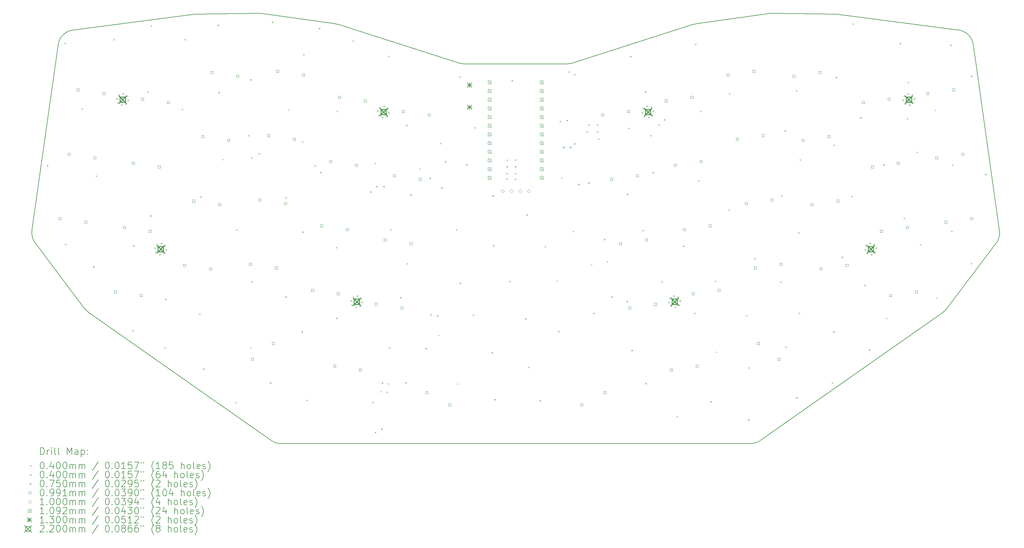
<source format=gbr>
%TF.GenerationSoftware,KiCad,Pcbnew,8.0.1*%
%TF.CreationDate,2024-04-17T22:26:35+02:00*%
%TF.ProjectId,shockboard,73686f63-6b62-46f6-9172-642e6b696361,v1.0.0*%
%TF.SameCoordinates,Original*%
%TF.FileFunction,Drillmap*%
%TF.FilePolarity,Positive*%
%FSLAX45Y45*%
G04 Gerber Fmt 4.5, Leading zero omitted, Abs format (unit mm)*
G04 Created by KiCad (PCBNEW 8.0.1) date 2024-04-17 22:26:35*
%MOMM*%
%LPD*%
G01*
G04 APERTURE LIST*
%ADD10C,0.150000*%
%ADD11C,0.200000*%
%ADD12C,0.100000*%
%ADD13C,0.109220*%
%ADD14C,0.130000*%
%ADD15C,0.220000*%
G04 APERTURE END LIST*
D10*
X35353517Y-13328083D02*
G75*
G02*
X35257698Y-13698575I-495117J-69587D01*
G01*
X8616975Y-15616231D02*
X7171919Y-13698577D01*
X7171919Y-13698577D02*
G75*
G02*
X7076099Y-13328083I399301J300907D01*
G01*
X28366775Y-19473525D02*
G75*
G02*
X28079258Y-19564463I-287515J409045D01*
G01*
X7840485Y-7889219D02*
G75*
G02*
X8270820Y-7463023I495134J-69587D01*
G01*
X16024118Y-7298996D02*
X19582039Y-8434929D01*
X35257701Y-13698577D02*
X33812644Y-15616232D01*
X33700844Y-15724388D02*
X28366775Y-19473525D01*
X28742981Y-6969435D02*
X30598745Y-7000941D01*
X19734111Y-8458616D02*
G75*
G02*
X19582039Y-8434929I9J500046D01*
G01*
X26487987Y-7280175D02*
X28664907Y-6974229D01*
X8270820Y-7463023D02*
X11774564Y-7005085D01*
X28664907Y-6974229D02*
G75*
G02*
X28742981Y-6969435I69583J-495101D01*
G01*
X22847580Y-8434929D02*
G75*
G02*
X22695508Y-8458617I-152090J476409D01*
G01*
X19734111Y-8458616D02*
X22695508Y-8458616D01*
X28079258Y-19564461D02*
X14350362Y-19564461D01*
X22847580Y-8434929D02*
X26405501Y-7298996D01*
X11774563Y-7005085D02*
G75*
G02*
X11830875Y-7000940I64797J-495705D01*
G01*
X11830875Y-7000941D02*
X13686638Y-6969435D01*
X14062844Y-19473526D02*
X8728775Y-15724388D01*
X13686638Y-6969435D02*
G75*
G02*
X13764712Y-6974229I8492J-499935D01*
G01*
X26405501Y-7298996D02*
G75*
G02*
X26487987Y-7280175I152099J-476424D01*
G01*
X30598745Y-7000941D02*
G75*
G02*
X30655056Y-7005085I-8485J-499879D01*
G01*
X7076103Y-13328083D02*
X7840485Y-7889219D01*
X14350362Y-19564461D02*
G75*
G02*
X14062845Y-19473524I8J500021D01*
G01*
X34589134Y-7889219D02*
X35353517Y-13328083D01*
X33812644Y-15616231D02*
G75*
G02*
X33700845Y-15724389I-399324J300912D01*
G01*
X13764712Y-6974229D02*
X15941632Y-7280175D01*
X30655056Y-7005085D02*
X34158799Y-7463022D01*
X15941632Y-7280175D02*
G75*
G02*
X16024118Y-7298996I-69583J-495135D01*
G01*
X8728775Y-15724388D02*
G75*
G02*
X8616975Y-15616231I287495J409038D01*
G01*
X34158799Y-7463022D02*
G75*
G02*
X34589138Y-7889219I-64789J-495778D01*
G01*
D11*
D12*
X7510000Y-11410000D02*
X7550000Y-11450000D01*
X7550000Y-11410000D02*
X7510000Y-11450000D01*
X8020000Y-7830000D02*
X8060000Y-7870000D01*
X8060000Y-7830000D02*
X8020000Y-7870000D01*
X8039570Y-13710933D02*
X8079570Y-13750933D01*
X8079570Y-13710933D02*
X8039570Y-13750933D01*
X8520000Y-9740000D02*
X8560000Y-9780000D01*
X8560000Y-9740000D02*
X8520000Y-9780000D01*
X8860000Y-14370000D02*
X8900000Y-14410000D01*
X8900000Y-14370000D02*
X8860000Y-14410000D01*
X8935168Y-11713787D02*
X8975168Y-11753787D01*
X8975168Y-11713787D02*
X8935168Y-11753787D01*
X9450001Y-7716907D02*
X9490001Y-7756907D01*
X9490001Y-7716907D02*
X9450001Y-7756907D01*
X10002048Y-16238337D02*
X10042048Y-16278337D01*
X10042048Y-16238337D02*
X10002048Y-16278337D01*
X10029915Y-13760278D02*
X10069915Y-13800278D01*
X10069915Y-13760278D02*
X10029915Y-13800278D01*
X10450000Y-9260000D02*
X10490000Y-9300000D01*
X10490000Y-9260000D02*
X10450000Y-9300000D01*
X10527201Y-12879216D02*
X10567201Y-12919216D01*
X10567201Y-12879216D02*
X10527201Y-12919216D01*
X10535159Y-7319443D02*
X10575159Y-7359443D01*
X10575159Y-7319443D02*
X10535159Y-7359443D01*
X10944498Y-16737481D02*
X10984498Y-16777481D01*
X10984498Y-16737481D02*
X10944498Y-16777481D01*
X10963278Y-15325525D02*
X11003278Y-15365525D01*
X11003278Y-15325525D02*
X10963278Y-15365525D01*
X11449751Y-9760809D02*
X11489751Y-9800809D01*
X11489751Y-9760809D02*
X11449751Y-9800809D01*
X11525897Y-7719775D02*
X11565897Y-7759775D01*
X11565897Y-7719775D02*
X11525897Y-7759775D01*
X11958144Y-15751467D02*
X11998144Y-15791467D01*
X11998144Y-15751467D02*
X11958144Y-15791467D01*
X11993463Y-12323884D02*
X12033463Y-12363884D01*
X12033463Y-12323884D02*
X11993463Y-12363884D01*
X12072175Y-17362723D02*
X12112175Y-17402723D01*
X12112175Y-17362723D02*
X12072175Y-17402723D01*
X12497545Y-7305166D02*
X12537545Y-7345166D01*
X12537545Y-7305166D02*
X12497545Y-7345166D01*
X12522948Y-9270195D02*
X12562948Y-9310195D01*
X12562948Y-9270195D02*
X12522948Y-9310195D01*
X12640000Y-11230000D02*
X12680000Y-11270000D01*
X12680000Y-11230000D02*
X12640000Y-11270000D01*
X13009274Y-18346949D02*
X13049274Y-18386949D01*
X13049274Y-18346949D02*
X13009274Y-18386949D01*
X13044779Y-13288599D02*
X13084779Y-13328599D01*
X13084779Y-13288599D02*
X13044779Y-13328599D01*
X13390000Y-10530000D02*
X13430000Y-10570000D01*
X13430000Y-10530000D02*
X13390000Y-10570000D01*
X13444219Y-16739594D02*
X13484219Y-16779594D01*
X13484219Y-16739594D02*
X13444219Y-16779594D01*
X13452705Y-8894022D02*
X13492705Y-8934022D01*
X13492705Y-8894022D02*
X13452705Y-8934022D01*
X13474400Y-11175238D02*
X13514400Y-11215238D01*
X13514400Y-11175238D02*
X13474400Y-11215238D01*
X13484147Y-14804686D02*
X13524147Y-14844686D01*
X13524147Y-14804686D02*
X13484147Y-14844686D01*
X13696566Y-11054987D02*
X13736566Y-11094987D01*
X13736566Y-11054987D02*
X13696566Y-11094987D01*
X14030000Y-17770000D02*
X14070000Y-17810000D01*
X14070000Y-17770000D02*
X14030000Y-17810000D01*
X14083982Y-7214634D02*
X14123982Y-7254634D01*
X14123982Y-7214634D02*
X14083982Y-7254634D01*
X14478264Y-15256534D02*
X14518264Y-15296534D01*
X14518264Y-15256534D02*
X14478264Y-15296534D01*
X14480324Y-12344700D02*
X14520324Y-12384700D01*
X14520324Y-12344700D02*
X14480324Y-12384700D01*
X14553277Y-9781795D02*
X14593277Y-9821795D01*
X14593277Y-9781795D02*
X14553277Y-9821795D01*
X14952509Y-16279167D02*
X14992509Y-16319167D01*
X14992509Y-16279167D02*
X14952509Y-16319167D01*
X14964959Y-10705449D02*
X15004959Y-10745449D01*
X15004959Y-10705449D02*
X14964959Y-10745449D01*
X14975390Y-13354064D02*
X15015390Y-13394064D01*
X15015390Y-13354064D02*
X14975390Y-13394064D01*
X15000000Y-8160000D02*
X15040000Y-8200000D01*
X15040000Y-8160000D02*
X15000000Y-8200000D01*
X15093680Y-18277732D02*
X15133680Y-18317732D01*
X15133680Y-18277732D02*
X15093680Y-18317732D01*
X15337868Y-11411886D02*
X15377868Y-11451886D01*
X15377868Y-11411886D02*
X15337868Y-11451886D01*
X15460000Y-7400000D02*
X15500000Y-7440000D01*
X15500000Y-7400000D02*
X15460000Y-7440000D01*
X15486810Y-11609538D02*
X15526810Y-11649538D01*
X15526810Y-11609538D02*
X15486810Y-11649538D01*
X15952618Y-13805944D02*
X15992618Y-13845944D01*
X15992618Y-13805944D02*
X15952618Y-13845944D01*
X15962009Y-15877382D02*
X16002009Y-15917382D01*
X16002009Y-15877382D02*
X15962009Y-15917382D01*
X15980000Y-9820000D02*
X16020000Y-9860000D01*
X16020000Y-9820000D02*
X15980000Y-9860000D01*
X16448852Y-7761474D02*
X16488852Y-7801474D01*
X16488852Y-7761474D02*
X16448852Y-7801474D01*
X16950000Y-12180000D02*
X16990000Y-12220000D01*
X16990000Y-12180000D02*
X16950000Y-12220000D01*
X17022811Y-18338930D02*
X17062811Y-18378930D01*
X17062811Y-18338930D02*
X17022811Y-18378930D01*
X17087109Y-11341274D02*
X17127109Y-11381274D01*
X17127109Y-11341274D02*
X17087109Y-11381274D01*
X17093425Y-19218908D02*
X17133425Y-19258908D01*
X17133425Y-19218908D02*
X17093425Y-19258908D01*
X17136337Y-12018908D02*
X17176337Y-12058908D01*
X17176337Y-12018908D02*
X17136337Y-12058908D01*
X17262064Y-18018982D02*
X17302064Y-18058982D01*
X17302064Y-18018982D02*
X17262064Y-18058982D01*
X17284200Y-19118908D02*
X17324200Y-19158908D01*
X17324200Y-19118908D02*
X17284200Y-19158908D01*
X17296858Y-17771415D02*
X17336858Y-17811415D01*
X17336858Y-17771415D02*
X17296858Y-17811415D01*
X17339537Y-12019357D02*
X17379537Y-12059357D01*
X17379537Y-12019357D02*
X17339537Y-12059357D01*
X17435361Y-18043337D02*
X17475361Y-18083337D01*
X17475361Y-18043337D02*
X17435361Y-18083337D01*
X17470155Y-17795770D02*
X17510155Y-17835770D01*
X17510155Y-17795770D02*
X17470155Y-17835770D01*
X17478502Y-8208313D02*
X17518502Y-8248313D01*
X17518502Y-8208313D02*
X17478502Y-8248313D01*
X17502547Y-16738763D02*
X17542547Y-16778763D01*
X17542547Y-16738763D02*
X17502547Y-16778763D01*
X17547015Y-13283610D02*
X17587015Y-13323610D01*
X17587015Y-13283610D02*
X17547015Y-13323610D01*
X17830000Y-15270000D02*
X17870000Y-15310000D01*
X17870000Y-15270000D02*
X17830000Y-15310000D01*
X17982098Y-17763326D02*
X18022098Y-17803326D01*
X18022098Y-17763326D02*
X17982098Y-17803326D01*
X18001244Y-10229030D02*
X18041244Y-10269030D01*
X18041244Y-10229030D02*
X18001244Y-10269030D01*
X18031787Y-14279890D02*
X18071787Y-14319890D01*
X18071787Y-14279890D02*
X18031787Y-14319890D01*
X18130000Y-12270000D02*
X18170000Y-12310000D01*
X18170000Y-12270000D02*
X18130000Y-12310000D01*
X18390000Y-11500000D02*
X18430000Y-11540000D01*
X18430000Y-11500000D02*
X18390000Y-11540000D01*
X18574437Y-16764419D02*
X18614437Y-16804420D01*
X18614437Y-16764419D02*
X18574437Y-16804420D01*
X18693940Y-11782568D02*
X18733940Y-11822568D01*
X18733940Y-11782568D02*
X18693940Y-11822568D01*
X18713611Y-15774152D02*
X18753611Y-15814152D01*
X18753611Y-15774152D02*
X18713611Y-15814152D01*
X18911664Y-15801986D02*
X18951664Y-15841986D01*
X18951664Y-15801986D02*
X18911664Y-15841986D01*
X18940617Y-16375866D02*
X18980617Y-16415866D01*
X18980617Y-16375866D02*
X18940617Y-16415866D01*
X19005300Y-10756507D02*
X19045300Y-10796507D01*
X19045300Y-10756507D02*
X19005300Y-10796507D01*
X19033977Y-12057568D02*
X19073977Y-12097568D01*
X19073977Y-12057568D02*
X19033977Y-12097568D01*
X19141836Y-11290111D02*
X19181836Y-11330111D01*
X19181836Y-11290111D02*
X19141836Y-11330111D01*
X19469985Y-13280017D02*
X19509985Y-13320017D01*
X19509985Y-13280017D02*
X19469985Y-13320017D01*
X19490000Y-17800000D02*
X19530000Y-17840000D01*
X19530000Y-17800000D02*
X19490000Y-17840000D01*
X19568407Y-8808846D02*
X19608407Y-8848846D01*
X19608407Y-8808846D02*
X19568407Y-8848846D01*
X19575360Y-14848042D02*
X19615360Y-14888042D01*
X19615360Y-14848042D02*
X19575360Y-14888042D01*
X19760000Y-11380000D02*
X19800000Y-11420000D01*
X19800000Y-11380000D02*
X19760000Y-11420000D01*
X19957537Y-15778269D02*
X19997537Y-15818269D01*
X19997537Y-15778269D02*
X19957537Y-15818269D01*
X20000131Y-10298990D02*
X20040131Y-10338990D01*
X20040131Y-10298990D02*
X20000131Y-10338990D01*
X20506363Y-16888649D02*
X20546363Y-16928649D01*
X20546363Y-16888649D02*
X20506363Y-16928649D01*
X20531156Y-12297533D02*
X20571156Y-12337533D01*
X20571156Y-12297533D02*
X20531156Y-12337533D01*
X20545229Y-13751066D02*
X20585229Y-13791066D01*
X20585229Y-13751066D02*
X20545229Y-13791066D01*
X20583649Y-18255801D02*
X20623649Y-18295801D01*
X20623649Y-18255801D02*
X20583649Y-18295801D01*
X20940000Y-11250000D02*
X20980000Y-11290000D01*
X20980000Y-11250000D02*
X20940000Y-11290000D01*
X20940000Y-11440000D02*
X20980000Y-11480000D01*
X20980000Y-11440000D02*
X20940000Y-11480000D01*
X20940000Y-11640000D02*
X20980000Y-11680000D01*
X20980000Y-11640000D02*
X20940000Y-11680000D01*
X20940000Y-11800000D02*
X20980000Y-11840000D01*
X20980000Y-11800000D02*
X20940000Y-11840000D01*
X21018095Y-14795144D02*
X21058095Y-14835144D01*
X21058095Y-14795144D02*
X21018095Y-14835144D01*
X21090000Y-8920000D02*
X21130000Y-8960000D01*
X21130000Y-8920000D02*
X21090000Y-8960000D01*
X21190000Y-11240000D02*
X21230000Y-11280000D01*
X21230000Y-11240000D02*
X21190000Y-11280000D01*
X21190000Y-11440000D02*
X21230000Y-11480000D01*
X21230000Y-11440000D02*
X21190000Y-11480000D01*
X21190000Y-11640000D02*
X21230000Y-11680000D01*
X21230000Y-11640000D02*
X21190000Y-11680000D01*
X21190000Y-11810000D02*
X21230000Y-11850000D01*
X21230000Y-11810000D02*
X21190000Y-11850000D01*
X21488246Y-15891583D02*
X21528246Y-15931583D01*
X21528246Y-15891583D02*
X21488246Y-15931583D01*
X21521747Y-12852169D02*
X21561747Y-12892169D01*
X21561747Y-12852169D02*
X21521747Y-12892169D01*
X21574831Y-17315218D02*
X21614831Y-17355218D01*
X21614831Y-17315218D02*
X21574831Y-17355218D01*
X21906117Y-18291178D02*
X21946117Y-18331178D01*
X21946117Y-18291178D02*
X21906117Y-18331178D01*
X22057465Y-13779310D02*
X22097465Y-13819310D01*
X22097465Y-13779310D02*
X22057465Y-13819310D01*
X22409895Y-14785334D02*
X22449895Y-14825334D01*
X22449895Y-14785334D02*
X22409895Y-14825334D01*
X22451270Y-16266579D02*
X22491270Y-16306579D01*
X22491270Y-16266579D02*
X22451270Y-16306579D01*
X22497019Y-10113213D02*
X22537019Y-10153213D01*
X22537019Y-10113213D02*
X22497019Y-10153213D01*
X22538844Y-11762241D02*
X22578844Y-11802241D01*
X22578844Y-11762241D02*
X22538844Y-11802241D01*
X22695072Y-10085378D02*
X22735072Y-10125378D01*
X22735072Y-10085378D02*
X22695072Y-10125378D01*
X22754192Y-8668309D02*
X22794192Y-8708309D01*
X22794192Y-8668309D02*
X22754192Y-8708309D01*
X22880000Y-13330000D02*
X22920000Y-13370000D01*
X22920000Y-13330000D02*
X22880000Y-13370000D01*
X22917454Y-10772066D02*
X22957454Y-10812066D01*
X22957454Y-10772066D02*
X22917454Y-10812066D01*
X22924345Y-8743823D02*
X22964345Y-8783823D01*
X22964345Y-8743823D02*
X22924345Y-8783823D01*
X23033771Y-11956449D02*
X23073771Y-11996449D01*
X23073771Y-11956449D02*
X23033771Y-11996449D01*
X23286337Y-10418908D02*
X23326337Y-10458908D01*
X23326337Y-10418908D02*
X23286337Y-10458908D01*
X23330852Y-11914697D02*
X23370852Y-11954697D01*
X23370852Y-11914697D02*
X23330852Y-11954697D01*
X23336337Y-10218908D02*
X23376337Y-10258908D01*
X23376337Y-10218908D02*
X23336337Y-10258908D01*
X23410000Y-14310000D02*
X23450000Y-14350000D01*
X23450000Y-14310000D02*
X23410000Y-14350000D01*
X23481032Y-15733338D02*
X23521032Y-15773338D01*
X23521032Y-15733338D02*
X23481032Y-15773338D01*
X23586337Y-10418908D02*
X23626337Y-10458908D01*
X23626337Y-10418908D02*
X23586337Y-10458908D01*
X23586337Y-10218908D02*
X23626337Y-10258908D01*
X23626337Y-10218908D02*
X23586337Y-10258908D01*
X23620000Y-10630000D02*
X23660000Y-10670000D01*
X23660000Y-10630000D02*
X23620000Y-10670000D01*
X23790256Y-13566839D02*
X23830256Y-13606839D01*
X23830256Y-13566839D02*
X23790256Y-13606839D01*
X23870000Y-14220000D02*
X23910000Y-14260000D01*
X23910000Y-14220000D02*
X23870000Y-14260000D01*
X24002094Y-15253774D02*
X24042094Y-15293774D01*
X24042094Y-15253774D02*
X24002094Y-15293774D01*
X24451415Y-15379351D02*
X24491415Y-15419351D01*
X24491415Y-15379351D02*
X24451415Y-15419351D01*
X24460000Y-12250000D02*
X24500000Y-12290000D01*
X24500000Y-12250000D02*
X24460000Y-12290000D01*
X24500000Y-10320000D02*
X24540000Y-10360000D01*
X24540000Y-10320000D02*
X24500000Y-10360000D01*
X24554022Y-8220883D02*
X24594022Y-8260883D01*
X24594022Y-8220883D02*
X24554022Y-8260883D01*
X24590112Y-16817076D02*
X24630112Y-16857076D01*
X24630112Y-16817076D02*
X24590112Y-16857076D01*
X24910000Y-13310000D02*
X24950000Y-13350000D01*
X24950000Y-13310000D02*
X24910000Y-13350000D01*
X24983791Y-9251402D02*
X25023791Y-9291402D01*
X25023791Y-9251402D02*
X24983791Y-9291402D01*
X25001559Y-17786212D02*
X25041559Y-17826212D01*
X25041559Y-17786212D02*
X25001559Y-17826212D01*
X25140000Y-10530000D02*
X25180000Y-10570000D01*
X25180000Y-10530000D02*
X25140000Y-10570000D01*
X25210000Y-11610000D02*
X25250000Y-11650000D01*
X25250000Y-11610000D02*
X25210000Y-11650000D01*
X25386337Y-10218908D02*
X25426337Y-10258908D01*
X25426337Y-10218908D02*
X25386337Y-10258908D01*
X25471063Y-14814578D02*
X25511063Y-14854578D01*
X25511063Y-14814578D02*
X25471063Y-14854578D01*
X25536337Y-10068908D02*
X25576337Y-10108908D01*
X25576337Y-10068908D02*
X25536337Y-10108908D01*
X25911684Y-18753101D02*
X25951684Y-18793101D01*
X25951684Y-18753101D02*
X25911684Y-18793101D01*
X26100000Y-13770000D02*
X26140000Y-13810000D01*
X26140000Y-13770000D02*
X26100000Y-13810000D01*
X26431024Y-15727024D02*
X26471024Y-15767024D01*
X26471024Y-15727024D02*
X26431024Y-15767024D01*
X26453608Y-7862626D02*
X26493608Y-7902626D01*
X26493608Y-7862626D02*
X26453608Y-7902626D01*
X26535435Y-11852938D02*
X26575435Y-11892938D01*
X26575435Y-11852938D02*
X26535435Y-11892938D01*
X26600000Y-9820000D02*
X26640000Y-9860000D01*
X26640000Y-9820000D02*
X26600000Y-9860000D01*
X26897286Y-18321081D02*
X26937286Y-18361081D01*
X26937286Y-18321081D02*
X26897286Y-18361081D01*
X27032741Y-14793496D02*
X27072741Y-14833496D01*
X27072741Y-14793496D02*
X27032741Y-14833496D01*
X27060000Y-16868272D02*
X27100000Y-16908272D01*
X27100000Y-16868272D02*
X27060000Y-16908272D01*
X27430419Y-12709132D02*
X27470419Y-12749132D01*
X27470419Y-12709132D02*
X27430419Y-12749132D01*
X27446044Y-9302031D02*
X27486044Y-9342031D01*
X27486044Y-9302031D02*
X27446044Y-9342031D01*
X27940975Y-15794236D02*
X27980975Y-15834236D01*
X27980975Y-15794236D02*
X27940975Y-15834236D01*
X28002430Y-18848160D02*
X28042430Y-18888160D01*
X28042430Y-18848160D02*
X28002430Y-18888160D01*
X28010605Y-17328492D02*
X28050605Y-17368492D01*
X28050605Y-17328492D02*
X28010605Y-17368492D01*
X28180000Y-14130000D02*
X28220000Y-14170000D01*
X28220000Y-14130000D02*
X28180000Y-14170000D01*
X28944049Y-14812447D02*
X28984049Y-14852447D01*
X28984049Y-14812447D02*
X28944049Y-14852447D01*
X28970047Y-12300828D02*
X29010047Y-12340828D01*
X29010047Y-12300828D02*
X28970047Y-12340828D01*
X29067015Y-10391294D02*
X29107015Y-10431294D01*
X29107015Y-10391294D02*
X29067015Y-10431294D01*
X29086811Y-16720701D02*
X29126811Y-16760701D01*
X29126811Y-16720701D02*
X29086811Y-16760701D01*
X29398665Y-9217850D02*
X29438665Y-9257850D01*
X29438665Y-9217850D02*
X29398665Y-9257850D01*
X29411515Y-18206280D02*
X29451515Y-18246280D01*
X29451515Y-18206280D02*
X29411515Y-18246280D01*
X29468430Y-13377938D02*
X29508430Y-13417938D01*
X29508430Y-13377938D02*
X29468430Y-13417938D01*
X29484101Y-15726854D02*
X29524101Y-15766854D01*
X29524101Y-15726854D02*
X29484101Y-15766854D01*
X29509137Y-11239407D02*
X29549137Y-11279407D01*
X29549137Y-11239407D02*
X29509137Y-11279407D01*
X30447346Y-17768839D02*
X30487346Y-17808839D01*
X30487346Y-17768839D02*
X30447346Y-17808839D01*
X30491351Y-16275722D02*
X30531351Y-16315722D01*
X30531351Y-16275722D02*
X30491351Y-16315722D01*
X30499252Y-10810844D02*
X30539252Y-10850844D01*
X30539252Y-10810844D02*
X30499252Y-10850844D01*
X30563802Y-8829289D02*
X30603802Y-8869289D01*
X30603802Y-8829289D02*
X30563802Y-8869289D01*
X30740000Y-14090000D02*
X30780000Y-14130000D01*
X30780000Y-14090000D02*
X30740000Y-14130000D01*
X31023094Y-12310384D02*
X31063094Y-12350384D01*
X31063094Y-12310384D02*
X31023094Y-12350384D01*
X31058054Y-7265008D02*
X31098054Y-7305008D01*
X31098054Y-7265008D02*
X31058054Y-7305008D01*
X31280000Y-10010000D02*
X31320000Y-10050000D01*
X31320000Y-10010000D02*
X31280000Y-10050000D01*
X31400000Y-14910000D02*
X31440000Y-14950000D01*
X31440000Y-14910000D02*
X31400000Y-14950000D01*
X31529574Y-16804553D02*
X31569574Y-16844553D01*
X31569574Y-16804553D02*
X31529574Y-16844553D01*
X31956764Y-11390304D02*
X31996764Y-11430304D01*
X31996764Y-11390304D02*
X31956764Y-11430304D01*
X32037650Y-15877611D02*
X32077650Y-15917611D01*
X32077650Y-15877611D02*
X32037650Y-15917611D01*
X32435017Y-7839855D02*
X32475017Y-7879855D01*
X32475017Y-7839855D02*
X32435017Y-7879855D01*
X32550000Y-12950000D02*
X32590000Y-12990000D01*
X32590000Y-12950000D02*
X32550000Y-12990000D01*
X32640000Y-10040000D02*
X32680000Y-10080000D01*
X32680000Y-10040000D02*
X32640000Y-10080000D01*
X32670000Y-8970000D02*
X32710000Y-9010000D01*
X32710000Y-8970000D02*
X32670000Y-9010000D01*
X32930000Y-11020000D02*
X32970000Y-11060000D01*
X32970000Y-11020000D02*
X32930000Y-11060000D01*
X33023602Y-13723806D02*
X33063602Y-13763806D01*
X33063602Y-13723806D02*
X33023602Y-13763806D01*
X33460000Y-9790000D02*
X33500000Y-9830000D01*
X33500000Y-9790000D02*
X33460000Y-9830000D01*
X33501987Y-15276163D02*
X33541987Y-15316163D01*
X33541987Y-15276163D02*
X33501987Y-15316163D01*
X33911600Y-7883841D02*
X33951600Y-7923841D01*
X33951600Y-7883841D02*
X33911600Y-7923841D01*
X33940000Y-13330000D02*
X33980000Y-13370000D01*
X33980000Y-13330000D02*
X33940000Y-13370000D01*
X33966577Y-11396313D02*
X34006577Y-11436313D01*
X34006577Y-11396313D02*
X33966577Y-11436313D01*
X34513064Y-14272460D02*
X34553064Y-14312460D01*
X34553064Y-14272460D02*
X34513064Y-14312460D01*
X34518407Y-8796443D02*
X34558407Y-8836443D01*
X34558407Y-8796443D02*
X34518407Y-8836443D01*
X34930000Y-11670000D02*
X34970000Y-11710000D01*
X34970000Y-11670000D02*
X34930000Y-11710000D01*
X9581732Y-9473611D02*
G75*
G02*
X9541732Y-9473611I-20000J0D01*
G01*
X9541732Y-9473611D02*
G75*
G02*
X9581732Y-9473611I20000J0D01*
G01*
X9613351Y-9595874D02*
G75*
G02*
X9573351Y-9595874I-20000J0D01*
G01*
X9573351Y-9595874D02*
G75*
G02*
X9613351Y-9595874I20000J0D01*
G01*
X9645826Y-9364800D02*
G75*
G02*
X9605826Y-9364800I-20000J0D01*
G01*
X9605826Y-9364800D02*
G75*
G02*
X9645826Y-9364800I20000J0D01*
G01*
X9722162Y-9659969D02*
G75*
G02*
X9682162Y-9659969I-20000J0D01*
G01*
X9682162Y-9659969D02*
G75*
G02*
X9722162Y-9659969I20000J0D01*
G01*
X9768089Y-9333180D02*
G75*
G02*
X9728089Y-9333180I-20000J0D01*
G01*
X9728089Y-9333180D02*
G75*
G02*
X9768089Y-9333180I20000J0D01*
G01*
X9844425Y-9628349D02*
G75*
G02*
X9804425Y-9628349I-20000J0D01*
G01*
X9804425Y-9628349D02*
G75*
G02*
X9844425Y-9628349I20000J0D01*
G01*
X9876901Y-9397275D02*
G75*
G02*
X9836901Y-9397275I-20000J0D01*
G01*
X9836901Y-9397275D02*
G75*
G02*
X9876901Y-9397275I20000J0D01*
G01*
X9908520Y-9519538D02*
G75*
G02*
X9868520Y-9519538I-20000J0D01*
G01*
X9868520Y-9519538D02*
G75*
G02*
X9908520Y-9519538I20000J0D01*
G01*
X10693346Y-13850918D02*
G75*
G02*
X10653346Y-13850918I-20000J0D01*
G01*
X10653346Y-13850918D02*
G75*
G02*
X10693346Y-13850918I20000J0D01*
G01*
X10724965Y-13973181D02*
G75*
G02*
X10684965Y-13973181I-20000J0D01*
G01*
X10684965Y-13973181D02*
G75*
G02*
X10724965Y-13973181I20000J0D01*
G01*
X10757441Y-13742106D02*
G75*
G02*
X10717441Y-13742106I-20000J0D01*
G01*
X10717441Y-13742106D02*
G75*
G02*
X10757441Y-13742106I20000J0D01*
G01*
X10833777Y-14037275D02*
G75*
G02*
X10793777Y-14037275I-20000J0D01*
G01*
X10793777Y-14037275D02*
G75*
G02*
X10833777Y-14037275I20000J0D01*
G01*
X10879704Y-13710487D02*
G75*
G02*
X10839704Y-13710487I-20000J0D01*
G01*
X10839704Y-13710487D02*
G75*
G02*
X10879704Y-13710487I20000J0D01*
G01*
X10956040Y-14005656D02*
G75*
G02*
X10916040Y-14005656I-20000J0D01*
G01*
X10916040Y-14005656D02*
G75*
G02*
X10956040Y-14005656I20000J0D01*
G01*
X10988515Y-13774582D02*
G75*
G02*
X10948515Y-13774582I-20000J0D01*
G01*
X10948515Y-13774582D02*
G75*
G02*
X10988515Y-13774582I20000J0D01*
G01*
X11020134Y-13896845D02*
G75*
G02*
X10980134Y-13896845I-20000J0D01*
G01*
X10980134Y-13896845D02*
G75*
G02*
X11020134Y-13896845I20000J0D01*
G01*
X16425125Y-15388591D02*
G75*
G02*
X16385125Y-15388591I-20000J0D01*
G01*
X16385125Y-15388591D02*
G75*
G02*
X16425125Y-15388591I20000J0D01*
G01*
X16456744Y-15510854D02*
G75*
G02*
X16416744Y-15510854I-20000J0D01*
G01*
X16416744Y-15510854D02*
G75*
G02*
X16456744Y-15510854I20000J0D01*
G01*
X16489219Y-15279780D02*
G75*
G02*
X16449219Y-15279780I-20000J0D01*
G01*
X16449219Y-15279780D02*
G75*
G02*
X16489219Y-15279780I20000J0D01*
G01*
X16565555Y-15574949D02*
G75*
G02*
X16525555Y-15574949I-20000J0D01*
G01*
X16525555Y-15574949D02*
G75*
G02*
X16565555Y-15574949I20000J0D01*
G01*
X16611482Y-15248161D02*
G75*
G02*
X16571482Y-15248161I-20000J0D01*
G01*
X16571482Y-15248161D02*
G75*
G02*
X16611482Y-15248161I20000J0D01*
G01*
X16687818Y-15543330D02*
G75*
G02*
X16647818Y-15543330I-20000J0D01*
G01*
X16647818Y-15543330D02*
G75*
G02*
X16687818Y-15543330I20000J0D01*
G01*
X16720294Y-15312255D02*
G75*
G02*
X16680294Y-15312255I-20000J0D01*
G01*
X16680294Y-15312255D02*
G75*
G02*
X16720294Y-15312255I20000J0D01*
G01*
X16751913Y-15434518D02*
G75*
G02*
X16711913Y-15434518I-20000J0D01*
G01*
X16711913Y-15434518D02*
G75*
G02*
X16751913Y-15434518I20000J0D01*
G01*
X17205190Y-9838139D02*
G75*
G02*
X17165190Y-9838139I-20000J0D01*
G01*
X17165190Y-9838139D02*
G75*
G02*
X17205190Y-9838139I20000J0D01*
G01*
X17236810Y-9960402D02*
G75*
G02*
X17196810Y-9960402I-20000J0D01*
G01*
X17196810Y-9960402D02*
G75*
G02*
X17236810Y-9960402I20000J0D01*
G01*
X17269285Y-9729328D02*
G75*
G02*
X17229285Y-9729328I-20000J0D01*
G01*
X17229285Y-9729328D02*
G75*
G02*
X17269285Y-9729328I20000J0D01*
G01*
X17345621Y-10024497D02*
G75*
G02*
X17305621Y-10024497I-20000J0D01*
G01*
X17305621Y-10024497D02*
G75*
G02*
X17345621Y-10024497I20000J0D01*
G01*
X17391548Y-9697709D02*
G75*
G02*
X17351548Y-9697709I-20000J0D01*
G01*
X17351548Y-9697709D02*
G75*
G02*
X17391548Y-9697709I20000J0D01*
G01*
X17467884Y-9992878D02*
G75*
G02*
X17427884Y-9992878I-20000J0D01*
G01*
X17427884Y-9992878D02*
G75*
G02*
X17467884Y-9992878I20000J0D01*
G01*
X17500359Y-9761803D02*
G75*
G02*
X17460359Y-9761803I-20000J0D01*
G01*
X17460359Y-9761803D02*
G75*
G02*
X17500359Y-9761803I20000J0D01*
G01*
X17531979Y-9884066D02*
G75*
G02*
X17491979Y-9884066I-20000J0D01*
G01*
X17491979Y-9884066D02*
G75*
G02*
X17531979Y-9884066I20000J0D01*
G01*
X24937641Y-9884066D02*
G75*
G02*
X24897641Y-9884066I-20000J0D01*
G01*
X24897641Y-9884066D02*
G75*
G02*
X24937641Y-9884066I20000J0D01*
G01*
X24969260Y-9761803D02*
G75*
G02*
X24929260Y-9761803I-20000J0D01*
G01*
X24929260Y-9761803D02*
G75*
G02*
X24969260Y-9761803I20000J0D01*
G01*
X25001736Y-9992878D02*
G75*
G02*
X24961736Y-9992878I-20000J0D01*
G01*
X24961736Y-9992878D02*
G75*
G02*
X25001736Y-9992878I20000J0D01*
G01*
X25078072Y-9697709D02*
G75*
G02*
X25038072Y-9697709I-20000J0D01*
G01*
X25038072Y-9697709D02*
G75*
G02*
X25078072Y-9697709I20000J0D01*
G01*
X25123999Y-10024497D02*
G75*
G02*
X25083999Y-10024497I-20000J0D01*
G01*
X25083999Y-10024497D02*
G75*
G02*
X25123999Y-10024497I20000J0D01*
G01*
X25200335Y-9729328D02*
G75*
G02*
X25160335Y-9729328I-20000J0D01*
G01*
X25160335Y-9729328D02*
G75*
G02*
X25200335Y-9729328I20000J0D01*
G01*
X25232810Y-9960402D02*
G75*
G02*
X25192810Y-9960402I-20000J0D01*
G01*
X25192810Y-9960402D02*
G75*
G02*
X25232810Y-9960402I20000J0D01*
G01*
X25264429Y-9838139D02*
G75*
G02*
X25224429Y-9838139I-20000J0D01*
G01*
X25224429Y-9838139D02*
G75*
G02*
X25264429Y-9838139I20000J0D01*
G01*
X25717706Y-15434519D02*
G75*
G02*
X25677706Y-15434519I-20000J0D01*
G01*
X25677706Y-15434519D02*
G75*
G02*
X25717706Y-15434519I20000J0D01*
G01*
X25749326Y-15312255D02*
G75*
G02*
X25709326Y-15312255I-20000J0D01*
G01*
X25709326Y-15312255D02*
G75*
G02*
X25749326Y-15312255I20000J0D01*
G01*
X25781801Y-15543330D02*
G75*
G02*
X25741801Y-15543330I-20000J0D01*
G01*
X25741801Y-15543330D02*
G75*
G02*
X25781801Y-15543330I20000J0D01*
G01*
X25858137Y-15248161D02*
G75*
G02*
X25818137Y-15248161I-20000J0D01*
G01*
X25818137Y-15248161D02*
G75*
G02*
X25858137Y-15248161I20000J0D01*
G01*
X25904064Y-15574949D02*
G75*
G02*
X25864064Y-15574949I-20000J0D01*
G01*
X25864064Y-15574949D02*
G75*
G02*
X25904064Y-15574949I20000J0D01*
G01*
X25980400Y-15279780D02*
G75*
G02*
X25940400Y-15279780I-20000J0D01*
G01*
X25940400Y-15279780D02*
G75*
G02*
X25980400Y-15279780I20000J0D01*
G01*
X26012875Y-15510854D02*
G75*
G02*
X25972875Y-15510854I-20000J0D01*
G01*
X25972875Y-15510854D02*
G75*
G02*
X26012875Y-15510854I20000J0D01*
G01*
X26044495Y-15388591D02*
G75*
G02*
X26004495Y-15388591I-20000J0D01*
G01*
X26004495Y-15388591D02*
G75*
G02*
X26044495Y-15388591I20000J0D01*
G01*
X31449485Y-13896845D02*
G75*
G02*
X31409485Y-13896845I-20000J0D01*
G01*
X31409485Y-13896845D02*
G75*
G02*
X31449485Y-13896845I20000J0D01*
G01*
X31481104Y-13774582D02*
G75*
G02*
X31441104Y-13774582I-20000J0D01*
G01*
X31441104Y-13774582D02*
G75*
G02*
X31481104Y-13774582I20000J0D01*
G01*
X31513579Y-14005656D02*
G75*
G02*
X31473579Y-14005656I-20000J0D01*
G01*
X31473579Y-14005656D02*
G75*
G02*
X31513579Y-14005656I20000J0D01*
G01*
X31589915Y-13710487D02*
G75*
G02*
X31549915Y-13710487I-20000J0D01*
G01*
X31549915Y-13710487D02*
G75*
G02*
X31589915Y-13710487I20000J0D01*
G01*
X31635842Y-14037275D02*
G75*
G02*
X31595842Y-14037275I-20000J0D01*
G01*
X31595842Y-14037275D02*
G75*
G02*
X31635842Y-14037275I20000J0D01*
G01*
X31712178Y-13742106D02*
G75*
G02*
X31672178Y-13742106I-20000J0D01*
G01*
X31672178Y-13742106D02*
G75*
G02*
X31712178Y-13742106I20000J0D01*
G01*
X31744654Y-13973181D02*
G75*
G02*
X31704654Y-13973181I-20000J0D01*
G01*
X31704654Y-13973181D02*
G75*
G02*
X31744654Y-13973181I20000J0D01*
G01*
X31776273Y-13850918D02*
G75*
G02*
X31736273Y-13850918I-20000J0D01*
G01*
X31736273Y-13850918D02*
G75*
G02*
X31776273Y-13850918I20000J0D01*
G01*
X32561099Y-9519538D02*
G75*
G02*
X32521099Y-9519538I-20000J0D01*
G01*
X32521099Y-9519538D02*
G75*
G02*
X32561099Y-9519538I20000J0D01*
G01*
X32592719Y-9397275D02*
G75*
G02*
X32552719Y-9397275I-20000J0D01*
G01*
X32552719Y-9397275D02*
G75*
G02*
X32592719Y-9397275I20000J0D01*
G01*
X32625194Y-9628350D02*
G75*
G02*
X32585194Y-9628350I-20000J0D01*
G01*
X32585194Y-9628350D02*
G75*
G02*
X32625194Y-9628350I20000J0D01*
G01*
X32701530Y-9333181D02*
G75*
G02*
X32661530Y-9333181I-20000J0D01*
G01*
X32661530Y-9333181D02*
G75*
G02*
X32701530Y-9333181I20000J0D01*
G01*
X32747457Y-9659969D02*
G75*
G02*
X32707457Y-9659969I-20000J0D01*
G01*
X32707457Y-9659969D02*
G75*
G02*
X32747457Y-9659969I20000J0D01*
G01*
X32823793Y-9364800D02*
G75*
G02*
X32783793Y-9364800I-20000J0D01*
G01*
X32783793Y-9364800D02*
G75*
G02*
X32823793Y-9364800I20000J0D01*
G01*
X32856268Y-9595874D02*
G75*
G02*
X32816268Y-9595874I-20000J0D01*
G01*
X32816268Y-9595874D02*
G75*
G02*
X32856268Y-9595874I20000J0D01*
G01*
X32887888Y-9473611D02*
G75*
G02*
X32847888Y-9473611I-20000J0D01*
G01*
X32847888Y-9473611D02*
G75*
G02*
X32887888Y-9473611I20000J0D01*
G01*
X22614809Y-10859905D02*
X22614809Y-10934905D01*
X22577309Y-10897405D02*
X22652309Y-10897405D01*
X22814809Y-10859905D02*
X22814809Y-10934905D01*
X22777309Y-10897405D02*
X22852309Y-10897405D01*
X7927162Y-13010350D02*
X7927162Y-12940304D01*
X7857115Y-12940304D01*
X7857115Y-13010350D01*
X7927162Y-13010350D01*
X8191590Y-11128841D02*
X8191590Y-11058794D01*
X8121544Y-11058794D01*
X8121544Y-11128841D01*
X8191590Y-11128841D01*
X8456019Y-9247332D02*
X8456019Y-9177285D01*
X8385972Y-9177285D01*
X8385972Y-9247332D01*
X8456019Y-9247332D01*
X8681746Y-13116401D02*
X8681746Y-13046354D01*
X8611700Y-13046354D01*
X8611700Y-13116401D01*
X8681746Y-13116401D01*
X8946175Y-11234891D02*
X8946175Y-11164845D01*
X8876128Y-11164845D01*
X8876128Y-11234891D01*
X8946175Y-11234891D01*
X9210604Y-9353382D02*
X9210604Y-9283335D01*
X9140557Y-9283335D01*
X9140557Y-9353382D01*
X9210604Y-9353382D01*
X9544242Y-15156288D02*
X9544242Y-15086242D01*
X9474195Y-15086242D01*
X9474195Y-15156288D01*
X9544242Y-15156288D01*
X9808671Y-13274779D02*
X9808671Y-13204732D01*
X9738624Y-13204732D01*
X9738624Y-13274779D01*
X9808671Y-13274779D01*
X10073100Y-11393270D02*
X10073100Y-11323223D01*
X10003053Y-11323223D01*
X10003053Y-11393270D01*
X10073100Y-11393270D01*
X10298827Y-15262339D02*
X10298827Y-15192292D01*
X10228780Y-15192292D01*
X10228780Y-15262339D01*
X10298827Y-15262339D01*
X10337528Y-9511761D02*
X10337528Y-9441714D01*
X10267482Y-9441714D01*
X10267482Y-9511761D01*
X10337528Y-9511761D01*
X10563255Y-13380829D02*
X10563255Y-13310783D01*
X10493209Y-13310783D01*
X10493209Y-13380829D01*
X10563255Y-13380829D01*
X10827685Y-11499320D02*
X10827685Y-11429274D01*
X10757638Y-11429274D01*
X10757638Y-11499320D01*
X10827685Y-11499320D01*
X11092113Y-9617811D02*
X11092113Y-9547764D01*
X11022066Y-9547764D01*
X11022066Y-9617811D01*
X11092113Y-9617811D01*
X11571883Y-14380936D02*
X11571883Y-14310889D01*
X11501837Y-14310889D01*
X11501837Y-14380936D01*
X11571883Y-14380936D01*
X11836312Y-12499427D02*
X11836312Y-12429380D01*
X11766265Y-12429380D01*
X11766265Y-12499427D01*
X11836312Y-12499427D01*
X12100740Y-10617917D02*
X12100740Y-10547871D01*
X12030694Y-10547871D01*
X12030694Y-10617917D01*
X12100740Y-10617917D01*
X12326468Y-14486986D02*
X12326468Y-14416939D01*
X12256421Y-14416939D01*
X12256421Y-14486986D01*
X12326468Y-14486986D01*
X12365170Y-8736408D02*
X12365170Y-8666361D01*
X12295123Y-8666361D01*
X12295123Y-8736408D01*
X12365170Y-8736408D01*
X12590896Y-12605477D02*
X12590896Y-12535431D01*
X12520850Y-12535431D01*
X12520850Y-12605477D01*
X12590896Y-12605477D01*
X12855325Y-10723967D02*
X12855325Y-10653921D01*
X12785278Y-10653921D01*
X12785278Y-10723967D01*
X12855325Y-10723967D01*
X13119754Y-8842458D02*
X13119754Y-8772411D01*
X13049708Y-8772411D01*
X13049708Y-8842458D01*
X13119754Y-8842458D01*
X13495144Y-14348284D02*
X13495144Y-14278238D01*
X13425097Y-14278238D01*
X13425097Y-14348284D01*
X13495144Y-14348284D01*
X13552831Y-17127609D02*
X13552831Y-17057562D01*
X13482785Y-17057562D01*
X13482785Y-17127609D01*
X13552831Y-17127609D01*
X13759573Y-12466775D02*
X13759573Y-12396728D01*
X13689527Y-12396728D01*
X13689527Y-12466775D01*
X13759573Y-12466775D01*
X14024002Y-10585266D02*
X14024002Y-10515219D01*
X13953955Y-10515219D01*
X13953955Y-10585266D01*
X14024002Y-10585266D01*
X14161391Y-16669026D02*
X14161391Y-16598979D01*
X14091345Y-16598979D01*
X14091345Y-16669026D01*
X14161391Y-16669026D01*
X14249729Y-14454335D02*
X14249729Y-14384288D01*
X14179682Y-14384288D01*
X14179682Y-14454335D01*
X14249729Y-14454335D01*
X14288431Y-8703757D02*
X14288431Y-8633710D01*
X14218384Y-8633710D01*
X14218384Y-8703757D01*
X14288431Y-8703757D01*
X14514158Y-12572825D02*
X14514158Y-12502778D01*
X14444111Y-12502778D01*
X14444111Y-12572825D01*
X14514158Y-12572825D01*
X14778587Y-10691316D02*
X14778587Y-10621269D01*
X14708540Y-10621269D01*
X14708540Y-10691316D01*
X14778587Y-10691316D01*
X15043015Y-8809807D02*
X15043015Y-8739760D01*
X14972969Y-8739760D01*
X14972969Y-8809807D01*
X15043015Y-8809807D01*
X15307067Y-15107847D02*
X15307067Y-15037800D01*
X15237021Y-15037800D01*
X15237021Y-15107847D01*
X15307067Y-15107847D01*
X15571496Y-13226338D02*
X15571496Y-13156291D01*
X15501449Y-13156291D01*
X15501449Y-13226338D01*
X15571496Y-13226338D01*
X15835925Y-11344828D02*
X15835925Y-11274782D01*
X15765878Y-11274782D01*
X15765878Y-11344828D01*
X15835925Y-11344828D01*
X15953819Y-17332003D02*
X15953819Y-17261957D01*
X15883772Y-17261957D01*
X15883772Y-17332003D01*
X15953819Y-17332003D01*
X16061652Y-15213897D02*
X16061652Y-15143851D01*
X15991605Y-15143851D01*
X15991605Y-15213897D01*
X16061652Y-15213897D01*
X16100354Y-9463320D02*
X16100354Y-9393273D01*
X16030307Y-9393273D01*
X16030307Y-9463320D01*
X16100354Y-9463320D01*
X16326081Y-13332388D02*
X16326081Y-13262342D01*
X16256034Y-13262342D01*
X16256034Y-13332388D01*
X16326081Y-13332388D01*
X16590509Y-11450879D02*
X16590509Y-11380832D01*
X16520463Y-11380832D01*
X16520463Y-11450879D01*
X16590509Y-11450879D01*
X16708403Y-17438054D02*
X16708403Y-17368007D01*
X16638357Y-17368007D01*
X16638357Y-17438054D01*
X16708403Y-17438054D01*
X16854939Y-9569370D02*
X16854939Y-9499323D01*
X16784892Y-9499323D01*
X16784892Y-9569370D01*
X16854939Y-9569370D01*
X17167700Y-15520816D02*
X17167700Y-15450770D01*
X17097654Y-15450770D01*
X17097654Y-15520816D01*
X17167700Y-15520816D01*
X17432129Y-13639307D02*
X17432129Y-13569261D01*
X17362083Y-13569261D01*
X17362083Y-13639307D01*
X17432129Y-13639307D01*
X17696558Y-11757798D02*
X17696558Y-11687751D01*
X17626512Y-11687751D01*
X17626512Y-11757798D01*
X17696558Y-11757798D01*
X17922285Y-15626866D02*
X17922285Y-15556820D01*
X17852238Y-15556820D01*
X17852238Y-15626866D01*
X17922285Y-15626866D01*
X17960987Y-9876288D02*
X17960987Y-9806242D01*
X17890940Y-9806242D01*
X17890940Y-9876288D01*
X17960987Y-9876288D01*
X18186714Y-13745357D02*
X18186714Y-13675311D01*
X18116667Y-13675311D01*
X18116667Y-13745357D01*
X18186714Y-13745357D01*
X18451143Y-11863848D02*
X18451143Y-11793801D01*
X18381096Y-11793801D01*
X18381096Y-11863848D01*
X18451143Y-11863848D01*
X18648446Y-18108804D02*
X18648446Y-18038758D01*
X18578399Y-18038758D01*
X18578399Y-18108804D01*
X18648446Y-18108804D01*
X18715572Y-9982339D02*
X18715572Y-9912292D01*
X18645525Y-9912292D01*
X18645525Y-9982339D01*
X18715572Y-9982339D01*
X19321252Y-18466542D02*
X19321252Y-18396495D01*
X19251205Y-18396495D01*
X19251205Y-18466542D01*
X19321252Y-18466542D01*
X23178414Y-18466541D02*
X23178414Y-18396495D01*
X23108367Y-18396495D01*
X23108367Y-18466541D01*
X23178414Y-18466541D01*
X23784095Y-9982339D02*
X23784095Y-9912292D01*
X23714048Y-9912292D01*
X23714048Y-9982339D01*
X23784095Y-9982339D01*
X23851220Y-18108804D02*
X23851220Y-18038757D01*
X23781173Y-18038757D01*
X23781173Y-18108804D01*
X23851220Y-18108804D01*
X24048523Y-11863848D02*
X24048523Y-11793801D01*
X23978476Y-11793801D01*
X23978476Y-11863848D01*
X24048523Y-11863848D01*
X24312952Y-13745357D02*
X24312952Y-13675311D01*
X24242905Y-13675311D01*
X24242905Y-13745357D01*
X24312952Y-13745357D01*
X24538679Y-9876289D02*
X24538679Y-9806242D01*
X24468633Y-9806242D01*
X24468633Y-9876289D01*
X24538679Y-9876289D01*
X24577381Y-15626866D02*
X24577381Y-15556820D01*
X24507334Y-15556820D01*
X24507334Y-15626866D01*
X24577381Y-15626866D01*
X24803108Y-11757798D02*
X24803108Y-11687751D01*
X24733061Y-11687751D01*
X24733061Y-11757798D01*
X24803108Y-11757798D01*
X25067536Y-13639307D02*
X25067536Y-13569260D01*
X24997490Y-13569260D01*
X24997490Y-13639307D01*
X25067536Y-13639307D01*
X25331965Y-15520816D02*
X25331965Y-15450770D01*
X25261919Y-15450770D01*
X25261919Y-15520816D01*
X25331965Y-15520816D01*
X25644728Y-9569369D02*
X25644728Y-9499323D01*
X25574681Y-9499323D01*
X25574681Y-9569369D01*
X25644728Y-9569369D01*
X25791263Y-17438053D02*
X25791263Y-17368007D01*
X25721216Y-17368007D01*
X25721216Y-17438053D01*
X25791263Y-17438053D01*
X25909157Y-11450879D02*
X25909157Y-11380832D01*
X25839110Y-11380832D01*
X25839110Y-11450879D01*
X25909157Y-11450879D01*
X26173586Y-13332388D02*
X26173586Y-13262341D01*
X26103539Y-13262341D01*
X26103539Y-13332388D01*
X26173586Y-13332388D01*
X26399312Y-9463319D02*
X26399312Y-9393273D01*
X26329266Y-9393273D01*
X26329266Y-9463319D01*
X26399312Y-9463319D01*
X26438014Y-15213897D02*
X26438014Y-15143851D01*
X26367968Y-15143851D01*
X26367968Y-15213897D01*
X26438014Y-15213897D01*
X26545848Y-17332003D02*
X26545848Y-17261956D01*
X26475801Y-17261956D01*
X26475801Y-17332003D01*
X26545848Y-17332003D01*
X26663741Y-11344828D02*
X26663741Y-11274782D01*
X26593695Y-11274782D01*
X26593695Y-11344828D01*
X26663741Y-11344828D01*
X26928170Y-13226338D02*
X26928170Y-13156291D01*
X26858124Y-13156291D01*
X26858124Y-13226338D01*
X26928170Y-13226338D01*
X27192599Y-15107847D02*
X27192599Y-15037801D01*
X27122552Y-15037801D01*
X27122552Y-15107847D01*
X27192599Y-15107847D01*
X27456650Y-8809807D02*
X27456650Y-8739760D01*
X27386604Y-8739760D01*
X27386604Y-8809807D01*
X27456650Y-8809807D01*
X27721080Y-10691316D02*
X27721080Y-10621269D01*
X27651033Y-10621269D01*
X27651033Y-10691316D01*
X27721080Y-10691316D01*
X27985508Y-12572825D02*
X27985508Y-12502779D01*
X27915461Y-12502779D01*
X27915461Y-12572825D01*
X27985508Y-12572825D01*
X28211235Y-8703757D02*
X28211235Y-8633710D01*
X28141188Y-8633710D01*
X28141188Y-8703757D01*
X28211235Y-8703757D01*
X28249937Y-14454335D02*
X28249937Y-14384288D01*
X28179890Y-14384288D01*
X28179890Y-14454335D01*
X28249937Y-14454335D01*
X28338274Y-16669026D02*
X28338274Y-16598979D01*
X28268228Y-16598979D01*
X28268228Y-16669026D01*
X28338274Y-16669026D01*
X28475664Y-10585266D02*
X28475664Y-10515219D01*
X28405618Y-10515219D01*
X28405618Y-10585266D01*
X28475664Y-10585266D01*
X28740093Y-12466775D02*
X28740093Y-12396728D01*
X28670046Y-12396728D01*
X28670046Y-12466775D01*
X28740093Y-12466775D01*
X28946835Y-17127609D02*
X28946835Y-17057562D01*
X28876788Y-17057562D01*
X28876788Y-17127609D01*
X28946835Y-17127609D01*
X29004522Y-14348285D02*
X29004522Y-14278238D01*
X28934475Y-14278238D01*
X28934475Y-14348285D01*
X29004522Y-14348285D01*
X29379912Y-8842458D02*
X29379912Y-8772411D01*
X29309865Y-8772411D01*
X29309865Y-8842458D01*
X29379912Y-8842458D01*
X29644341Y-10723967D02*
X29644341Y-10653921D01*
X29574294Y-10653921D01*
X29574294Y-10723967D01*
X29644341Y-10723967D01*
X29908770Y-12605477D02*
X29908770Y-12535430D01*
X29838723Y-12535430D01*
X29838723Y-12605477D01*
X29908770Y-12605477D01*
X30134496Y-8736408D02*
X30134496Y-8666361D01*
X30064450Y-8666361D01*
X30064450Y-8736408D01*
X30134496Y-8736408D01*
X30173198Y-14486986D02*
X30173198Y-14416940D01*
X30103152Y-14416940D01*
X30103152Y-14486986D01*
X30173198Y-14486986D01*
X30398925Y-10617917D02*
X30398925Y-10547871D01*
X30328879Y-10547871D01*
X30328879Y-10617917D01*
X30398925Y-10617917D01*
X30663354Y-12499427D02*
X30663354Y-12429380D01*
X30593308Y-12429380D01*
X30593308Y-12499427D01*
X30663354Y-12499427D01*
X30927783Y-14380936D02*
X30927783Y-14310889D01*
X30857736Y-14310889D01*
X30857736Y-14380936D01*
X30927783Y-14380936D01*
X31407553Y-9617811D02*
X31407553Y-9547764D01*
X31337506Y-9547764D01*
X31337506Y-9617811D01*
X31407553Y-9617811D01*
X31671982Y-11499320D02*
X31671982Y-11429273D01*
X31601935Y-11429273D01*
X31601935Y-11499320D01*
X31671982Y-11499320D01*
X31936410Y-13380829D02*
X31936410Y-13310783D01*
X31866364Y-13310783D01*
X31866364Y-13380829D01*
X31936410Y-13380829D01*
X32162137Y-9511761D02*
X32162137Y-9441714D01*
X32092091Y-9441714D01*
X32092091Y-9511761D01*
X32162137Y-9511761D01*
X32200839Y-15262339D02*
X32200839Y-15192292D01*
X32130793Y-15192292D01*
X32130793Y-15262339D01*
X32200839Y-15262339D01*
X32426566Y-11393270D02*
X32426566Y-11323223D01*
X32356520Y-11323223D01*
X32356520Y-11393270D01*
X32426566Y-11393270D01*
X32690995Y-13274779D02*
X32690995Y-13204732D01*
X32620948Y-13204732D01*
X32620948Y-13274779D01*
X32690995Y-13274779D01*
X32955424Y-15156288D02*
X32955424Y-15086242D01*
X32885377Y-15086242D01*
X32885377Y-15156288D01*
X32955424Y-15156288D01*
X33289062Y-9353382D02*
X33289062Y-9283336D01*
X33219016Y-9283336D01*
X33219016Y-9353382D01*
X33289062Y-9353382D01*
X33553491Y-11234891D02*
X33553491Y-11164844D01*
X33483444Y-11164844D01*
X33483444Y-11234891D01*
X33553491Y-11234891D01*
X33817920Y-13116400D02*
X33817920Y-13046354D01*
X33747874Y-13046354D01*
X33747874Y-13116400D01*
X33817920Y-13116400D01*
X34043647Y-9247332D02*
X34043647Y-9177285D01*
X33973600Y-9177285D01*
X33973600Y-9247332D01*
X34043647Y-9247332D01*
X34308076Y-11128841D02*
X34308076Y-11058794D01*
X34238029Y-11058794D01*
X34238029Y-11128841D01*
X34308076Y-11128841D01*
X34572505Y-13010350D02*
X34572505Y-12940304D01*
X34502458Y-12940304D01*
X34502458Y-13010350D01*
X34572505Y-13010350D01*
X20832810Y-12221673D02*
X20882810Y-12171673D01*
X20832810Y-12121673D01*
X20782810Y-12171673D01*
X20832810Y-12221673D01*
X21086810Y-12221673D02*
X21136810Y-12171673D01*
X21086810Y-12121673D01*
X21036810Y-12171673D01*
X21086810Y-12221673D01*
X21340810Y-12221673D02*
X21390810Y-12171673D01*
X21340810Y-12121673D01*
X21290810Y-12171673D01*
X21340810Y-12221673D01*
X21594810Y-12221674D02*
X21644810Y-12171674D01*
X21594810Y-12121674D01*
X21544810Y-12171674D01*
X21594810Y-12221674D01*
D13*
X20398199Y-10207464D02*
X20507419Y-10316684D01*
X20507419Y-10207464D02*
X20398199Y-10316684D01*
X20507419Y-10262074D02*
G75*
G02*
X20398199Y-10262074I-54610J0D01*
G01*
X20398199Y-10262074D02*
G75*
G02*
X20507419Y-10262074I54610J0D01*
G01*
X20398199Y-10461464D02*
X20507419Y-10570684D01*
X20507419Y-10461464D02*
X20398199Y-10570684D01*
X20507419Y-10516074D02*
G75*
G02*
X20398199Y-10516074I-54610J0D01*
G01*
X20398199Y-10516074D02*
G75*
G02*
X20507419Y-10516074I54610J0D01*
G01*
X20398200Y-8937464D02*
X20507420Y-9046684D01*
X20507420Y-8937464D02*
X20398200Y-9046684D01*
X20507420Y-8992074D02*
G75*
G02*
X20398200Y-8992074I-54610J0D01*
G01*
X20398200Y-8992074D02*
G75*
G02*
X20507420Y-8992074I54610J0D01*
G01*
X20398200Y-9191464D02*
X20507420Y-9300684D01*
X20507420Y-9191464D02*
X20398200Y-9300684D01*
X20507420Y-9246074D02*
G75*
G02*
X20398200Y-9246074I-54610J0D01*
G01*
X20398200Y-9246074D02*
G75*
G02*
X20507420Y-9246074I54610J0D01*
G01*
X20398200Y-9445464D02*
X20507420Y-9554684D01*
X20507420Y-9445464D02*
X20398200Y-9554684D01*
X20507420Y-9500074D02*
G75*
G02*
X20398200Y-9500074I-54610J0D01*
G01*
X20398200Y-9500074D02*
G75*
G02*
X20507420Y-9500074I54610J0D01*
G01*
X20398200Y-9953464D02*
X20507420Y-10062684D01*
X20507420Y-9953464D02*
X20398200Y-10062684D01*
X20507420Y-10008074D02*
G75*
G02*
X20398200Y-10008074I-54610J0D01*
G01*
X20398200Y-10008074D02*
G75*
G02*
X20507420Y-10008074I54610J0D01*
G01*
X20398200Y-10715464D02*
X20507420Y-10824684D01*
X20507420Y-10715464D02*
X20398200Y-10824684D01*
X20507420Y-10770074D02*
G75*
G02*
X20398200Y-10770074I-54610J0D01*
G01*
X20398200Y-10770074D02*
G75*
G02*
X20507420Y-10770074I54610J0D01*
G01*
X20398200Y-11223463D02*
X20507420Y-11332683D01*
X20507420Y-11223463D02*
X20398200Y-11332683D01*
X20507420Y-11278073D02*
G75*
G02*
X20398200Y-11278073I-54610J0D01*
G01*
X20398200Y-11278073D02*
G75*
G02*
X20507420Y-11278073I54610J0D01*
G01*
X20398200Y-11477463D02*
X20507420Y-11586683D01*
X20507420Y-11477463D02*
X20398200Y-11586683D01*
X20507420Y-11532073D02*
G75*
G02*
X20398200Y-11532073I-54610J0D01*
G01*
X20398200Y-11532073D02*
G75*
G02*
X20507420Y-11532073I54610J0D01*
G01*
X20398200Y-11731463D02*
X20507420Y-11840683D01*
X20507420Y-11731463D02*
X20398200Y-11840683D01*
X20507420Y-11786073D02*
G75*
G02*
X20398200Y-11786073I-54610J0D01*
G01*
X20398200Y-11786073D02*
G75*
G02*
X20507420Y-11786073I54610J0D01*
G01*
X20398200Y-9699464D02*
X20507420Y-9808684D01*
X20507420Y-9699464D02*
X20398200Y-9808684D01*
X20507420Y-9754074D02*
G75*
G02*
X20398200Y-9754074I-54610J0D01*
G01*
X20398200Y-9754074D02*
G75*
G02*
X20507420Y-9754074I54610J0D01*
G01*
X20398200Y-10969464D02*
X20507420Y-11078684D01*
X20507420Y-10969464D02*
X20398200Y-11078684D01*
X20507420Y-11024074D02*
G75*
G02*
X20398200Y-11024074I-54610J0D01*
G01*
X20398200Y-11024074D02*
G75*
G02*
X20507420Y-11024074I54610J0D01*
G01*
X21922200Y-9699464D02*
X22031420Y-9808684D01*
X22031420Y-9699464D02*
X21922200Y-9808684D01*
X22031420Y-9754074D02*
G75*
G02*
X21922200Y-9754074I-54610J0D01*
G01*
X21922200Y-9754074D02*
G75*
G02*
X22031420Y-9754074I54610J0D01*
G01*
X21922200Y-10969464D02*
X22031420Y-11078684D01*
X22031420Y-10969464D02*
X21922200Y-11078684D01*
X22031420Y-11024074D02*
G75*
G02*
X21922200Y-11024074I-54610J0D01*
G01*
X21922200Y-11024074D02*
G75*
G02*
X22031420Y-11024074I54610J0D01*
G01*
X21922200Y-8937464D02*
X22031420Y-9046684D01*
X22031420Y-8937464D02*
X21922200Y-9046684D01*
X22031420Y-8992074D02*
G75*
G02*
X21922200Y-8992074I-54610J0D01*
G01*
X21922200Y-8992074D02*
G75*
G02*
X22031420Y-8992074I54610J0D01*
G01*
X21922200Y-9191464D02*
X22031420Y-9300684D01*
X22031420Y-9191464D02*
X21922200Y-9300684D01*
X22031420Y-9246074D02*
G75*
G02*
X21922200Y-9246074I-54610J0D01*
G01*
X21922200Y-9246074D02*
G75*
G02*
X22031420Y-9246074I54610J0D01*
G01*
X21922200Y-9445464D02*
X22031420Y-9554684D01*
X22031420Y-9445464D02*
X21922200Y-9554684D01*
X22031420Y-9500074D02*
G75*
G02*
X21922200Y-9500074I-54610J0D01*
G01*
X21922200Y-9500074D02*
G75*
G02*
X22031420Y-9500074I54610J0D01*
G01*
X21922200Y-9953464D02*
X22031420Y-10062684D01*
X22031420Y-9953464D02*
X21922200Y-10062684D01*
X22031420Y-10008074D02*
G75*
G02*
X21922200Y-10008074I-54610J0D01*
G01*
X21922200Y-10008074D02*
G75*
G02*
X22031420Y-10008074I54610J0D01*
G01*
X21922200Y-10715464D02*
X22031420Y-10824684D01*
X22031420Y-10715464D02*
X21922200Y-10824684D01*
X22031420Y-10770074D02*
G75*
G02*
X21922200Y-10770074I-54610J0D01*
G01*
X21922200Y-10770074D02*
G75*
G02*
X22031420Y-10770074I54610J0D01*
G01*
X21922200Y-11223463D02*
X22031420Y-11332683D01*
X22031420Y-11223463D02*
X21922200Y-11332683D01*
X22031420Y-11278073D02*
G75*
G02*
X21922200Y-11278073I-54610J0D01*
G01*
X21922200Y-11278073D02*
G75*
G02*
X22031420Y-11278073I54610J0D01*
G01*
X21922200Y-11477463D02*
X22031420Y-11586683D01*
X22031420Y-11477463D02*
X21922200Y-11586683D01*
X22031420Y-11532073D02*
G75*
G02*
X21922200Y-11532073I-54610J0D01*
G01*
X21922200Y-11532073D02*
G75*
G02*
X22031420Y-11532073I54610J0D01*
G01*
X21922200Y-11731463D02*
X22031420Y-11840683D01*
X22031420Y-11731463D02*
X21922200Y-11840683D01*
X22031420Y-11786073D02*
G75*
G02*
X21922200Y-11786073I-54610J0D01*
G01*
X21922200Y-11786073D02*
G75*
G02*
X22031420Y-11786073I54610J0D01*
G01*
X21922200Y-10207464D02*
X22031420Y-10316684D01*
X22031420Y-10207464D02*
X21922200Y-10316684D01*
X22031420Y-10262074D02*
G75*
G02*
X21922200Y-10262074I-54610J0D01*
G01*
X21922200Y-10262074D02*
G75*
G02*
X22031420Y-10262074I54610J0D01*
G01*
X21922200Y-10461464D02*
X22031420Y-10570684D01*
X22031420Y-10461464D02*
X21922200Y-10570684D01*
X22031420Y-10516074D02*
G75*
G02*
X21922200Y-10516074I-54610J0D01*
G01*
X21922200Y-10516074D02*
G75*
G02*
X22031420Y-10516074I54610J0D01*
G01*
D14*
X19799810Y-9007404D02*
X19929810Y-9137404D01*
X19929810Y-9007404D02*
X19799810Y-9137404D01*
X19864810Y-9007404D02*
X19864810Y-9137404D01*
X19799810Y-9072404D02*
X19929810Y-9072404D01*
X19799810Y-9657404D02*
X19929810Y-9787404D01*
X19929810Y-9657404D02*
X19799810Y-9787404D01*
X19864810Y-9657404D02*
X19864810Y-9787404D01*
X19799810Y-9722404D02*
X19929810Y-9722404D01*
D15*
X9615126Y-9386575D02*
X9835126Y-9606575D01*
X9835126Y-9386575D02*
X9615126Y-9606575D01*
X9802908Y-9574357D02*
X9802908Y-9418792D01*
X9647343Y-9418792D01*
X9647343Y-9574357D01*
X9802908Y-9574357D01*
X10726740Y-13763881D02*
X10946740Y-13983881D01*
X10946740Y-13763881D02*
X10726740Y-13983881D01*
X10914523Y-13951664D02*
X10914523Y-13796099D01*
X10758958Y-13796099D01*
X10758958Y-13951664D01*
X10914523Y-13951664D01*
X16458519Y-15301555D02*
X16678519Y-15521555D01*
X16678519Y-15301555D02*
X16458519Y-15521555D01*
X16646301Y-15489337D02*
X16646301Y-15333772D01*
X16490736Y-15333772D01*
X16490736Y-15489337D01*
X16646301Y-15489337D01*
X17238585Y-9751103D02*
X17458585Y-9971103D01*
X17458585Y-9751103D02*
X17238585Y-9971103D01*
X17426367Y-9938885D02*
X17426367Y-9783320D01*
X17270802Y-9783320D01*
X17270802Y-9938885D01*
X17426367Y-9938885D01*
X24971035Y-9751103D02*
X25191035Y-9971103D01*
X25191035Y-9751103D02*
X24971035Y-9971103D01*
X25158818Y-9938885D02*
X25158818Y-9783320D01*
X25003253Y-9783320D01*
X25003253Y-9938885D01*
X25158818Y-9938885D01*
X25751100Y-15301555D02*
X25971100Y-15521555D01*
X25971100Y-15301555D02*
X25751100Y-15521555D01*
X25938883Y-15489337D02*
X25938883Y-15333772D01*
X25783318Y-15333772D01*
X25783318Y-15489337D01*
X25938883Y-15489337D01*
X31482879Y-13763881D02*
X31702879Y-13983881D01*
X31702879Y-13763881D02*
X31482879Y-13983881D01*
X31670661Y-13951664D02*
X31670661Y-13796099D01*
X31515096Y-13796099D01*
X31515096Y-13951664D01*
X31670661Y-13951664D01*
X32594493Y-9386575D02*
X32814493Y-9606575D01*
X32814493Y-9386575D02*
X32594493Y-9606575D01*
X32782276Y-9574357D02*
X32782276Y-9418792D01*
X32626711Y-9418792D01*
X32626711Y-9574357D01*
X32782276Y-9574357D01*
D11*
X7324510Y-19883447D02*
X7324510Y-19683447D01*
X7324510Y-19683447D02*
X7372129Y-19683447D01*
X7372129Y-19683447D02*
X7400701Y-19692971D01*
X7400701Y-19692971D02*
X7419748Y-19712018D01*
X7419748Y-19712018D02*
X7429272Y-19731066D01*
X7429272Y-19731066D02*
X7438796Y-19769161D01*
X7438796Y-19769161D02*
X7438796Y-19797733D01*
X7438796Y-19797733D02*
X7429272Y-19835828D01*
X7429272Y-19835828D02*
X7419748Y-19854875D01*
X7419748Y-19854875D02*
X7400701Y-19873923D01*
X7400701Y-19873923D02*
X7372129Y-19883447D01*
X7372129Y-19883447D02*
X7324510Y-19883447D01*
X7524510Y-19883447D02*
X7524510Y-19750113D01*
X7524510Y-19788209D02*
X7534034Y-19769161D01*
X7534034Y-19769161D02*
X7543558Y-19759637D01*
X7543558Y-19759637D02*
X7562605Y-19750113D01*
X7562605Y-19750113D02*
X7581653Y-19750113D01*
X7648320Y-19883447D02*
X7648320Y-19750113D01*
X7648320Y-19683447D02*
X7638796Y-19692971D01*
X7638796Y-19692971D02*
X7648320Y-19702494D01*
X7648320Y-19702494D02*
X7657843Y-19692971D01*
X7657843Y-19692971D02*
X7648320Y-19683447D01*
X7648320Y-19683447D02*
X7648320Y-19702494D01*
X7772129Y-19883447D02*
X7753081Y-19873923D01*
X7753081Y-19873923D02*
X7743558Y-19854875D01*
X7743558Y-19854875D02*
X7743558Y-19683447D01*
X7876891Y-19883447D02*
X7857843Y-19873923D01*
X7857843Y-19873923D02*
X7848320Y-19854875D01*
X7848320Y-19854875D02*
X7848320Y-19683447D01*
X8105462Y-19883447D02*
X8105462Y-19683447D01*
X8105462Y-19683447D02*
X8172129Y-19826304D01*
X8172129Y-19826304D02*
X8238796Y-19683447D01*
X8238796Y-19683447D02*
X8238796Y-19883447D01*
X8419748Y-19883447D02*
X8419748Y-19778685D01*
X8419748Y-19778685D02*
X8410224Y-19759637D01*
X8410224Y-19759637D02*
X8391177Y-19750113D01*
X8391177Y-19750113D02*
X8353081Y-19750113D01*
X8353081Y-19750113D02*
X8334034Y-19759637D01*
X8419748Y-19873923D02*
X8400701Y-19883447D01*
X8400701Y-19883447D02*
X8353081Y-19883447D01*
X8353081Y-19883447D02*
X8334034Y-19873923D01*
X8334034Y-19873923D02*
X8324510Y-19854875D01*
X8324510Y-19854875D02*
X8324510Y-19835828D01*
X8324510Y-19835828D02*
X8334034Y-19816780D01*
X8334034Y-19816780D02*
X8353081Y-19807256D01*
X8353081Y-19807256D02*
X8400701Y-19807256D01*
X8400701Y-19807256D02*
X8419748Y-19797733D01*
X8514986Y-19750113D02*
X8514986Y-19950113D01*
X8514986Y-19759637D02*
X8534034Y-19750113D01*
X8534034Y-19750113D02*
X8572129Y-19750113D01*
X8572129Y-19750113D02*
X8591177Y-19759637D01*
X8591177Y-19759637D02*
X8600701Y-19769161D01*
X8600701Y-19769161D02*
X8610224Y-19788209D01*
X8610224Y-19788209D02*
X8610224Y-19845352D01*
X8610224Y-19845352D02*
X8600701Y-19864399D01*
X8600701Y-19864399D02*
X8591177Y-19873923D01*
X8591177Y-19873923D02*
X8572129Y-19883447D01*
X8572129Y-19883447D02*
X8534034Y-19883447D01*
X8534034Y-19883447D02*
X8514986Y-19873923D01*
X8695939Y-19864399D02*
X8705463Y-19873923D01*
X8705463Y-19873923D02*
X8695939Y-19883447D01*
X8695939Y-19883447D02*
X8686415Y-19873923D01*
X8686415Y-19873923D02*
X8695939Y-19864399D01*
X8695939Y-19864399D02*
X8695939Y-19883447D01*
X8695939Y-19759637D02*
X8705463Y-19769161D01*
X8705463Y-19769161D02*
X8695939Y-19778685D01*
X8695939Y-19778685D02*
X8686415Y-19769161D01*
X8686415Y-19769161D02*
X8695939Y-19759637D01*
X8695939Y-19759637D02*
X8695939Y-19778685D01*
D12*
X7023733Y-20191963D02*
X7063733Y-20231963D01*
X7063733Y-20191963D02*
X7023733Y-20231963D01*
D11*
X7362605Y-20103447D02*
X7381653Y-20103447D01*
X7381653Y-20103447D02*
X7400701Y-20112971D01*
X7400701Y-20112971D02*
X7410224Y-20122494D01*
X7410224Y-20122494D02*
X7419748Y-20141542D01*
X7419748Y-20141542D02*
X7429272Y-20179637D01*
X7429272Y-20179637D02*
X7429272Y-20227256D01*
X7429272Y-20227256D02*
X7419748Y-20265352D01*
X7419748Y-20265352D02*
X7410224Y-20284399D01*
X7410224Y-20284399D02*
X7400701Y-20293923D01*
X7400701Y-20293923D02*
X7381653Y-20303447D01*
X7381653Y-20303447D02*
X7362605Y-20303447D01*
X7362605Y-20303447D02*
X7343558Y-20293923D01*
X7343558Y-20293923D02*
X7334034Y-20284399D01*
X7334034Y-20284399D02*
X7324510Y-20265352D01*
X7324510Y-20265352D02*
X7314986Y-20227256D01*
X7314986Y-20227256D02*
X7314986Y-20179637D01*
X7314986Y-20179637D02*
X7324510Y-20141542D01*
X7324510Y-20141542D02*
X7334034Y-20122494D01*
X7334034Y-20122494D02*
X7343558Y-20112971D01*
X7343558Y-20112971D02*
X7362605Y-20103447D01*
X7514986Y-20284399D02*
X7524510Y-20293923D01*
X7524510Y-20293923D02*
X7514986Y-20303447D01*
X7514986Y-20303447D02*
X7505462Y-20293923D01*
X7505462Y-20293923D02*
X7514986Y-20284399D01*
X7514986Y-20284399D02*
X7514986Y-20303447D01*
X7695939Y-20170113D02*
X7695939Y-20303447D01*
X7648320Y-20093923D02*
X7600701Y-20236780D01*
X7600701Y-20236780D02*
X7724510Y-20236780D01*
X7838796Y-20103447D02*
X7857843Y-20103447D01*
X7857843Y-20103447D02*
X7876891Y-20112971D01*
X7876891Y-20112971D02*
X7886415Y-20122494D01*
X7886415Y-20122494D02*
X7895939Y-20141542D01*
X7895939Y-20141542D02*
X7905462Y-20179637D01*
X7905462Y-20179637D02*
X7905462Y-20227256D01*
X7905462Y-20227256D02*
X7895939Y-20265352D01*
X7895939Y-20265352D02*
X7886415Y-20284399D01*
X7886415Y-20284399D02*
X7876891Y-20293923D01*
X7876891Y-20293923D02*
X7857843Y-20303447D01*
X7857843Y-20303447D02*
X7838796Y-20303447D01*
X7838796Y-20303447D02*
X7819748Y-20293923D01*
X7819748Y-20293923D02*
X7810224Y-20284399D01*
X7810224Y-20284399D02*
X7800701Y-20265352D01*
X7800701Y-20265352D02*
X7791177Y-20227256D01*
X7791177Y-20227256D02*
X7791177Y-20179637D01*
X7791177Y-20179637D02*
X7800701Y-20141542D01*
X7800701Y-20141542D02*
X7810224Y-20122494D01*
X7810224Y-20122494D02*
X7819748Y-20112971D01*
X7819748Y-20112971D02*
X7838796Y-20103447D01*
X8029272Y-20103447D02*
X8048320Y-20103447D01*
X8048320Y-20103447D02*
X8067367Y-20112971D01*
X8067367Y-20112971D02*
X8076891Y-20122494D01*
X8076891Y-20122494D02*
X8086415Y-20141542D01*
X8086415Y-20141542D02*
X8095939Y-20179637D01*
X8095939Y-20179637D02*
X8095939Y-20227256D01*
X8095939Y-20227256D02*
X8086415Y-20265352D01*
X8086415Y-20265352D02*
X8076891Y-20284399D01*
X8076891Y-20284399D02*
X8067367Y-20293923D01*
X8067367Y-20293923D02*
X8048320Y-20303447D01*
X8048320Y-20303447D02*
X8029272Y-20303447D01*
X8029272Y-20303447D02*
X8010224Y-20293923D01*
X8010224Y-20293923D02*
X8000701Y-20284399D01*
X8000701Y-20284399D02*
X7991177Y-20265352D01*
X7991177Y-20265352D02*
X7981653Y-20227256D01*
X7981653Y-20227256D02*
X7981653Y-20179637D01*
X7981653Y-20179637D02*
X7991177Y-20141542D01*
X7991177Y-20141542D02*
X8000701Y-20122494D01*
X8000701Y-20122494D02*
X8010224Y-20112971D01*
X8010224Y-20112971D02*
X8029272Y-20103447D01*
X8181653Y-20303447D02*
X8181653Y-20170113D01*
X8181653Y-20189161D02*
X8191177Y-20179637D01*
X8191177Y-20179637D02*
X8210224Y-20170113D01*
X8210224Y-20170113D02*
X8238796Y-20170113D01*
X8238796Y-20170113D02*
X8257843Y-20179637D01*
X8257843Y-20179637D02*
X8267367Y-20198685D01*
X8267367Y-20198685D02*
X8267367Y-20303447D01*
X8267367Y-20198685D02*
X8276891Y-20179637D01*
X8276891Y-20179637D02*
X8295939Y-20170113D01*
X8295939Y-20170113D02*
X8324510Y-20170113D01*
X8324510Y-20170113D02*
X8343558Y-20179637D01*
X8343558Y-20179637D02*
X8353082Y-20198685D01*
X8353082Y-20198685D02*
X8353082Y-20303447D01*
X8448320Y-20303447D02*
X8448320Y-20170113D01*
X8448320Y-20189161D02*
X8457844Y-20179637D01*
X8457844Y-20179637D02*
X8476891Y-20170113D01*
X8476891Y-20170113D02*
X8505463Y-20170113D01*
X8505463Y-20170113D02*
X8524510Y-20179637D01*
X8524510Y-20179637D02*
X8534034Y-20198685D01*
X8534034Y-20198685D02*
X8534034Y-20303447D01*
X8534034Y-20198685D02*
X8543558Y-20179637D01*
X8543558Y-20179637D02*
X8562605Y-20170113D01*
X8562605Y-20170113D02*
X8591177Y-20170113D01*
X8591177Y-20170113D02*
X8610225Y-20179637D01*
X8610225Y-20179637D02*
X8619748Y-20198685D01*
X8619748Y-20198685D02*
X8619748Y-20303447D01*
X9010225Y-20093923D02*
X8838796Y-20351066D01*
X9267367Y-20103447D02*
X9286415Y-20103447D01*
X9286415Y-20103447D02*
X9305463Y-20112971D01*
X9305463Y-20112971D02*
X9314987Y-20122494D01*
X9314987Y-20122494D02*
X9324510Y-20141542D01*
X9324510Y-20141542D02*
X9334034Y-20179637D01*
X9334034Y-20179637D02*
X9334034Y-20227256D01*
X9334034Y-20227256D02*
X9324510Y-20265352D01*
X9324510Y-20265352D02*
X9314987Y-20284399D01*
X9314987Y-20284399D02*
X9305463Y-20293923D01*
X9305463Y-20293923D02*
X9286415Y-20303447D01*
X9286415Y-20303447D02*
X9267367Y-20303447D01*
X9267367Y-20303447D02*
X9248320Y-20293923D01*
X9248320Y-20293923D02*
X9238796Y-20284399D01*
X9238796Y-20284399D02*
X9229272Y-20265352D01*
X9229272Y-20265352D02*
X9219748Y-20227256D01*
X9219748Y-20227256D02*
X9219748Y-20179637D01*
X9219748Y-20179637D02*
X9229272Y-20141542D01*
X9229272Y-20141542D02*
X9238796Y-20122494D01*
X9238796Y-20122494D02*
X9248320Y-20112971D01*
X9248320Y-20112971D02*
X9267367Y-20103447D01*
X9419748Y-20284399D02*
X9429272Y-20293923D01*
X9429272Y-20293923D02*
X9419748Y-20303447D01*
X9419748Y-20303447D02*
X9410225Y-20293923D01*
X9410225Y-20293923D02*
X9419748Y-20284399D01*
X9419748Y-20284399D02*
X9419748Y-20303447D01*
X9553082Y-20103447D02*
X9572129Y-20103447D01*
X9572129Y-20103447D02*
X9591177Y-20112971D01*
X9591177Y-20112971D02*
X9600701Y-20122494D01*
X9600701Y-20122494D02*
X9610225Y-20141542D01*
X9610225Y-20141542D02*
X9619748Y-20179637D01*
X9619748Y-20179637D02*
X9619748Y-20227256D01*
X9619748Y-20227256D02*
X9610225Y-20265352D01*
X9610225Y-20265352D02*
X9600701Y-20284399D01*
X9600701Y-20284399D02*
X9591177Y-20293923D01*
X9591177Y-20293923D02*
X9572129Y-20303447D01*
X9572129Y-20303447D02*
X9553082Y-20303447D01*
X9553082Y-20303447D02*
X9534034Y-20293923D01*
X9534034Y-20293923D02*
X9524510Y-20284399D01*
X9524510Y-20284399D02*
X9514987Y-20265352D01*
X9514987Y-20265352D02*
X9505463Y-20227256D01*
X9505463Y-20227256D02*
X9505463Y-20179637D01*
X9505463Y-20179637D02*
X9514987Y-20141542D01*
X9514987Y-20141542D02*
X9524510Y-20122494D01*
X9524510Y-20122494D02*
X9534034Y-20112971D01*
X9534034Y-20112971D02*
X9553082Y-20103447D01*
X9810225Y-20303447D02*
X9695939Y-20303447D01*
X9753082Y-20303447D02*
X9753082Y-20103447D01*
X9753082Y-20103447D02*
X9734034Y-20132018D01*
X9734034Y-20132018D02*
X9714987Y-20151066D01*
X9714987Y-20151066D02*
X9695939Y-20160590D01*
X9991177Y-20103447D02*
X9895939Y-20103447D01*
X9895939Y-20103447D02*
X9886415Y-20198685D01*
X9886415Y-20198685D02*
X9895939Y-20189161D01*
X9895939Y-20189161D02*
X9914987Y-20179637D01*
X9914987Y-20179637D02*
X9962606Y-20179637D01*
X9962606Y-20179637D02*
X9981653Y-20189161D01*
X9981653Y-20189161D02*
X9991177Y-20198685D01*
X9991177Y-20198685D02*
X10000701Y-20217733D01*
X10000701Y-20217733D02*
X10000701Y-20265352D01*
X10000701Y-20265352D02*
X9991177Y-20284399D01*
X9991177Y-20284399D02*
X9981653Y-20293923D01*
X9981653Y-20293923D02*
X9962606Y-20303447D01*
X9962606Y-20303447D02*
X9914987Y-20303447D01*
X9914987Y-20303447D02*
X9895939Y-20293923D01*
X9895939Y-20293923D02*
X9886415Y-20284399D01*
X10067368Y-20103447D02*
X10200701Y-20103447D01*
X10200701Y-20103447D02*
X10114987Y-20303447D01*
X10267368Y-20103447D02*
X10267368Y-20141542D01*
X10343558Y-20103447D02*
X10343558Y-20141542D01*
X10638796Y-20379637D02*
X10629272Y-20370113D01*
X10629272Y-20370113D02*
X10610225Y-20341542D01*
X10610225Y-20341542D02*
X10600701Y-20322494D01*
X10600701Y-20322494D02*
X10591177Y-20293923D01*
X10591177Y-20293923D02*
X10581653Y-20246304D01*
X10581653Y-20246304D02*
X10581653Y-20208209D01*
X10581653Y-20208209D02*
X10591177Y-20160590D01*
X10591177Y-20160590D02*
X10600701Y-20132018D01*
X10600701Y-20132018D02*
X10610225Y-20112971D01*
X10610225Y-20112971D02*
X10629272Y-20084399D01*
X10629272Y-20084399D02*
X10638796Y-20074875D01*
X10819749Y-20303447D02*
X10705463Y-20303447D01*
X10762606Y-20303447D02*
X10762606Y-20103447D01*
X10762606Y-20103447D02*
X10743558Y-20132018D01*
X10743558Y-20132018D02*
X10724510Y-20151066D01*
X10724510Y-20151066D02*
X10705463Y-20160590D01*
X10934034Y-20189161D02*
X10914987Y-20179637D01*
X10914987Y-20179637D02*
X10905463Y-20170113D01*
X10905463Y-20170113D02*
X10895939Y-20151066D01*
X10895939Y-20151066D02*
X10895939Y-20141542D01*
X10895939Y-20141542D02*
X10905463Y-20122494D01*
X10905463Y-20122494D02*
X10914987Y-20112971D01*
X10914987Y-20112971D02*
X10934034Y-20103447D01*
X10934034Y-20103447D02*
X10972130Y-20103447D01*
X10972130Y-20103447D02*
X10991177Y-20112971D01*
X10991177Y-20112971D02*
X11000701Y-20122494D01*
X11000701Y-20122494D02*
X11010225Y-20141542D01*
X11010225Y-20141542D02*
X11010225Y-20151066D01*
X11010225Y-20151066D02*
X11000701Y-20170113D01*
X11000701Y-20170113D02*
X10991177Y-20179637D01*
X10991177Y-20179637D02*
X10972130Y-20189161D01*
X10972130Y-20189161D02*
X10934034Y-20189161D01*
X10934034Y-20189161D02*
X10914987Y-20198685D01*
X10914987Y-20198685D02*
X10905463Y-20208209D01*
X10905463Y-20208209D02*
X10895939Y-20227256D01*
X10895939Y-20227256D02*
X10895939Y-20265352D01*
X10895939Y-20265352D02*
X10905463Y-20284399D01*
X10905463Y-20284399D02*
X10914987Y-20293923D01*
X10914987Y-20293923D02*
X10934034Y-20303447D01*
X10934034Y-20303447D02*
X10972130Y-20303447D01*
X10972130Y-20303447D02*
X10991177Y-20293923D01*
X10991177Y-20293923D02*
X11000701Y-20284399D01*
X11000701Y-20284399D02*
X11010225Y-20265352D01*
X11010225Y-20265352D02*
X11010225Y-20227256D01*
X11010225Y-20227256D02*
X11000701Y-20208209D01*
X11000701Y-20208209D02*
X10991177Y-20198685D01*
X10991177Y-20198685D02*
X10972130Y-20189161D01*
X11191177Y-20103447D02*
X11095939Y-20103447D01*
X11095939Y-20103447D02*
X11086415Y-20198685D01*
X11086415Y-20198685D02*
X11095939Y-20189161D01*
X11095939Y-20189161D02*
X11114987Y-20179637D01*
X11114987Y-20179637D02*
X11162606Y-20179637D01*
X11162606Y-20179637D02*
X11181653Y-20189161D01*
X11181653Y-20189161D02*
X11191177Y-20198685D01*
X11191177Y-20198685D02*
X11200701Y-20217733D01*
X11200701Y-20217733D02*
X11200701Y-20265352D01*
X11200701Y-20265352D02*
X11191177Y-20284399D01*
X11191177Y-20284399D02*
X11181653Y-20293923D01*
X11181653Y-20293923D02*
X11162606Y-20303447D01*
X11162606Y-20303447D02*
X11114987Y-20303447D01*
X11114987Y-20303447D02*
X11095939Y-20293923D01*
X11095939Y-20293923D02*
X11086415Y-20284399D01*
X11438796Y-20303447D02*
X11438796Y-20103447D01*
X11524510Y-20303447D02*
X11524510Y-20198685D01*
X11524510Y-20198685D02*
X11514987Y-20179637D01*
X11514987Y-20179637D02*
X11495939Y-20170113D01*
X11495939Y-20170113D02*
X11467368Y-20170113D01*
X11467368Y-20170113D02*
X11448320Y-20179637D01*
X11448320Y-20179637D02*
X11438796Y-20189161D01*
X11648320Y-20303447D02*
X11629272Y-20293923D01*
X11629272Y-20293923D02*
X11619749Y-20284399D01*
X11619749Y-20284399D02*
X11610225Y-20265352D01*
X11610225Y-20265352D02*
X11610225Y-20208209D01*
X11610225Y-20208209D02*
X11619749Y-20189161D01*
X11619749Y-20189161D02*
X11629272Y-20179637D01*
X11629272Y-20179637D02*
X11648320Y-20170113D01*
X11648320Y-20170113D02*
X11676891Y-20170113D01*
X11676891Y-20170113D02*
X11695939Y-20179637D01*
X11695939Y-20179637D02*
X11705463Y-20189161D01*
X11705463Y-20189161D02*
X11714987Y-20208209D01*
X11714987Y-20208209D02*
X11714987Y-20265352D01*
X11714987Y-20265352D02*
X11705463Y-20284399D01*
X11705463Y-20284399D02*
X11695939Y-20293923D01*
X11695939Y-20293923D02*
X11676891Y-20303447D01*
X11676891Y-20303447D02*
X11648320Y-20303447D01*
X11829272Y-20303447D02*
X11810225Y-20293923D01*
X11810225Y-20293923D02*
X11800701Y-20274875D01*
X11800701Y-20274875D02*
X11800701Y-20103447D01*
X11981653Y-20293923D02*
X11962606Y-20303447D01*
X11962606Y-20303447D02*
X11924510Y-20303447D01*
X11924510Y-20303447D02*
X11905463Y-20293923D01*
X11905463Y-20293923D02*
X11895939Y-20274875D01*
X11895939Y-20274875D02*
X11895939Y-20198685D01*
X11895939Y-20198685D02*
X11905463Y-20179637D01*
X11905463Y-20179637D02*
X11924510Y-20170113D01*
X11924510Y-20170113D02*
X11962606Y-20170113D01*
X11962606Y-20170113D02*
X11981653Y-20179637D01*
X11981653Y-20179637D02*
X11991177Y-20198685D01*
X11991177Y-20198685D02*
X11991177Y-20217733D01*
X11991177Y-20217733D02*
X11895939Y-20236780D01*
X12067368Y-20293923D02*
X12086415Y-20303447D01*
X12086415Y-20303447D02*
X12124510Y-20303447D01*
X12124510Y-20303447D02*
X12143558Y-20293923D01*
X12143558Y-20293923D02*
X12153082Y-20274875D01*
X12153082Y-20274875D02*
X12153082Y-20265352D01*
X12153082Y-20265352D02*
X12143558Y-20246304D01*
X12143558Y-20246304D02*
X12124510Y-20236780D01*
X12124510Y-20236780D02*
X12095939Y-20236780D01*
X12095939Y-20236780D02*
X12076891Y-20227256D01*
X12076891Y-20227256D02*
X12067368Y-20208209D01*
X12067368Y-20208209D02*
X12067368Y-20198685D01*
X12067368Y-20198685D02*
X12076891Y-20179637D01*
X12076891Y-20179637D02*
X12095939Y-20170113D01*
X12095939Y-20170113D02*
X12124510Y-20170113D01*
X12124510Y-20170113D02*
X12143558Y-20179637D01*
X12219749Y-20379637D02*
X12229272Y-20370113D01*
X12229272Y-20370113D02*
X12248320Y-20341542D01*
X12248320Y-20341542D02*
X12257844Y-20322494D01*
X12257844Y-20322494D02*
X12267368Y-20293923D01*
X12267368Y-20293923D02*
X12276891Y-20246304D01*
X12276891Y-20246304D02*
X12276891Y-20208209D01*
X12276891Y-20208209D02*
X12267368Y-20160590D01*
X12267368Y-20160590D02*
X12257844Y-20132018D01*
X12257844Y-20132018D02*
X12248320Y-20112971D01*
X12248320Y-20112971D02*
X12229272Y-20084399D01*
X12229272Y-20084399D02*
X12219749Y-20074875D01*
D12*
X7063733Y-20475963D02*
G75*
G02*
X7023733Y-20475963I-20000J0D01*
G01*
X7023733Y-20475963D02*
G75*
G02*
X7063733Y-20475963I20000J0D01*
G01*
D11*
X7362605Y-20367447D02*
X7381653Y-20367447D01*
X7381653Y-20367447D02*
X7400701Y-20376971D01*
X7400701Y-20376971D02*
X7410224Y-20386494D01*
X7410224Y-20386494D02*
X7419748Y-20405542D01*
X7419748Y-20405542D02*
X7429272Y-20443637D01*
X7429272Y-20443637D02*
X7429272Y-20491256D01*
X7429272Y-20491256D02*
X7419748Y-20529352D01*
X7419748Y-20529352D02*
X7410224Y-20548399D01*
X7410224Y-20548399D02*
X7400701Y-20557923D01*
X7400701Y-20557923D02*
X7381653Y-20567447D01*
X7381653Y-20567447D02*
X7362605Y-20567447D01*
X7362605Y-20567447D02*
X7343558Y-20557923D01*
X7343558Y-20557923D02*
X7334034Y-20548399D01*
X7334034Y-20548399D02*
X7324510Y-20529352D01*
X7324510Y-20529352D02*
X7314986Y-20491256D01*
X7314986Y-20491256D02*
X7314986Y-20443637D01*
X7314986Y-20443637D02*
X7324510Y-20405542D01*
X7324510Y-20405542D02*
X7334034Y-20386494D01*
X7334034Y-20386494D02*
X7343558Y-20376971D01*
X7343558Y-20376971D02*
X7362605Y-20367447D01*
X7514986Y-20548399D02*
X7524510Y-20557923D01*
X7524510Y-20557923D02*
X7514986Y-20567447D01*
X7514986Y-20567447D02*
X7505462Y-20557923D01*
X7505462Y-20557923D02*
X7514986Y-20548399D01*
X7514986Y-20548399D02*
X7514986Y-20567447D01*
X7695939Y-20434113D02*
X7695939Y-20567447D01*
X7648320Y-20357923D02*
X7600701Y-20500780D01*
X7600701Y-20500780D02*
X7724510Y-20500780D01*
X7838796Y-20367447D02*
X7857843Y-20367447D01*
X7857843Y-20367447D02*
X7876891Y-20376971D01*
X7876891Y-20376971D02*
X7886415Y-20386494D01*
X7886415Y-20386494D02*
X7895939Y-20405542D01*
X7895939Y-20405542D02*
X7905462Y-20443637D01*
X7905462Y-20443637D02*
X7905462Y-20491256D01*
X7905462Y-20491256D02*
X7895939Y-20529352D01*
X7895939Y-20529352D02*
X7886415Y-20548399D01*
X7886415Y-20548399D02*
X7876891Y-20557923D01*
X7876891Y-20557923D02*
X7857843Y-20567447D01*
X7857843Y-20567447D02*
X7838796Y-20567447D01*
X7838796Y-20567447D02*
X7819748Y-20557923D01*
X7819748Y-20557923D02*
X7810224Y-20548399D01*
X7810224Y-20548399D02*
X7800701Y-20529352D01*
X7800701Y-20529352D02*
X7791177Y-20491256D01*
X7791177Y-20491256D02*
X7791177Y-20443637D01*
X7791177Y-20443637D02*
X7800701Y-20405542D01*
X7800701Y-20405542D02*
X7810224Y-20386494D01*
X7810224Y-20386494D02*
X7819748Y-20376971D01*
X7819748Y-20376971D02*
X7838796Y-20367447D01*
X8029272Y-20367447D02*
X8048320Y-20367447D01*
X8048320Y-20367447D02*
X8067367Y-20376971D01*
X8067367Y-20376971D02*
X8076891Y-20386494D01*
X8076891Y-20386494D02*
X8086415Y-20405542D01*
X8086415Y-20405542D02*
X8095939Y-20443637D01*
X8095939Y-20443637D02*
X8095939Y-20491256D01*
X8095939Y-20491256D02*
X8086415Y-20529352D01*
X8086415Y-20529352D02*
X8076891Y-20548399D01*
X8076891Y-20548399D02*
X8067367Y-20557923D01*
X8067367Y-20557923D02*
X8048320Y-20567447D01*
X8048320Y-20567447D02*
X8029272Y-20567447D01*
X8029272Y-20567447D02*
X8010224Y-20557923D01*
X8010224Y-20557923D02*
X8000701Y-20548399D01*
X8000701Y-20548399D02*
X7991177Y-20529352D01*
X7991177Y-20529352D02*
X7981653Y-20491256D01*
X7981653Y-20491256D02*
X7981653Y-20443637D01*
X7981653Y-20443637D02*
X7991177Y-20405542D01*
X7991177Y-20405542D02*
X8000701Y-20386494D01*
X8000701Y-20386494D02*
X8010224Y-20376971D01*
X8010224Y-20376971D02*
X8029272Y-20367447D01*
X8181653Y-20567447D02*
X8181653Y-20434113D01*
X8181653Y-20453161D02*
X8191177Y-20443637D01*
X8191177Y-20443637D02*
X8210224Y-20434113D01*
X8210224Y-20434113D02*
X8238796Y-20434113D01*
X8238796Y-20434113D02*
X8257843Y-20443637D01*
X8257843Y-20443637D02*
X8267367Y-20462685D01*
X8267367Y-20462685D02*
X8267367Y-20567447D01*
X8267367Y-20462685D02*
X8276891Y-20443637D01*
X8276891Y-20443637D02*
X8295939Y-20434113D01*
X8295939Y-20434113D02*
X8324510Y-20434113D01*
X8324510Y-20434113D02*
X8343558Y-20443637D01*
X8343558Y-20443637D02*
X8353082Y-20462685D01*
X8353082Y-20462685D02*
X8353082Y-20567447D01*
X8448320Y-20567447D02*
X8448320Y-20434113D01*
X8448320Y-20453161D02*
X8457844Y-20443637D01*
X8457844Y-20443637D02*
X8476891Y-20434113D01*
X8476891Y-20434113D02*
X8505463Y-20434113D01*
X8505463Y-20434113D02*
X8524510Y-20443637D01*
X8524510Y-20443637D02*
X8534034Y-20462685D01*
X8534034Y-20462685D02*
X8534034Y-20567447D01*
X8534034Y-20462685D02*
X8543558Y-20443637D01*
X8543558Y-20443637D02*
X8562605Y-20434113D01*
X8562605Y-20434113D02*
X8591177Y-20434113D01*
X8591177Y-20434113D02*
X8610225Y-20443637D01*
X8610225Y-20443637D02*
X8619748Y-20462685D01*
X8619748Y-20462685D02*
X8619748Y-20567447D01*
X9010225Y-20357923D02*
X8838796Y-20615066D01*
X9267367Y-20367447D02*
X9286415Y-20367447D01*
X9286415Y-20367447D02*
X9305463Y-20376971D01*
X9305463Y-20376971D02*
X9314987Y-20386494D01*
X9314987Y-20386494D02*
X9324510Y-20405542D01*
X9324510Y-20405542D02*
X9334034Y-20443637D01*
X9334034Y-20443637D02*
X9334034Y-20491256D01*
X9334034Y-20491256D02*
X9324510Y-20529352D01*
X9324510Y-20529352D02*
X9314987Y-20548399D01*
X9314987Y-20548399D02*
X9305463Y-20557923D01*
X9305463Y-20557923D02*
X9286415Y-20567447D01*
X9286415Y-20567447D02*
X9267367Y-20567447D01*
X9267367Y-20567447D02*
X9248320Y-20557923D01*
X9248320Y-20557923D02*
X9238796Y-20548399D01*
X9238796Y-20548399D02*
X9229272Y-20529352D01*
X9229272Y-20529352D02*
X9219748Y-20491256D01*
X9219748Y-20491256D02*
X9219748Y-20443637D01*
X9219748Y-20443637D02*
X9229272Y-20405542D01*
X9229272Y-20405542D02*
X9238796Y-20386494D01*
X9238796Y-20386494D02*
X9248320Y-20376971D01*
X9248320Y-20376971D02*
X9267367Y-20367447D01*
X9419748Y-20548399D02*
X9429272Y-20557923D01*
X9429272Y-20557923D02*
X9419748Y-20567447D01*
X9419748Y-20567447D02*
X9410225Y-20557923D01*
X9410225Y-20557923D02*
X9419748Y-20548399D01*
X9419748Y-20548399D02*
X9419748Y-20567447D01*
X9553082Y-20367447D02*
X9572129Y-20367447D01*
X9572129Y-20367447D02*
X9591177Y-20376971D01*
X9591177Y-20376971D02*
X9600701Y-20386494D01*
X9600701Y-20386494D02*
X9610225Y-20405542D01*
X9610225Y-20405542D02*
X9619748Y-20443637D01*
X9619748Y-20443637D02*
X9619748Y-20491256D01*
X9619748Y-20491256D02*
X9610225Y-20529352D01*
X9610225Y-20529352D02*
X9600701Y-20548399D01*
X9600701Y-20548399D02*
X9591177Y-20557923D01*
X9591177Y-20557923D02*
X9572129Y-20567447D01*
X9572129Y-20567447D02*
X9553082Y-20567447D01*
X9553082Y-20567447D02*
X9534034Y-20557923D01*
X9534034Y-20557923D02*
X9524510Y-20548399D01*
X9524510Y-20548399D02*
X9514987Y-20529352D01*
X9514987Y-20529352D02*
X9505463Y-20491256D01*
X9505463Y-20491256D02*
X9505463Y-20443637D01*
X9505463Y-20443637D02*
X9514987Y-20405542D01*
X9514987Y-20405542D02*
X9524510Y-20386494D01*
X9524510Y-20386494D02*
X9534034Y-20376971D01*
X9534034Y-20376971D02*
X9553082Y-20367447D01*
X9810225Y-20567447D02*
X9695939Y-20567447D01*
X9753082Y-20567447D02*
X9753082Y-20367447D01*
X9753082Y-20367447D02*
X9734034Y-20396018D01*
X9734034Y-20396018D02*
X9714987Y-20415066D01*
X9714987Y-20415066D02*
X9695939Y-20424590D01*
X9991177Y-20367447D02*
X9895939Y-20367447D01*
X9895939Y-20367447D02*
X9886415Y-20462685D01*
X9886415Y-20462685D02*
X9895939Y-20453161D01*
X9895939Y-20453161D02*
X9914987Y-20443637D01*
X9914987Y-20443637D02*
X9962606Y-20443637D01*
X9962606Y-20443637D02*
X9981653Y-20453161D01*
X9981653Y-20453161D02*
X9991177Y-20462685D01*
X9991177Y-20462685D02*
X10000701Y-20481733D01*
X10000701Y-20481733D02*
X10000701Y-20529352D01*
X10000701Y-20529352D02*
X9991177Y-20548399D01*
X9991177Y-20548399D02*
X9981653Y-20557923D01*
X9981653Y-20557923D02*
X9962606Y-20567447D01*
X9962606Y-20567447D02*
X9914987Y-20567447D01*
X9914987Y-20567447D02*
X9895939Y-20557923D01*
X9895939Y-20557923D02*
X9886415Y-20548399D01*
X10067368Y-20367447D02*
X10200701Y-20367447D01*
X10200701Y-20367447D02*
X10114987Y-20567447D01*
X10267368Y-20367447D02*
X10267368Y-20405542D01*
X10343558Y-20367447D02*
X10343558Y-20405542D01*
X10638796Y-20643637D02*
X10629272Y-20634113D01*
X10629272Y-20634113D02*
X10610225Y-20605542D01*
X10610225Y-20605542D02*
X10600701Y-20586494D01*
X10600701Y-20586494D02*
X10591177Y-20557923D01*
X10591177Y-20557923D02*
X10581653Y-20510304D01*
X10581653Y-20510304D02*
X10581653Y-20472209D01*
X10581653Y-20472209D02*
X10591177Y-20424590D01*
X10591177Y-20424590D02*
X10600701Y-20396018D01*
X10600701Y-20396018D02*
X10610225Y-20376971D01*
X10610225Y-20376971D02*
X10629272Y-20348399D01*
X10629272Y-20348399D02*
X10638796Y-20338875D01*
X10800701Y-20367447D02*
X10762606Y-20367447D01*
X10762606Y-20367447D02*
X10743558Y-20376971D01*
X10743558Y-20376971D02*
X10734034Y-20386494D01*
X10734034Y-20386494D02*
X10714987Y-20415066D01*
X10714987Y-20415066D02*
X10705463Y-20453161D01*
X10705463Y-20453161D02*
X10705463Y-20529352D01*
X10705463Y-20529352D02*
X10714987Y-20548399D01*
X10714987Y-20548399D02*
X10724510Y-20557923D01*
X10724510Y-20557923D02*
X10743558Y-20567447D01*
X10743558Y-20567447D02*
X10781653Y-20567447D01*
X10781653Y-20567447D02*
X10800701Y-20557923D01*
X10800701Y-20557923D02*
X10810225Y-20548399D01*
X10810225Y-20548399D02*
X10819749Y-20529352D01*
X10819749Y-20529352D02*
X10819749Y-20481733D01*
X10819749Y-20481733D02*
X10810225Y-20462685D01*
X10810225Y-20462685D02*
X10800701Y-20453161D01*
X10800701Y-20453161D02*
X10781653Y-20443637D01*
X10781653Y-20443637D02*
X10743558Y-20443637D01*
X10743558Y-20443637D02*
X10724510Y-20453161D01*
X10724510Y-20453161D02*
X10714987Y-20462685D01*
X10714987Y-20462685D02*
X10705463Y-20481733D01*
X10991177Y-20434113D02*
X10991177Y-20567447D01*
X10943558Y-20357923D02*
X10895939Y-20500780D01*
X10895939Y-20500780D02*
X11019749Y-20500780D01*
X11248320Y-20567447D02*
X11248320Y-20367447D01*
X11334034Y-20567447D02*
X11334034Y-20462685D01*
X11334034Y-20462685D02*
X11324510Y-20443637D01*
X11324510Y-20443637D02*
X11305463Y-20434113D01*
X11305463Y-20434113D02*
X11276891Y-20434113D01*
X11276891Y-20434113D02*
X11257844Y-20443637D01*
X11257844Y-20443637D02*
X11248320Y-20453161D01*
X11457844Y-20567447D02*
X11438796Y-20557923D01*
X11438796Y-20557923D02*
X11429272Y-20548399D01*
X11429272Y-20548399D02*
X11419749Y-20529352D01*
X11419749Y-20529352D02*
X11419749Y-20472209D01*
X11419749Y-20472209D02*
X11429272Y-20453161D01*
X11429272Y-20453161D02*
X11438796Y-20443637D01*
X11438796Y-20443637D02*
X11457844Y-20434113D01*
X11457844Y-20434113D02*
X11486415Y-20434113D01*
X11486415Y-20434113D02*
X11505463Y-20443637D01*
X11505463Y-20443637D02*
X11514987Y-20453161D01*
X11514987Y-20453161D02*
X11524510Y-20472209D01*
X11524510Y-20472209D02*
X11524510Y-20529352D01*
X11524510Y-20529352D02*
X11514987Y-20548399D01*
X11514987Y-20548399D02*
X11505463Y-20557923D01*
X11505463Y-20557923D02*
X11486415Y-20567447D01*
X11486415Y-20567447D02*
X11457844Y-20567447D01*
X11638796Y-20567447D02*
X11619749Y-20557923D01*
X11619749Y-20557923D02*
X11610225Y-20538875D01*
X11610225Y-20538875D02*
X11610225Y-20367447D01*
X11791177Y-20557923D02*
X11772130Y-20567447D01*
X11772130Y-20567447D02*
X11734034Y-20567447D01*
X11734034Y-20567447D02*
X11714987Y-20557923D01*
X11714987Y-20557923D02*
X11705463Y-20538875D01*
X11705463Y-20538875D02*
X11705463Y-20462685D01*
X11705463Y-20462685D02*
X11714987Y-20443637D01*
X11714987Y-20443637D02*
X11734034Y-20434113D01*
X11734034Y-20434113D02*
X11772130Y-20434113D01*
X11772130Y-20434113D02*
X11791177Y-20443637D01*
X11791177Y-20443637D02*
X11800701Y-20462685D01*
X11800701Y-20462685D02*
X11800701Y-20481733D01*
X11800701Y-20481733D02*
X11705463Y-20500780D01*
X11876891Y-20557923D02*
X11895939Y-20567447D01*
X11895939Y-20567447D02*
X11934034Y-20567447D01*
X11934034Y-20567447D02*
X11953082Y-20557923D01*
X11953082Y-20557923D02*
X11962606Y-20538875D01*
X11962606Y-20538875D02*
X11962606Y-20529352D01*
X11962606Y-20529352D02*
X11953082Y-20510304D01*
X11953082Y-20510304D02*
X11934034Y-20500780D01*
X11934034Y-20500780D02*
X11905463Y-20500780D01*
X11905463Y-20500780D02*
X11886415Y-20491256D01*
X11886415Y-20491256D02*
X11876891Y-20472209D01*
X11876891Y-20472209D02*
X11876891Y-20462685D01*
X11876891Y-20462685D02*
X11886415Y-20443637D01*
X11886415Y-20443637D02*
X11905463Y-20434113D01*
X11905463Y-20434113D02*
X11934034Y-20434113D01*
X11934034Y-20434113D02*
X11953082Y-20443637D01*
X12029272Y-20643637D02*
X12038796Y-20634113D01*
X12038796Y-20634113D02*
X12057844Y-20605542D01*
X12057844Y-20605542D02*
X12067368Y-20586494D01*
X12067368Y-20586494D02*
X12076891Y-20557923D01*
X12076891Y-20557923D02*
X12086415Y-20510304D01*
X12086415Y-20510304D02*
X12086415Y-20472209D01*
X12086415Y-20472209D02*
X12076891Y-20424590D01*
X12076891Y-20424590D02*
X12067368Y-20396018D01*
X12067368Y-20396018D02*
X12057844Y-20376971D01*
X12057844Y-20376971D02*
X12038796Y-20348399D01*
X12038796Y-20348399D02*
X12029272Y-20338875D01*
D12*
X7026233Y-20702463D02*
X7026233Y-20777463D01*
X6988733Y-20739963D02*
X7063733Y-20739963D01*
D11*
X7362605Y-20631447D02*
X7381653Y-20631447D01*
X7381653Y-20631447D02*
X7400701Y-20640971D01*
X7400701Y-20640971D02*
X7410224Y-20650494D01*
X7410224Y-20650494D02*
X7419748Y-20669542D01*
X7419748Y-20669542D02*
X7429272Y-20707637D01*
X7429272Y-20707637D02*
X7429272Y-20755256D01*
X7429272Y-20755256D02*
X7419748Y-20793352D01*
X7419748Y-20793352D02*
X7410224Y-20812399D01*
X7410224Y-20812399D02*
X7400701Y-20821923D01*
X7400701Y-20821923D02*
X7381653Y-20831447D01*
X7381653Y-20831447D02*
X7362605Y-20831447D01*
X7362605Y-20831447D02*
X7343558Y-20821923D01*
X7343558Y-20821923D02*
X7334034Y-20812399D01*
X7334034Y-20812399D02*
X7324510Y-20793352D01*
X7324510Y-20793352D02*
X7314986Y-20755256D01*
X7314986Y-20755256D02*
X7314986Y-20707637D01*
X7314986Y-20707637D02*
X7324510Y-20669542D01*
X7324510Y-20669542D02*
X7334034Y-20650494D01*
X7334034Y-20650494D02*
X7343558Y-20640971D01*
X7343558Y-20640971D02*
X7362605Y-20631447D01*
X7514986Y-20812399D02*
X7524510Y-20821923D01*
X7524510Y-20821923D02*
X7514986Y-20831447D01*
X7514986Y-20831447D02*
X7505462Y-20821923D01*
X7505462Y-20821923D02*
X7514986Y-20812399D01*
X7514986Y-20812399D02*
X7514986Y-20831447D01*
X7591177Y-20631447D02*
X7724510Y-20631447D01*
X7724510Y-20631447D02*
X7638796Y-20831447D01*
X7895939Y-20631447D02*
X7800701Y-20631447D01*
X7800701Y-20631447D02*
X7791177Y-20726685D01*
X7791177Y-20726685D02*
X7800701Y-20717161D01*
X7800701Y-20717161D02*
X7819748Y-20707637D01*
X7819748Y-20707637D02*
X7867367Y-20707637D01*
X7867367Y-20707637D02*
X7886415Y-20717161D01*
X7886415Y-20717161D02*
X7895939Y-20726685D01*
X7895939Y-20726685D02*
X7905462Y-20745733D01*
X7905462Y-20745733D02*
X7905462Y-20793352D01*
X7905462Y-20793352D02*
X7895939Y-20812399D01*
X7895939Y-20812399D02*
X7886415Y-20821923D01*
X7886415Y-20821923D02*
X7867367Y-20831447D01*
X7867367Y-20831447D02*
X7819748Y-20831447D01*
X7819748Y-20831447D02*
X7800701Y-20821923D01*
X7800701Y-20821923D02*
X7791177Y-20812399D01*
X8029272Y-20631447D02*
X8048320Y-20631447D01*
X8048320Y-20631447D02*
X8067367Y-20640971D01*
X8067367Y-20640971D02*
X8076891Y-20650494D01*
X8076891Y-20650494D02*
X8086415Y-20669542D01*
X8086415Y-20669542D02*
X8095939Y-20707637D01*
X8095939Y-20707637D02*
X8095939Y-20755256D01*
X8095939Y-20755256D02*
X8086415Y-20793352D01*
X8086415Y-20793352D02*
X8076891Y-20812399D01*
X8076891Y-20812399D02*
X8067367Y-20821923D01*
X8067367Y-20821923D02*
X8048320Y-20831447D01*
X8048320Y-20831447D02*
X8029272Y-20831447D01*
X8029272Y-20831447D02*
X8010224Y-20821923D01*
X8010224Y-20821923D02*
X8000701Y-20812399D01*
X8000701Y-20812399D02*
X7991177Y-20793352D01*
X7991177Y-20793352D02*
X7981653Y-20755256D01*
X7981653Y-20755256D02*
X7981653Y-20707637D01*
X7981653Y-20707637D02*
X7991177Y-20669542D01*
X7991177Y-20669542D02*
X8000701Y-20650494D01*
X8000701Y-20650494D02*
X8010224Y-20640971D01*
X8010224Y-20640971D02*
X8029272Y-20631447D01*
X8181653Y-20831447D02*
X8181653Y-20698113D01*
X8181653Y-20717161D02*
X8191177Y-20707637D01*
X8191177Y-20707637D02*
X8210224Y-20698113D01*
X8210224Y-20698113D02*
X8238796Y-20698113D01*
X8238796Y-20698113D02*
X8257843Y-20707637D01*
X8257843Y-20707637D02*
X8267367Y-20726685D01*
X8267367Y-20726685D02*
X8267367Y-20831447D01*
X8267367Y-20726685D02*
X8276891Y-20707637D01*
X8276891Y-20707637D02*
X8295939Y-20698113D01*
X8295939Y-20698113D02*
X8324510Y-20698113D01*
X8324510Y-20698113D02*
X8343558Y-20707637D01*
X8343558Y-20707637D02*
X8353082Y-20726685D01*
X8353082Y-20726685D02*
X8353082Y-20831447D01*
X8448320Y-20831447D02*
X8448320Y-20698113D01*
X8448320Y-20717161D02*
X8457844Y-20707637D01*
X8457844Y-20707637D02*
X8476891Y-20698113D01*
X8476891Y-20698113D02*
X8505463Y-20698113D01*
X8505463Y-20698113D02*
X8524510Y-20707637D01*
X8524510Y-20707637D02*
X8534034Y-20726685D01*
X8534034Y-20726685D02*
X8534034Y-20831447D01*
X8534034Y-20726685D02*
X8543558Y-20707637D01*
X8543558Y-20707637D02*
X8562605Y-20698113D01*
X8562605Y-20698113D02*
X8591177Y-20698113D01*
X8591177Y-20698113D02*
X8610225Y-20707637D01*
X8610225Y-20707637D02*
X8619748Y-20726685D01*
X8619748Y-20726685D02*
X8619748Y-20831447D01*
X9010225Y-20621923D02*
X8838796Y-20879066D01*
X9267367Y-20631447D02*
X9286415Y-20631447D01*
X9286415Y-20631447D02*
X9305463Y-20640971D01*
X9305463Y-20640971D02*
X9314987Y-20650494D01*
X9314987Y-20650494D02*
X9324510Y-20669542D01*
X9324510Y-20669542D02*
X9334034Y-20707637D01*
X9334034Y-20707637D02*
X9334034Y-20755256D01*
X9334034Y-20755256D02*
X9324510Y-20793352D01*
X9324510Y-20793352D02*
X9314987Y-20812399D01*
X9314987Y-20812399D02*
X9305463Y-20821923D01*
X9305463Y-20821923D02*
X9286415Y-20831447D01*
X9286415Y-20831447D02*
X9267367Y-20831447D01*
X9267367Y-20831447D02*
X9248320Y-20821923D01*
X9248320Y-20821923D02*
X9238796Y-20812399D01*
X9238796Y-20812399D02*
X9229272Y-20793352D01*
X9229272Y-20793352D02*
X9219748Y-20755256D01*
X9219748Y-20755256D02*
X9219748Y-20707637D01*
X9219748Y-20707637D02*
X9229272Y-20669542D01*
X9229272Y-20669542D02*
X9238796Y-20650494D01*
X9238796Y-20650494D02*
X9248320Y-20640971D01*
X9248320Y-20640971D02*
X9267367Y-20631447D01*
X9419748Y-20812399D02*
X9429272Y-20821923D01*
X9429272Y-20821923D02*
X9419748Y-20831447D01*
X9419748Y-20831447D02*
X9410225Y-20821923D01*
X9410225Y-20821923D02*
X9419748Y-20812399D01*
X9419748Y-20812399D02*
X9419748Y-20831447D01*
X9553082Y-20631447D02*
X9572129Y-20631447D01*
X9572129Y-20631447D02*
X9591177Y-20640971D01*
X9591177Y-20640971D02*
X9600701Y-20650494D01*
X9600701Y-20650494D02*
X9610225Y-20669542D01*
X9610225Y-20669542D02*
X9619748Y-20707637D01*
X9619748Y-20707637D02*
X9619748Y-20755256D01*
X9619748Y-20755256D02*
X9610225Y-20793352D01*
X9610225Y-20793352D02*
X9600701Y-20812399D01*
X9600701Y-20812399D02*
X9591177Y-20821923D01*
X9591177Y-20821923D02*
X9572129Y-20831447D01*
X9572129Y-20831447D02*
X9553082Y-20831447D01*
X9553082Y-20831447D02*
X9534034Y-20821923D01*
X9534034Y-20821923D02*
X9524510Y-20812399D01*
X9524510Y-20812399D02*
X9514987Y-20793352D01*
X9514987Y-20793352D02*
X9505463Y-20755256D01*
X9505463Y-20755256D02*
X9505463Y-20707637D01*
X9505463Y-20707637D02*
X9514987Y-20669542D01*
X9514987Y-20669542D02*
X9524510Y-20650494D01*
X9524510Y-20650494D02*
X9534034Y-20640971D01*
X9534034Y-20640971D02*
X9553082Y-20631447D01*
X9695939Y-20650494D02*
X9705463Y-20640971D01*
X9705463Y-20640971D02*
X9724510Y-20631447D01*
X9724510Y-20631447D02*
X9772129Y-20631447D01*
X9772129Y-20631447D02*
X9791177Y-20640971D01*
X9791177Y-20640971D02*
X9800701Y-20650494D01*
X9800701Y-20650494D02*
X9810225Y-20669542D01*
X9810225Y-20669542D02*
X9810225Y-20688590D01*
X9810225Y-20688590D02*
X9800701Y-20717161D01*
X9800701Y-20717161D02*
X9686415Y-20831447D01*
X9686415Y-20831447D02*
X9810225Y-20831447D01*
X9905463Y-20831447D02*
X9943558Y-20831447D01*
X9943558Y-20831447D02*
X9962606Y-20821923D01*
X9962606Y-20821923D02*
X9972129Y-20812399D01*
X9972129Y-20812399D02*
X9991177Y-20783828D01*
X9991177Y-20783828D02*
X10000701Y-20745733D01*
X10000701Y-20745733D02*
X10000701Y-20669542D01*
X10000701Y-20669542D02*
X9991177Y-20650494D01*
X9991177Y-20650494D02*
X9981653Y-20640971D01*
X9981653Y-20640971D02*
X9962606Y-20631447D01*
X9962606Y-20631447D02*
X9924510Y-20631447D01*
X9924510Y-20631447D02*
X9905463Y-20640971D01*
X9905463Y-20640971D02*
X9895939Y-20650494D01*
X9895939Y-20650494D02*
X9886415Y-20669542D01*
X9886415Y-20669542D02*
X9886415Y-20717161D01*
X9886415Y-20717161D02*
X9895939Y-20736209D01*
X9895939Y-20736209D02*
X9905463Y-20745733D01*
X9905463Y-20745733D02*
X9924510Y-20755256D01*
X9924510Y-20755256D02*
X9962606Y-20755256D01*
X9962606Y-20755256D02*
X9981653Y-20745733D01*
X9981653Y-20745733D02*
X9991177Y-20736209D01*
X9991177Y-20736209D02*
X10000701Y-20717161D01*
X10181653Y-20631447D02*
X10086415Y-20631447D01*
X10086415Y-20631447D02*
X10076891Y-20726685D01*
X10076891Y-20726685D02*
X10086415Y-20717161D01*
X10086415Y-20717161D02*
X10105463Y-20707637D01*
X10105463Y-20707637D02*
X10153082Y-20707637D01*
X10153082Y-20707637D02*
X10172129Y-20717161D01*
X10172129Y-20717161D02*
X10181653Y-20726685D01*
X10181653Y-20726685D02*
X10191177Y-20745733D01*
X10191177Y-20745733D02*
X10191177Y-20793352D01*
X10191177Y-20793352D02*
X10181653Y-20812399D01*
X10181653Y-20812399D02*
X10172129Y-20821923D01*
X10172129Y-20821923D02*
X10153082Y-20831447D01*
X10153082Y-20831447D02*
X10105463Y-20831447D01*
X10105463Y-20831447D02*
X10086415Y-20821923D01*
X10086415Y-20821923D02*
X10076891Y-20812399D01*
X10267368Y-20631447D02*
X10267368Y-20669542D01*
X10343558Y-20631447D02*
X10343558Y-20669542D01*
X10638796Y-20907637D02*
X10629272Y-20898113D01*
X10629272Y-20898113D02*
X10610225Y-20869542D01*
X10610225Y-20869542D02*
X10600701Y-20850494D01*
X10600701Y-20850494D02*
X10591177Y-20821923D01*
X10591177Y-20821923D02*
X10581653Y-20774304D01*
X10581653Y-20774304D02*
X10581653Y-20736209D01*
X10581653Y-20736209D02*
X10591177Y-20688590D01*
X10591177Y-20688590D02*
X10600701Y-20660018D01*
X10600701Y-20660018D02*
X10610225Y-20640971D01*
X10610225Y-20640971D02*
X10629272Y-20612399D01*
X10629272Y-20612399D02*
X10638796Y-20602875D01*
X10705463Y-20650494D02*
X10714987Y-20640971D01*
X10714987Y-20640971D02*
X10734034Y-20631447D01*
X10734034Y-20631447D02*
X10781653Y-20631447D01*
X10781653Y-20631447D02*
X10800701Y-20640971D01*
X10800701Y-20640971D02*
X10810225Y-20650494D01*
X10810225Y-20650494D02*
X10819749Y-20669542D01*
X10819749Y-20669542D02*
X10819749Y-20688590D01*
X10819749Y-20688590D02*
X10810225Y-20717161D01*
X10810225Y-20717161D02*
X10695939Y-20831447D01*
X10695939Y-20831447D02*
X10819749Y-20831447D01*
X11057844Y-20831447D02*
X11057844Y-20631447D01*
X11143558Y-20831447D02*
X11143558Y-20726685D01*
X11143558Y-20726685D02*
X11134034Y-20707637D01*
X11134034Y-20707637D02*
X11114987Y-20698113D01*
X11114987Y-20698113D02*
X11086415Y-20698113D01*
X11086415Y-20698113D02*
X11067368Y-20707637D01*
X11067368Y-20707637D02*
X11057844Y-20717161D01*
X11267368Y-20831447D02*
X11248320Y-20821923D01*
X11248320Y-20821923D02*
X11238796Y-20812399D01*
X11238796Y-20812399D02*
X11229272Y-20793352D01*
X11229272Y-20793352D02*
X11229272Y-20736209D01*
X11229272Y-20736209D02*
X11238796Y-20717161D01*
X11238796Y-20717161D02*
X11248320Y-20707637D01*
X11248320Y-20707637D02*
X11267368Y-20698113D01*
X11267368Y-20698113D02*
X11295939Y-20698113D01*
X11295939Y-20698113D02*
X11314987Y-20707637D01*
X11314987Y-20707637D02*
X11324510Y-20717161D01*
X11324510Y-20717161D02*
X11334034Y-20736209D01*
X11334034Y-20736209D02*
X11334034Y-20793352D01*
X11334034Y-20793352D02*
X11324510Y-20812399D01*
X11324510Y-20812399D02*
X11314987Y-20821923D01*
X11314987Y-20821923D02*
X11295939Y-20831447D01*
X11295939Y-20831447D02*
X11267368Y-20831447D01*
X11448320Y-20831447D02*
X11429272Y-20821923D01*
X11429272Y-20821923D02*
X11419749Y-20802875D01*
X11419749Y-20802875D02*
X11419749Y-20631447D01*
X11600701Y-20821923D02*
X11581653Y-20831447D01*
X11581653Y-20831447D02*
X11543558Y-20831447D01*
X11543558Y-20831447D02*
X11524510Y-20821923D01*
X11524510Y-20821923D02*
X11514987Y-20802875D01*
X11514987Y-20802875D02*
X11514987Y-20726685D01*
X11514987Y-20726685D02*
X11524510Y-20707637D01*
X11524510Y-20707637D02*
X11543558Y-20698113D01*
X11543558Y-20698113D02*
X11581653Y-20698113D01*
X11581653Y-20698113D02*
X11600701Y-20707637D01*
X11600701Y-20707637D02*
X11610225Y-20726685D01*
X11610225Y-20726685D02*
X11610225Y-20745733D01*
X11610225Y-20745733D02*
X11514987Y-20764780D01*
X11686415Y-20821923D02*
X11705463Y-20831447D01*
X11705463Y-20831447D02*
X11743558Y-20831447D01*
X11743558Y-20831447D02*
X11762606Y-20821923D01*
X11762606Y-20821923D02*
X11772130Y-20802875D01*
X11772130Y-20802875D02*
X11772130Y-20793352D01*
X11772130Y-20793352D02*
X11762606Y-20774304D01*
X11762606Y-20774304D02*
X11743558Y-20764780D01*
X11743558Y-20764780D02*
X11714987Y-20764780D01*
X11714987Y-20764780D02*
X11695939Y-20755256D01*
X11695939Y-20755256D02*
X11686415Y-20736209D01*
X11686415Y-20736209D02*
X11686415Y-20726685D01*
X11686415Y-20726685D02*
X11695939Y-20707637D01*
X11695939Y-20707637D02*
X11714987Y-20698113D01*
X11714987Y-20698113D02*
X11743558Y-20698113D01*
X11743558Y-20698113D02*
X11762606Y-20707637D01*
X11838796Y-20907637D02*
X11848320Y-20898113D01*
X11848320Y-20898113D02*
X11867368Y-20869542D01*
X11867368Y-20869542D02*
X11876891Y-20850494D01*
X11876891Y-20850494D02*
X11886415Y-20821923D01*
X11886415Y-20821923D02*
X11895939Y-20774304D01*
X11895939Y-20774304D02*
X11895939Y-20736209D01*
X11895939Y-20736209D02*
X11886415Y-20688590D01*
X11886415Y-20688590D02*
X11876891Y-20660018D01*
X11876891Y-20660018D02*
X11867368Y-20640971D01*
X11867368Y-20640971D02*
X11848320Y-20612399D01*
X11848320Y-20612399D02*
X11838796Y-20602875D01*
D12*
X7049227Y-21038986D02*
X7049227Y-20968940D01*
X6979180Y-20968940D01*
X6979180Y-21038986D01*
X7049227Y-21038986D01*
D11*
X7362605Y-20895447D02*
X7381653Y-20895447D01*
X7381653Y-20895447D02*
X7400701Y-20904971D01*
X7400701Y-20904971D02*
X7410224Y-20914494D01*
X7410224Y-20914494D02*
X7419748Y-20933542D01*
X7419748Y-20933542D02*
X7429272Y-20971637D01*
X7429272Y-20971637D02*
X7429272Y-21019256D01*
X7429272Y-21019256D02*
X7419748Y-21057352D01*
X7419748Y-21057352D02*
X7410224Y-21076399D01*
X7410224Y-21076399D02*
X7400701Y-21085923D01*
X7400701Y-21085923D02*
X7381653Y-21095447D01*
X7381653Y-21095447D02*
X7362605Y-21095447D01*
X7362605Y-21095447D02*
X7343558Y-21085923D01*
X7343558Y-21085923D02*
X7334034Y-21076399D01*
X7334034Y-21076399D02*
X7324510Y-21057352D01*
X7324510Y-21057352D02*
X7314986Y-21019256D01*
X7314986Y-21019256D02*
X7314986Y-20971637D01*
X7314986Y-20971637D02*
X7324510Y-20933542D01*
X7324510Y-20933542D02*
X7334034Y-20914494D01*
X7334034Y-20914494D02*
X7343558Y-20904971D01*
X7343558Y-20904971D02*
X7362605Y-20895447D01*
X7514986Y-21076399D02*
X7524510Y-21085923D01*
X7524510Y-21085923D02*
X7514986Y-21095447D01*
X7514986Y-21095447D02*
X7505462Y-21085923D01*
X7505462Y-21085923D02*
X7514986Y-21076399D01*
X7514986Y-21076399D02*
X7514986Y-21095447D01*
X7619748Y-21095447D02*
X7657843Y-21095447D01*
X7657843Y-21095447D02*
X7676891Y-21085923D01*
X7676891Y-21085923D02*
X7686415Y-21076399D01*
X7686415Y-21076399D02*
X7705462Y-21047828D01*
X7705462Y-21047828D02*
X7714986Y-21009733D01*
X7714986Y-21009733D02*
X7714986Y-20933542D01*
X7714986Y-20933542D02*
X7705462Y-20914494D01*
X7705462Y-20914494D02*
X7695939Y-20904971D01*
X7695939Y-20904971D02*
X7676891Y-20895447D01*
X7676891Y-20895447D02*
X7638796Y-20895447D01*
X7638796Y-20895447D02*
X7619748Y-20904971D01*
X7619748Y-20904971D02*
X7610224Y-20914494D01*
X7610224Y-20914494D02*
X7600701Y-20933542D01*
X7600701Y-20933542D02*
X7600701Y-20981161D01*
X7600701Y-20981161D02*
X7610224Y-21000209D01*
X7610224Y-21000209D02*
X7619748Y-21009733D01*
X7619748Y-21009733D02*
X7638796Y-21019256D01*
X7638796Y-21019256D02*
X7676891Y-21019256D01*
X7676891Y-21019256D02*
X7695939Y-21009733D01*
X7695939Y-21009733D02*
X7705462Y-21000209D01*
X7705462Y-21000209D02*
X7714986Y-20981161D01*
X7810224Y-21095447D02*
X7848320Y-21095447D01*
X7848320Y-21095447D02*
X7867367Y-21085923D01*
X7867367Y-21085923D02*
X7876891Y-21076399D01*
X7876891Y-21076399D02*
X7895939Y-21047828D01*
X7895939Y-21047828D02*
X7905462Y-21009733D01*
X7905462Y-21009733D02*
X7905462Y-20933542D01*
X7905462Y-20933542D02*
X7895939Y-20914494D01*
X7895939Y-20914494D02*
X7886415Y-20904971D01*
X7886415Y-20904971D02*
X7867367Y-20895447D01*
X7867367Y-20895447D02*
X7829272Y-20895447D01*
X7829272Y-20895447D02*
X7810224Y-20904971D01*
X7810224Y-20904971D02*
X7800701Y-20914494D01*
X7800701Y-20914494D02*
X7791177Y-20933542D01*
X7791177Y-20933542D02*
X7791177Y-20981161D01*
X7791177Y-20981161D02*
X7800701Y-21000209D01*
X7800701Y-21000209D02*
X7810224Y-21009733D01*
X7810224Y-21009733D02*
X7829272Y-21019256D01*
X7829272Y-21019256D02*
X7867367Y-21019256D01*
X7867367Y-21019256D02*
X7886415Y-21009733D01*
X7886415Y-21009733D02*
X7895939Y-21000209D01*
X7895939Y-21000209D02*
X7905462Y-20981161D01*
X8095939Y-21095447D02*
X7981653Y-21095447D01*
X8038796Y-21095447D02*
X8038796Y-20895447D01*
X8038796Y-20895447D02*
X8019748Y-20924018D01*
X8019748Y-20924018D02*
X8000701Y-20943066D01*
X8000701Y-20943066D02*
X7981653Y-20952590D01*
X8181653Y-21095447D02*
X8181653Y-20962113D01*
X8181653Y-20981161D02*
X8191177Y-20971637D01*
X8191177Y-20971637D02*
X8210224Y-20962113D01*
X8210224Y-20962113D02*
X8238796Y-20962113D01*
X8238796Y-20962113D02*
X8257843Y-20971637D01*
X8257843Y-20971637D02*
X8267367Y-20990685D01*
X8267367Y-20990685D02*
X8267367Y-21095447D01*
X8267367Y-20990685D02*
X8276891Y-20971637D01*
X8276891Y-20971637D02*
X8295939Y-20962113D01*
X8295939Y-20962113D02*
X8324510Y-20962113D01*
X8324510Y-20962113D02*
X8343558Y-20971637D01*
X8343558Y-20971637D02*
X8353082Y-20990685D01*
X8353082Y-20990685D02*
X8353082Y-21095447D01*
X8448320Y-21095447D02*
X8448320Y-20962113D01*
X8448320Y-20981161D02*
X8457844Y-20971637D01*
X8457844Y-20971637D02*
X8476891Y-20962113D01*
X8476891Y-20962113D02*
X8505463Y-20962113D01*
X8505463Y-20962113D02*
X8524510Y-20971637D01*
X8524510Y-20971637D02*
X8534034Y-20990685D01*
X8534034Y-20990685D02*
X8534034Y-21095447D01*
X8534034Y-20990685D02*
X8543558Y-20971637D01*
X8543558Y-20971637D02*
X8562605Y-20962113D01*
X8562605Y-20962113D02*
X8591177Y-20962113D01*
X8591177Y-20962113D02*
X8610225Y-20971637D01*
X8610225Y-20971637D02*
X8619748Y-20990685D01*
X8619748Y-20990685D02*
X8619748Y-21095447D01*
X9010225Y-20885923D02*
X8838796Y-21143066D01*
X9267367Y-20895447D02*
X9286415Y-20895447D01*
X9286415Y-20895447D02*
X9305463Y-20904971D01*
X9305463Y-20904971D02*
X9314987Y-20914494D01*
X9314987Y-20914494D02*
X9324510Y-20933542D01*
X9324510Y-20933542D02*
X9334034Y-20971637D01*
X9334034Y-20971637D02*
X9334034Y-21019256D01*
X9334034Y-21019256D02*
X9324510Y-21057352D01*
X9324510Y-21057352D02*
X9314987Y-21076399D01*
X9314987Y-21076399D02*
X9305463Y-21085923D01*
X9305463Y-21085923D02*
X9286415Y-21095447D01*
X9286415Y-21095447D02*
X9267367Y-21095447D01*
X9267367Y-21095447D02*
X9248320Y-21085923D01*
X9248320Y-21085923D02*
X9238796Y-21076399D01*
X9238796Y-21076399D02*
X9229272Y-21057352D01*
X9229272Y-21057352D02*
X9219748Y-21019256D01*
X9219748Y-21019256D02*
X9219748Y-20971637D01*
X9219748Y-20971637D02*
X9229272Y-20933542D01*
X9229272Y-20933542D02*
X9238796Y-20914494D01*
X9238796Y-20914494D02*
X9248320Y-20904971D01*
X9248320Y-20904971D02*
X9267367Y-20895447D01*
X9419748Y-21076399D02*
X9429272Y-21085923D01*
X9429272Y-21085923D02*
X9419748Y-21095447D01*
X9419748Y-21095447D02*
X9410225Y-21085923D01*
X9410225Y-21085923D02*
X9419748Y-21076399D01*
X9419748Y-21076399D02*
X9419748Y-21095447D01*
X9553082Y-20895447D02*
X9572129Y-20895447D01*
X9572129Y-20895447D02*
X9591177Y-20904971D01*
X9591177Y-20904971D02*
X9600701Y-20914494D01*
X9600701Y-20914494D02*
X9610225Y-20933542D01*
X9610225Y-20933542D02*
X9619748Y-20971637D01*
X9619748Y-20971637D02*
X9619748Y-21019256D01*
X9619748Y-21019256D02*
X9610225Y-21057352D01*
X9610225Y-21057352D02*
X9600701Y-21076399D01*
X9600701Y-21076399D02*
X9591177Y-21085923D01*
X9591177Y-21085923D02*
X9572129Y-21095447D01*
X9572129Y-21095447D02*
X9553082Y-21095447D01*
X9553082Y-21095447D02*
X9534034Y-21085923D01*
X9534034Y-21085923D02*
X9524510Y-21076399D01*
X9524510Y-21076399D02*
X9514987Y-21057352D01*
X9514987Y-21057352D02*
X9505463Y-21019256D01*
X9505463Y-21019256D02*
X9505463Y-20971637D01*
X9505463Y-20971637D02*
X9514987Y-20933542D01*
X9514987Y-20933542D02*
X9524510Y-20914494D01*
X9524510Y-20914494D02*
X9534034Y-20904971D01*
X9534034Y-20904971D02*
X9553082Y-20895447D01*
X9686415Y-20895447D02*
X9810225Y-20895447D01*
X9810225Y-20895447D02*
X9743558Y-20971637D01*
X9743558Y-20971637D02*
X9772129Y-20971637D01*
X9772129Y-20971637D02*
X9791177Y-20981161D01*
X9791177Y-20981161D02*
X9800701Y-20990685D01*
X9800701Y-20990685D02*
X9810225Y-21009733D01*
X9810225Y-21009733D02*
X9810225Y-21057352D01*
X9810225Y-21057352D02*
X9800701Y-21076399D01*
X9800701Y-21076399D02*
X9791177Y-21085923D01*
X9791177Y-21085923D02*
X9772129Y-21095447D01*
X9772129Y-21095447D02*
X9714987Y-21095447D01*
X9714987Y-21095447D02*
X9695939Y-21085923D01*
X9695939Y-21085923D02*
X9686415Y-21076399D01*
X9905463Y-21095447D02*
X9943558Y-21095447D01*
X9943558Y-21095447D02*
X9962606Y-21085923D01*
X9962606Y-21085923D02*
X9972129Y-21076399D01*
X9972129Y-21076399D02*
X9991177Y-21047828D01*
X9991177Y-21047828D02*
X10000701Y-21009733D01*
X10000701Y-21009733D02*
X10000701Y-20933542D01*
X10000701Y-20933542D02*
X9991177Y-20914494D01*
X9991177Y-20914494D02*
X9981653Y-20904971D01*
X9981653Y-20904971D02*
X9962606Y-20895447D01*
X9962606Y-20895447D02*
X9924510Y-20895447D01*
X9924510Y-20895447D02*
X9905463Y-20904971D01*
X9905463Y-20904971D02*
X9895939Y-20914494D01*
X9895939Y-20914494D02*
X9886415Y-20933542D01*
X9886415Y-20933542D02*
X9886415Y-20981161D01*
X9886415Y-20981161D02*
X9895939Y-21000209D01*
X9895939Y-21000209D02*
X9905463Y-21009733D01*
X9905463Y-21009733D02*
X9924510Y-21019256D01*
X9924510Y-21019256D02*
X9962606Y-21019256D01*
X9962606Y-21019256D02*
X9981653Y-21009733D01*
X9981653Y-21009733D02*
X9991177Y-21000209D01*
X9991177Y-21000209D02*
X10000701Y-20981161D01*
X10124510Y-20895447D02*
X10143558Y-20895447D01*
X10143558Y-20895447D02*
X10162606Y-20904971D01*
X10162606Y-20904971D02*
X10172129Y-20914494D01*
X10172129Y-20914494D02*
X10181653Y-20933542D01*
X10181653Y-20933542D02*
X10191177Y-20971637D01*
X10191177Y-20971637D02*
X10191177Y-21019256D01*
X10191177Y-21019256D02*
X10181653Y-21057352D01*
X10181653Y-21057352D02*
X10172129Y-21076399D01*
X10172129Y-21076399D02*
X10162606Y-21085923D01*
X10162606Y-21085923D02*
X10143558Y-21095447D01*
X10143558Y-21095447D02*
X10124510Y-21095447D01*
X10124510Y-21095447D02*
X10105463Y-21085923D01*
X10105463Y-21085923D02*
X10095939Y-21076399D01*
X10095939Y-21076399D02*
X10086415Y-21057352D01*
X10086415Y-21057352D02*
X10076891Y-21019256D01*
X10076891Y-21019256D02*
X10076891Y-20971637D01*
X10076891Y-20971637D02*
X10086415Y-20933542D01*
X10086415Y-20933542D02*
X10095939Y-20914494D01*
X10095939Y-20914494D02*
X10105463Y-20904971D01*
X10105463Y-20904971D02*
X10124510Y-20895447D01*
X10267368Y-20895447D02*
X10267368Y-20933542D01*
X10343558Y-20895447D02*
X10343558Y-20933542D01*
X10638796Y-21171637D02*
X10629272Y-21162113D01*
X10629272Y-21162113D02*
X10610225Y-21133542D01*
X10610225Y-21133542D02*
X10600701Y-21114494D01*
X10600701Y-21114494D02*
X10591177Y-21085923D01*
X10591177Y-21085923D02*
X10581653Y-21038304D01*
X10581653Y-21038304D02*
X10581653Y-21000209D01*
X10581653Y-21000209D02*
X10591177Y-20952590D01*
X10591177Y-20952590D02*
X10600701Y-20924018D01*
X10600701Y-20924018D02*
X10610225Y-20904971D01*
X10610225Y-20904971D02*
X10629272Y-20876399D01*
X10629272Y-20876399D02*
X10638796Y-20866875D01*
X10819749Y-21095447D02*
X10705463Y-21095447D01*
X10762606Y-21095447D02*
X10762606Y-20895447D01*
X10762606Y-20895447D02*
X10743558Y-20924018D01*
X10743558Y-20924018D02*
X10724510Y-20943066D01*
X10724510Y-20943066D02*
X10705463Y-20952590D01*
X10943558Y-20895447D02*
X10962606Y-20895447D01*
X10962606Y-20895447D02*
X10981653Y-20904971D01*
X10981653Y-20904971D02*
X10991177Y-20914494D01*
X10991177Y-20914494D02*
X11000701Y-20933542D01*
X11000701Y-20933542D02*
X11010225Y-20971637D01*
X11010225Y-20971637D02*
X11010225Y-21019256D01*
X11010225Y-21019256D02*
X11000701Y-21057352D01*
X11000701Y-21057352D02*
X10991177Y-21076399D01*
X10991177Y-21076399D02*
X10981653Y-21085923D01*
X10981653Y-21085923D02*
X10962606Y-21095447D01*
X10962606Y-21095447D02*
X10943558Y-21095447D01*
X10943558Y-21095447D02*
X10924510Y-21085923D01*
X10924510Y-21085923D02*
X10914987Y-21076399D01*
X10914987Y-21076399D02*
X10905463Y-21057352D01*
X10905463Y-21057352D02*
X10895939Y-21019256D01*
X10895939Y-21019256D02*
X10895939Y-20971637D01*
X10895939Y-20971637D02*
X10905463Y-20933542D01*
X10905463Y-20933542D02*
X10914987Y-20914494D01*
X10914987Y-20914494D02*
X10924510Y-20904971D01*
X10924510Y-20904971D02*
X10943558Y-20895447D01*
X11181653Y-20962113D02*
X11181653Y-21095447D01*
X11134034Y-20885923D02*
X11086415Y-21028780D01*
X11086415Y-21028780D02*
X11210225Y-21028780D01*
X11438796Y-21095447D02*
X11438796Y-20895447D01*
X11524510Y-21095447D02*
X11524510Y-20990685D01*
X11524510Y-20990685D02*
X11514987Y-20971637D01*
X11514987Y-20971637D02*
X11495939Y-20962113D01*
X11495939Y-20962113D02*
X11467368Y-20962113D01*
X11467368Y-20962113D02*
X11448320Y-20971637D01*
X11448320Y-20971637D02*
X11438796Y-20981161D01*
X11648320Y-21095447D02*
X11629272Y-21085923D01*
X11629272Y-21085923D02*
X11619749Y-21076399D01*
X11619749Y-21076399D02*
X11610225Y-21057352D01*
X11610225Y-21057352D02*
X11610225Y-21000209D01*
X11610225Y-21000209D02*
X11619749Y-20981161D01*
X11619749Y-20981161D02*
X11629272Y-20971637D01*
X11629272Y-20971637D02*
X11648320Y-20962113D01*
X11648320Y-20962113D02*
X11676891Y-20962113D01*
X11676891Y-20962113D02*
X11695939Y-20971637D01*
X11695939Y-20971637D02*
X11705463Y-20981161D01*
X11705463Y-20981161D02*
X11714987Y-21000209D01*
X11714987Y-21000209D02*
X11714987Y-21057352D01*
X11714987Y-21057352D02*
X11705463Y-21076399D01*
X11705463Y-21076399D02*
X11695939Y-21085923D01*
X11695939Y-21085923D02*
X11676891Y-21095447D01*
X11676891Y-21095447D02*
X11648320Y-21095447D01*
X11829272Y-21095447D02*
X11810225Y-21085923D01*
X11810225Y-21085923D02*
X11800701Y-21066875D01*
X11800701Y-21066875D02*
X11800701Y-20895447D01*
X11981653Y-21085923D02*
X11962606Y-21095447D01*
X11962606Y-21095447D02*
X11924510Y-21095447D01*
X11924510Y-21095447D02*
X11905463Y-21085923D01*
X11905463Y-21085923D02*
X11895939Y-21066875D01*
X11895939Y-21066875D02*
X11895939Y-20990685D01*
X11895939Y-20990685D02*
X11905463Y-20971637D01*
X11905463Y-20971637D02*
X11924510Y-20962113D01*
X11924510Y-20962113D02*
X11962606Y-20962113D01*
X11962606Y-20962113D02*
X11981653Y-20971637D01*
X11981653Y-20971637D02*
X11991177Y-20990685D01*
X11991177Y-20990685D02*
X11991177Y-21009733D01*
X11991177Y-21009733D02*
X11895939Y-21028780D01*
X12067368Y-21085923D02*
X12086415Y-21095447D01*
X12086415Y-21095447D02*
X12124510Y-21095447D01*
X12124510Y-21095447D02*
X12143558Y-21085923D01*
X12143558Y-21085923D02*
X12153082Y-21066875D01*
X12153082Y-21066875D02*
X12153082Y-21057352D01*
X12153082Y-21057352D02*
X12143558Y-21038304D01*
X12143558Y-21038304D02*
X12124510Y-21028780D01*
X12124510Y-21028780D02*
X12095939Y-21028780D01*
X12095939Y-21028780D02*
X12076891Y-21019256D01*
X12076891Y-21019256D02*
X12067368Y-21000209D01*
X12067368Y-21000209D02*
X12067368Y-20990685D01*
X12067368Y-20990685D02*
X12076891Y-20971637D01*
X12076891Y-20971637D02*
X12095939Y-20962113D01*
X12095939Y-20962113D02*
X12124510Y-20962113D01*
X12124510Y-20962113D02*
X12143558Y-20971637D01*
X12219749Y-21171637D02*
X12229272Y-21162113D01*
X12229272Y-21162113D02*
X12248320Y-21133542D01*
X12248320Y-21133542D02*
X12257844Y-21114494D01*
X12257844Y-21114494D02*
X12267368Y-21085923D01*
X12267368Y-21085923D02*
X12276891Y-21038304D01*
X12276891Y-21038304D02*
X12276891Y-21000209D01*
X12276891Y-21000209D02*
X12267368Y-20952590D01*
X12267368Y-20952590D02*
X12257844Y-20924018D01*
X12257844Y-20924018D02*
X12248320Y-20904971D01*
X12248320Y-20904971D02*
X12229272Y-20876399D01*
X12229272Y-20876399D02*
X12219749Y-20866875D01*
D12*
X7013733Y-21317963D02*
X7063733Y-21267963D01*
X7013733Y-21217963D01*
X6963733Y-21267963D01*
X7013733Y-21317963D01*
D11*
X7429272Y-21359447D02*
X7314986Y-21359447D01*
X7372129Y-21359447D02*
X7372129Y-21159447D01*
X7372129Y-21159447D02*
X7353081Y-21188018D01*
X7353081Y-21188018D02*
X7334034Y-21207066D01*
X7334034Y-21207066D02*
X7314986Y-21216590D01*
X7514986Y-21340399D02*
X7524510Y-21349923D01*
X7524510Y-21349923D02*
X7514986Y-21359447D01*
X7514986Y-21359447D02*
X7505462Y-21349923D01*
X7505462Y-21349923D02*
X7514986Y-21340399D01*
X7514986Y-21340399D02*
X7514986Y-21359447D01*
X7648320Y-21159447D02*
X7667367Y-21159447D01*
X7667367Y-21159447D02*
X7686415Y-21168971D01*
X7686415Y-21168971D02*
X7695939Y-21178494D01*
X7695939Y-21178494D02*
X7705462Y-21197542D01*
X7705462Y-21197542D02*
X7714986Y-21235637D01*
X7714986Y-21235637D02*
X7714986Y-21283256D01*
X7714986Y-21283256D02*
X7705462Y-21321352D01*
X7705462Y-21321352D02*
X7695939Y-21340399D01*
X7695939Y-21340399D02*
X7686415Y-21349923D01*
X7686415Y-21349923D02*
X7667367Y-21359447D01*
X7667367Y-21359447D02*
X7648320Y-21359447D01*
X7648320Y-21359447D02*
X7629272Y-21349923D01*
X7629272Y-21349923D02*
X7619748Y-21340399D01*
X7619748Y-21340399D02*
X7610224Y-21321352D01*
X7610224Y-21321352D02*
X7600701Y-21283256D01*
X7600701Y-21283256D02*
X7600701Y-21235637D01*
X7600701Y-21235637D02*
X7610224Y-21197542D01*
X7610224Y-21197542D02*
X7619748Y-21178494D01*
X7619748Y-21178494D02*
X7629272Y-21168971D01*
X7629272Y-21168971D02*
X7648320Y-21159447D01*
X7838796Y-21159447D02*
X7857843Y-21159447D01*
X7857843Y-21159447D02*
X7876891Y-21168971D01*
X7876891Y-21168971D02*
X7886415Y-21178494D01*
X7886415Y-21178494D02*
X7895939Y-21197542D01*
X7895939Y-21197542D02*
X7905462Y-21235637D01*
X7905462Y-21235637D02*
X7905462Y-21283256D01*
X7905462Y-21283256D02*
X7895939Y-21321352D01*
X7895939Y-21321352D02*
X7886415Y-21340399D01*
X7886415Y-21340399D02*
X7876891Y-21349923D01*
X7876891Y-21349923D02*
X7857843Y-21359447D01*
X7857843Y-21359447D02*
X7838796Y-21359447D01*
X7838796Y-21359447D02*
X7819748Y-21349923D01*
X7819748Y-21349923D02*
X7810224Y-21340399D01*
X7810224Y-21340399D02*
X7800701Y-21321352D01*
X7800701Y-21321352D02*
X7791177Y-21283256D01*
X7791177Y-21283256D02*
X7791177Y-21235637D01*
X7791177Y-21235637D02*
X7800701Y-21197542D01*
X7800701Y-21197542D02*
X7810224Y-21178494D01*
X7810224Y-21178494D02*
X7819748Y-21168971D01*
X7819748Y-21168971D02*
X7838796Y-21159447D01*
X8029272Y-21159447D02*
X8048320Y-21159447D01*
X8048320Y-21159447D02*
X8067367Y-21168971D01*
X8067367Y-21168971D02*
X8076891Y-21178494D01*
X8076891Y-21178494D02*
X8086415Y-21197542D01*
X8086415Y-21197542D02*
X8095939Y-21235637D01*
X8095939Y-21235637D02*
X8095939Y-21283256D01*
X8095939Y-21283256D02*
X8086415Y-21321352D01*
X8086415Y-21321352D02*
X8076891Y-21340399D01*
X8076891Y-21340399D02*
X8067367Y-21349923D01*
X8067367Y-21349923D02*
X8048320Y-21359447D01*
X8048320Y-21359447D02*
X8029272Y-21359447D01*
X8029272Y-21359447D02*
X8010224Y-21349923D01*
X8010224Y-21349923D02*
X8000701Y-21340399D01*
X8000701Y-21340399D02*
X7991177Y-21321352D01*
X7991177Y-21321352D02*
X7981653Y-21283256D01*
X7981653Y-21283256D02*
X7981653Y-21235637D01*
X7981653Y-21235637D02*
X7991177Y-21197542D01*
X7991177Y-21197542D02*
X8000701Y-21178494D01*
X8000701Y-21178494D02*
X8010224Y-21168971D01*
X8010224Y-21168971D02*
X8029272Y-21159447D01*
X8181653Y-21359447D02*
X8181653Y-21226113D01*
X8181653Y-21245161D02*
X8191177Y-21235637D01*
X8191177Y-21235637D02*
X8210224Y-21226113D01*
X8210224Y-21226113D02*
X8238796Y-21226113D01*
X8238796Y-21226113D02*
X8257843Y-21235637D01*
X8257843Y-21235637D02*
X8267367Y-21254685D01*
X8267367Y-21254685D02*
X8267367Y-21359447D01*
X8267367Y-21254685D02*
X8276891Y-21235637D01*
X8276891Y-21235637D02*
X8295939Y-21226113D01*
X8295939Y-21226113D02*
X8324510Y-21226113D01*
X8324510Y-21226113D02*
X8343558Y-21235637D01*
X8343558Y-21235637D02*
X8353082Y-21254685D01*
X8353082Y-21254685D02*
X8353082Y-21359447D01*
X8448320Y-21359447D02*
X8448320Y-21226113D01*
X8448320Y-21245161D02*
X8457844Y-21235637D01*
X8457844Y-21235637D02*
X8476891Y-21226113D01*
X8476891Y-21226113D02*
X8505463Y-21226113D01*
X8505463Y-21226113D02*
X8524510Y-21235637D01*
X8524510Y-21235637D02*
X8534034Y-21254685D01*
X8534034Y-21254685D02*
X8534034Y-21359447D01*
X8534034Y-21254685D02*
X8543558Y-21235637D01*
X8543558Y-21235637D02*
X8562605Y-21226113D01*
X8562605Y-21226113D02*
X8591177Y-21226113D01*
X8591177Y-21226113D02*
X8610225Y-21235637D01*
X8610225Y-21235637D02*
X8619748Y-21254685D01*
X8619748Y-21254685D02*
X8619748Y-21359447D01*
X9010225Y-21149923D02*
X8838796Y-21407066D01*
X9267367Y-21159447D02*
X9286415Y-21159447D01*
X9286415Y-21159447D02*
X9305463Y-21168971D01*
X9305463Y-21168971D02*
X9314987Y-21178494D01*
X9314987Y-21178494D02*
X9324510Y-21197542D01*
X9324510Y-21197542D02*
X9334034Y-21235637D01*
X9334034Y-21235637D02*
X9334034Y-21283256D01*
X9334034Y-21283256D02*
X9324510Y-21321352D01*
X9324510Y-21321352D02*
X9314987Y-21340399D01*
X9314987Y-21340399D02*
X9305463Y-21349923D01*
X9305463Y-21349923D02*
X9286415Y-21359447D01*
X9286415Y-21359447D02*
X9267367Y-21359447D01*
X9267367Y-21359447D02*
X9248320Y-21349923D01*
X9248320Y-21349923D02*
X9238796Y-21340399D01*
X9238796Y-21340399D02*
X9229272Y-21321352D01*
X9229272Y-21321352D02*
X9219748Y-21283256D01*
X9219748Y-21283256D02*
X9219748Y-21235637D01*
X9219748Y-21235637D02*
X9229272Y-21197542D01*
X9229272Y-21197542D02*
X9238796Y-21178494D01*
X9238796Y-21178494D02*
X9248320Y-21168971D01*
X9248320Y-21168971D02*
X9267367Y-21159447D01*
X9419748Y-21340399D02*
X9429272Y-21349923D01*
X9429272Y-21349923D02*
X9419748Y-21359447D01*
X9419748Y-21359447D02*
X9410225Y-21349923D01*
X9410225Y-21349923D02*
X9419748Y-21340399D01*
X9419748Y-21340399D02*
X9419748Y-21359447D01*
X9553082Y-21159447D02*
X9572129Y-21159447D01*
X9572129Y-21159447D02*
X9591177Y-21168971D01*
X9591177Y-21168971D02*
X9600701Y-21178494D01*
X9600701Y-21178494D02*
X9610225Y-21197542D01*
X9610225Y-21197542D02*
X9619748Y-21235637D01*
X9619748Y-21235637D02*
X9619748Y-21283256D01*
X9619748Y-21283256D02*
X9610225Y-21321352D01*
X9610225Y-21321352D02*
X9600701Y-21340399D01*
X9600701Y-21340399D02*
X9591177Y-21349923D01*
X9591177Y-21349923D02*
X9572129Y-21359447D01*
X9572129Y-21359447D02*
X9553082Y-21359447D01*
X9553082Y-21359447D02*
X9534034Y-21349923D01*
X9534034Y-21349923D02*
X9524510Y-21340399D01*
X9524510Y-21340399D02*
X9514987Y-21321352D01*
X9514987Y-21321352D02*
X9505463Y-21283256D01*
X9505463Y-21283256D02*
X9505463Y-21235637D01*
X9505463Y-21235637D02*
X9514987Y-21197542D01*
X9514987Y-21197542D02*
X9524510Y-21178494D01*
X9524510Y-21178494D02*
X9534034Y-21168971D01*
X9534034Y-21168971D02*
X9553082Y-21159447D01*
X9686415Y-21159447D02*
X9810225Y-21159447D01*
X9810225Y-21159447D02*
X9743558Y-21235637D01*
X9743558Y-21235637D02*
X9772129Y-21235637D01*
X9772129Y-21235637D02*
X9791177Y-21245161D01*
X9791177Y-21245161D02*
X9800701Y-21254685D01*
X9800701Y-21254685D02*
X9810225Y-21273733D01*
X9810225Y-21273733D02*
X9810225Y-21321352D01*
X9810225Y-21321352D02*
X9800701Y-21340399D01*
X9800701Y-21340399D02*
X9791177Y-21349923D01*
X9791177Y-21349923D02*
X9772129Y-21359447D01*
X9772129Y-21359447D02*
X9714987Y-21359447D01*
X9714987Y-21359447D02*
X9695939Y-21349923D01*
X9695939Y-21349923D02*
X9686415Y-21340399D01*
X9905463Y-21359447D02*
X9943558Y-21359447D01*
X9943558Y-21359447D02*
X9962606Y-21349923D01*
X9962606Y-21349923D02*
X9972129Y-21340399D01*
X9972129Y-21340399D02*
X9991177Y-21311828D01*
X9991177Y-21311828D02*
X10000701Y-21273733D01*
X10000701Y-21273733D02*
X10000701Y-21197542D01*
X10000701Y-21197542D02*
X9991177Y-21178494D01*
X9991177Y-21178494D02*
X9981653Y-21168971D01*
X9981653Y-21168971D02*
X9962606Y-21159447D01*
X9962606Y-21159447D02*
X9924510Y-21159447D01*
X9924510Y-21159447D02*
X9905463Y-21168971D01*
X9905463Y-21168971D02*
X9895939Y-21178494D01*
X9895939Y-21178494D02*
X9886415Y-21197542D01*
X9886415Y-21197542D02*
X9886415Y-21245161D01*
X9886415Y-21245161D02*
X9895939Y-21264209D01*
X9895939Y-21264209D02*
X9905463Y-21273733D01*
X9905463Y-21273733D02*
X9924510Y-21283256D01*
X9924510Y-21283256D02*
X9962606Y-21283256D01*
X9962606Y-21283256D02*
X9981653Y-21273733D01*
X9981653Y-21273733D02*
X9991177Y-21264209D01*
X9991177Y-21264209D02*
X10000701Y-21245161D01*
X10172129Y-21226113D02*
X10172129Y-21359447D01*
X10124510Y-21149923D02*
X10076891Y-21292780D01*
X10076891Y-21292780D02*
X10200701Y-21292780D01*
X10267368Y-21159447D02*
X10267368Y-21197542D01*
X10343558Y-21159447D02*
X10343558Y-21197542D01*
X10638796Y-21435637D02*
X10629272Y-21426113D01*
X10629272Y-21426113D02*
X10610225Y-21397542D01*
X10610225Y-21397542D02*
X10600701Y-21378494D01*
X10600701Y-21378494D02*
X10591177Y-21349923D01*
X10591177Y-21349923D02*
X10581653Y-21302304D01*
X10581653Y-21302304D02*
X10581653Y-21264209D01*
X10581653Y-21264209D02*
X10591177Y-21216590D01*
X10591177Y-21216590D02*
X10600701Y-21188018D01*
X10600701Y-21188018D02*
X10610225Y-21168971D01*
X10610225Y-21168971D02*
X10629272Y-21140399D01*
X10629272Y-21140399D02*
X10638796Y-21130875D01*
X10800701Y-21226113D02*
X10800701Y-21359447D01*
X10753082Y-21149923D02*
X10705463Y-21292780D01*
X10705463Y-21292780D02*
X10829272Y-21292780D01*
X11057844Y-21359447D02*
X11057844Y-21159447D01*
X11143558Y-21359447D02*
X11143558Y-21254685D01*
X11143558Y-21254685D02*
X11134034Y-21235637D01*
X11134034Y-21235637D02*
X11114987Y-21226113D01*
X11114987Y-21226113D02*
X11086415Y-21226113D01*
X11086415Y-21226113D02*
X11067368Y-21235637D01*
X11067368Y-21235637D02*
X11057844Y-21245161D01*
X11267368Y-21359447D02*
X11248320Y-21349923D01*
X11248320Y-21349923D02*
X11238796Y-21340399D01*
X11238796Y-21340399D02*
X11229272Y-21321352D01*
X11229272Y-21321352D02*
X11229272Y-21264209D01*
X11229272Y-21264209D02*
X11238796Y-21245161D01*
X11238796Y-21245161D02*
X11248320Y-21235637D01*
X11248320Y-21235637D02*
X11267368Y-21226113D01*
X11267368Y-21226113D02*
X11295939Y-21226113D01*
X11295939Y-21226113D02*
X11314987Y-21235637D01*
X11314987Y-21235637D02*
X11324510Y-21245161D01*
X11324510Y-21245161D02*
X11334034Y-21264209D01*
X11334034Y-21264209D02*
X11334034Y-21321352D01*
X11334034Y-21321352D02*
X11324510Y-21340399D01*
X11324510Y-21340399D02*
X11314987Y-21349923D01*
X11314987Y-21349923D02*
X11295939Y-21359447D01*
X11295939Y-21359447D02*
X11267368Y-21359447D01*
X11448320Y-21359447D02*
X11429272Y-21349923D01*
X11429272Y-21349923D02*
X11419749Y-21330875D01*
X11419749Y-21330875D02*
X11419749Y-21159447D01*
X11600701Y-21349923D02*
X11581653Y-21359447D01*
X11581653Y-21359447D02*
X11543558Y-21359447D01*
X11543558Y-21359447D02*
X11524510Y-21349923D01*
X11524510Y-21349923D02*
X11514987Y-21330875D01*
X11514987Y-21330875D02*
X11514987Y-21254685D01*
X11514987Y-21254685D02*
X11524510Y-21235637D01*
X11524510Y-21235637D02*
X11543558Y-21226113D01*
X11543558Y-21226113D02*
X11581653Y-21226113D01*
X11581653Y-21226113D02*
X11600701Y-21235637D01*
X11600701Y-21235637D02*
X11610225Y-21254685D01*
X11610225Y-21254685D02*
X11610225Y-21273733D01*
X11610225Y-21273733D02*
X11514987Y-21292780D01*
X11686415Y-21349923D02*
X11705463Y-21359447D01*
X11705463Y-21359447D02*
X11743558Y-21359447D01*
X11743558Y-21359447D02*
X11762606Y-21349923D01*
X11762606Y-21349923D02*
X11772130Y-21330875D01*
X11772130Y-21330875D02*
X11772130Y-21321352D01*
X11772130Y-21321352D02*
X11762606Y-21302304D01*
X11762606Y-21302304D02*
X11743558Y-21292780D01*
X11743558Y-21292780D02*
X11714987Y-21292780D01*
X11714987Y-21292780D02*
X11695939Y-21283256D01*
X11695939Y-21283256D02*
X11686415Y-21264209D01*
X11686415Y-21264209D02*
X11686415Y-21254685D01*
X11686415Y-21254685D02*
X11695939Y-21235637D01*
X11695939Y-21235637D02*
X11714987Y-21226113D01*
X11714987Y-21226113D02*
X11743558Y-21226113D01*
X11743558Y-21226113D02*
X11762606Y-21235637D01*
X11838796Y-21435637D02*
X11848320Y-21426113D01*
X11848320Y-21426113D02*
X11867368Y-21397542D01*
X11867368Y-21397542D02*
X11876891Y-21378494D01*
X11876891Y-21378494D02*
X11886415Y-21349923D01*
X11886415Y-21349923D02*
X11895939Y-21302304D01*
X11895939Y-21302304D02*
X11895939Y-21264209D01*
X11895939Y-21264209D02*
X11886415Y-21216590D01*
X11886415Y-21216590D02*
X11876891Y-21188018D01*
X11876891Y-21188018D02*
X11867368Y-21168971D01*
X11867368Y-21168971D02*
X11848320Y-21140399D01*
X11848320Y-21140399D02*
X11838796Y-21130875D01*
D13*
X6954513Y-21477353D02*
X7063733Y-21586573D01*
X7063733Y-21477353D02*
X6954513Y-21586573D01*
X7063733Y-21531963D02*
G75*
G02*
X6954513Y-21531963I-54610J0D01*
G01*
X6954513Y-21531963D02*
G75*
G02*
X7063733Y-21531963I54610J0D01*
G01*
D11*
X7429272Y-21623447D02*
X7314986Y-21623447D01*
X7372129Y-21623447D02*
X7372129Y-21423447D01*
X7372129Y-21423447D02*
X7353081Y-21452018D01*
X7353081Y-21452018D02*
X7334034Y-21471066D01*
X7334034Y-21471066D02*
X7314986Y-21480590D01*
X7514986Y-21604399D02*
X7524510Y-21613923D01*
X7524510Y-21613923D02*
X7514986Y-21623447D01*
X7514986Y-21623447D02*
X7505462Y-21613923D01*
X7505462Y-21613923D02*
X7514986Y-21604399D01*
X7514986Y-21604399D02*
X7514986Y-21623447D01*
X7648320Y-21423447D02*
X7667367Y-21423447D01*
X7667367Y-21423447D02*
X7686415Y-21432971D01*
X7686415Y-21432971D02*
X7695939Y-21442494D01*
X7695939Y-21442494D02*
X7705462Y-21461542D01*
X7705462Y-21461542D02*
X7714986Y-21499637D01*
X7714986Y-21499637D02*
X7714986Y-21547256D01*
X7714986Y-21547256D02*
X7705462Y-21585352D01*
X7705462Y-21585352D02*
X7695939Y-21604399D01*
X7695939Y-21604399D02*
X7686415Y-21613923D01*
X7686415Y-21613923D02*
X7667367Y-21623447D01*
X7667367Y-21623447D02*
X7648320Y-21623447D01*
X7648320Y-21623447D02*
X7629272Y-21613923D01*
X7629272Y-21613923D02*
X7619748Y-21604399D01*
X7619748Y-21604399D02*
X7610224Y-21585352D01*
X7610224Y-21585352D02*
X7600701Y-21547256D01*
X7600701Y-21547256D02*
X7600701Y-21499637D01*
X7600701Y-21499637D02*
X7610224Y-21461542D01*
X7610224Y-21461542D02*
X7619748Y-21442494D01*
X7619748Y-21442494D02*
X7629272Y-21432971D01*
X7629272Y-21432971D02*
X7648320Y-21423447D01*
X7810224Y-21623447D02*
X7848320Y-21623447D01*
X7848320Y-21623447D02*
X7867367Y-21613923D01*
X7867367Y-21613923D02*
X7876891Y-21604399D01*
X7876891Y-21604399D02*
X7895939Y-21575828D01*
X7895939Y-21575828D02*
X7905462Y-21537733D01*
X7905462Y-21537733D02*
X7905462Y-21461542D01*
X7905462Y-21461542D02*
X7895939Y-21442494D01*
X7895939Y-21442494D02*
X7886415Y-21432971D01*
X7886415Y-21432971D02*
X7867367Y-21423447D01*
X7867367Y-21423447D02*
X7829272Y-21423447D01*
X7829272Y-21423447D02*
X7810224Y-21432971D01*
X7810224Y-21432971D02*
X7800701Y-21442494D01*
X7800701Y-21442494D02*
X7791177Y-21461542D01*
X7791177Y-21461542D02*
X7791177Y-21509161D01*
X7791177Y-21509161D02*
X7800701Y-21528209D01*
X7800701Y-21528209D02*
X7810224Y-21537733D01*
X7810224Y-21537733D02*
X7829272Y-21547256D01*
X7829272Y-21547256D02*
X7867367Y-21547256D01*
X7867367Y-21547256D02*
X7886415Y-21537733D01*
X7886415Y-21537733D02*
X7895939Y-21528209D01*
X7895939Y-21528209D02*
X7905462Y-21509161D01*
X7981653Y-21442494D02*
X7991177Y-21432971D01*
X7991177Y-21432971D02*
X8010224Y-21423447D01*
X8010224Y-21423447D02*
X8057843Y-21423447D01*
X8057843Y-21423447D02*
X8076891Y-21432971D01*
X8076891Y-21432971D02*
X8086415Y-21442494D01*
X8086415Y-21442494D02*
X8095939Y-21461542D01*
X8095939Y-21461542D02*
X8095939Y-21480590D01*
X8095939Y-21480590D02*
X8086415Y-21509161D01*
X8086415Y-21509161D02*
X7972129Y-21623447D01*
X7972129Y-21623447D02*
X8095939Y-21623447D01*
X8181653Y-21623447D02*
X8181653Y-21490113D01*
X8181653Y-21509161D02*
X8191177Y-21499637D01*
X8191177Y-21499637D02*
X8210224Y-21490113D01*
X8210224Y-21490113D02*
X8238796Y-21490113D01*
X8238796Y-21490113D02*
X8257843Y-21499637D01*
X8257843Y-21499637D02*
X8267367Y-21518685D01*
X8267367Y-21518685D02*
X8267367Y-21623447D01*
X8267367Y-21518685D02*
X8276891Y-21499637D01*
X8276891Y-21499637D02*
X8295939Y-21490113D01*
X8295939Y-21490113D02*
X8324510Y-21490113D01*
X8324510Y-21490113D02*
X8343558Y-21499637D01*
X8343558Y-21499637D02*
X8353082Y-21518685D01*
X8353082Y-21518685D02*
X8353082Y-21623447D01*
X8448320Y-21623447D02*
X8448320Y-21490113D01*
X8448320Y-21509161D02*
X8457844Y-21499637D01*
X8457844Y-21499637D02*
X8476891Y-21490113D01*
X8476891Y-21490113D02*
X8505463Y-21490113D01*
X8505463Y-21490113D02*
X8524510Y-21499637D01*
X8524510Y-21499637D02*
X8534034Y-21518685D01*
X8534034Y-21518685D02*
X8534034Y-21623447D01*
X8534034Y-21518685D02*
X8543558Y-21499637D01*
X8543558Y-21499637D02*
X8562605Y-21490113D01*
X8562605Y-21490113D02*
X8591177Y-21490113D01*
X8591177Y-21490113D02*
X8610225Y-21499637D01*
X8610225Y-21499637D02*
X8619748Y-21518685D01*
X8619748Y-21518685D02*
X8619748Y-21623447D01*
X9010225Y-21413923D02*
X8838796Y-21671066D01*
X9267367Y-21423447D02*
X9286415Y-21423447D01*
X9286415Y-21423447D02*
X9305463Y-21432971D01*
X9305463Y-21432971D02*
X9314987Y-21442494D01*
X9314987Y-21442494D02*
X9324510Y-21461542D01*
X9324510Y-21461542D02*
X9334034Y-21499637D01*
X9334034Y-21499637D02*
X9334034Y-21547256D01*
X9334034Y-21547256D02*
X9324510Y-21585352D01*
X9324510Y-21585352D02*
X9314987Y-21604399D01*
X9314987Y-21604399D02*
X9305463Y-21613923D01*
X9305463Y-21613923D02*
X9286415Y-21623447D01*
X9286415Y-21623447D02*
X9267367Y-21623447D01*
X9267367Y-21623447D02*
X9248320Y-21613923D01*
X9248320Y-21613923D02*
X9238796Y-21604399D01*
X9238796Y-21604399D02*
X9229272Y-21585352D01*
X9229272Y-21585352D02*
X9219748Y-21547256D01*
X9219748Y-21547256D02*
X9219748Y-21499637D01*
X9219748Y-21499637D02*
X9229272Y-21461542D01*
X9229272Y-21461542D02*
X9238796Y-21442494D01*
X9238796Y-21442494D02*
X9248320Y-21432971D01*
X9248320Y-21432971D02*
X9267367Y-21423447D01*
X9419748Y-21604399D02*
X9429272Y-21613923D01*
X9429272Y-21613923D02*
X9419748Y-21623447D01*
X9419748Y-21623447D02*
X9410225Y-21613923D01*
X9410225Y-21613923D02*
X9419748Y-21604399D01*
X9419748Y-21604399D02*
X9419748Y-21623447D01*
X9553082Y-21423447D02*
X9572129Y-21423447D01*
X9572129Y-21423447D02*
X9591177Y-21432971D01*
X9591177Y-21432971D02*
X9600701Y-21442494D01*
X9600701Y-21442494D02*
X9610225Y-21461542D01*
X9610225Y-21461542D02*
X9619748Y-21499637D01*
X9619748Y-21499637D02*
X9619748Y-21547256D01*
X9619748Y-21547256D02*
X9610225Y-21585352D01*
X9610225Y-21585352D02*
X9600701Y-21604399D01*
X9600701Y-21604399D02*
X9591177Y-21613923D01*
X9591177Y-21613923D02*
X9572129Y-21623447D01*
X9572129Y-21623447D02*
X9553082Y-21623447D01*
X9553082Y-21623447D02*
X9534034Y-21613923D01*
X9534034Y-21613923D02*
X9524510Y-21604399D01*
X9524510Y-21604399D02*
X9514987Y-21585352D01*
X9514987Y-21585352D02*
X9505463Y-21547256D01*
X9505463Y-21547256D02*
X9505463Y-21499637D01*
X9505463Y-21499637D02*
X9514987Y-21461542D01*
X9514987Y-21461542D02*
X9524510Y-21442494D01*
X9524510Y-21442494D02*
X9534034Y-21432971D01*
X9534034Y-21432971D02*
X9553082Y-21423447D01*
X9791177Y-21490113D02*
X9791177Y-21623447D01*
X9743558Y-21413923D02*
X9695939Y-21556780D01*
X9695939Y-21556780D02*
X9819748Y-21556780D01*
X9876891Y-21423447D02*
X10000701Y-21423447D01*
X10000701Y-21423447D02*
X9934034Y-21499637D01*
X9934034Y-21499637D02*
X9962606Y-21499637D01*
X9962606Y-21499637D02*
X9981653Y-21509161D01*
X9981653Y-21509161D02*
X9991177Y-21518685D01*
X9991177Y-21518685D02*
X10000701Y-21537733D01*
X10000701Y-21537733D02*
X10000701Y-21585352D01*
X10000701Y-21585352D02*
X9991177Y-21604399D01*
X9991177Y-21604399D02*
X9981653Y-21613923D01*
X9981653Y-21613923D02*
X9962606Y-21623447D01*
X9962606Y-21623447D02*
X9905463Y-21623447D01*
X9905463Y-21623447D02*
X9886415Y-21613923D01*
X9886415Y-21613923D02*
X9876891Y-21604399D01*
X10124510Y-21423447D02*
X10143558Y-21423447D01*
X10143558Y-21423447D02*
X10162606Y-21432971D01*
X10162606Y-21432971D02*
X10172129Y-21442494D01*
X10172129Y-21442494D02*
X10181653Y-21461542D01*
X10181653Y-21461542D02*
X10191177Y-21499637D01*
X10191177Y-21499637D02*
X10191177Y-21547256D01*
X10191177Y-21547256D02*
X10181653Y-21585352D01*
X10181653Y-21585352D02*
X10172129Y-21604399D01*
X10172129Y-21604399D02*
X10162606Y-21613923D01*
X10162606Y-21613923D02*
X10143558Y-21623447D01*
X10143558Y-21623447D02*
X10124510Y-21623447D01*
X10124510Y-21623447D02*
X10105463Y-21613923D01*
X10105463Y-21613923D02*
X10095939Y-21604399D01*
X10095939Y-21604399D02*
X10086415Y-21585352D01*
X10086415Y-21585352D02*
X10076891Y-21547256D01*
X10076891Y-21547256D02*
X10076891Y-21499637D01*
X10076891Y-21499637D02*
X10086415Y-21461542D01*
X10086415Y-21461542D02*
X10095939Y-21442494D01*
X10095939Y-21442494D02*
X10105463Y-21432971D01*
X10105463Y-21432971D02*
X10124510Y-21423447D01*
X10267368Y-21423447D02*
X10267368Y-21461542D01*
X10343558Y-21423447D02*
X10343558Y-21461542D01*
X10638796Y-21699637D02*
X10629272Y-21690113D01*
X10629272Y-21690113D02*
X10610225Y-21661542D01*
X10610225Y-21661542D02*
X10600701Y-21642494D01*
X10600701Y-21642494D02*
X10591177Y-21613923D01*
X10591177Y-21613923D02*
X10581653Y-21566304D01*
X10581653Y-21566304D02*
X10581653Y-21528209D01*
X10581653Y-21528209D02*
X10591177Y-21480590D01*
X10591177Y-21480590D02*
X10600701Y-21452018D01*
X10600701Y-21452018D02*
X10610225Y-21432971D01*
X10610225Y-21432971D02*
X10629272Y-21404399D01*
X10629272Y-21404399D02*
X10638796Y-21394875D01*
X10705463Y-21442494D02*
X10714987Y-21432971D01*
X10714987Y-21432971D02*
X10734034Y-21423447D01*
X10734034Y-21423447D02*
X10781653Y-21423447D01*
X10781653Y-21423447D02*
X10800701Y-21432971D01*
X10800701Y-21432971D02*
X10810225Y-21442494D01*
X10810225Y-21442494D02*
X10819749Y-21461542D01*
X10819749Y-21461542D02*
X10819749Y-21480590D01*
X10819749Y-21480590D02*
X10810225Y-21509161D01*
X10810225Y-21509161D02*
X10695939Y-21623447D01*
X10695939Y-21623447D02*
X10819749Y-21623447D01*
X10991177Y-21490113D02*
X10991177Y-21623447D01*
X10943558Y-21413923D02*
X10895939Y-21556780D01*
X10895939Y-21556780D02*
X11019749Y-21556780D01*
X11248320Y-21623447D02*
X11248320Y-21423447D01*
X11334034Y-21623447D02*
X11334034Y-21518685D01*
X11334034Y-21518685D02*
X11324510Y-21499637D01*
X11324510Y-21499637D02*
X11305463Y-21490113D01*
X11305463Y-21490113D02*
X11276891Y-21490113D01*
X11276891Y-21490113D02*
X11257844Y-21499637D01*
X11257844Y-21499637D02*
X11248320Y-21509161D01*
X11457844Y-21623447D02*
X11438796Y-21613923D01*
X11438796Y-21613923D02*
X11429272Y-21604399D01*
X11429272Y-21604399D02*
X11419749Y-21585352D01*
X11419749Y-21585352D02*
X11419749Y-21528209D01*
X11419749Y-21528209D02*
X11429272Y-21509161D01*
X11429272Y-21509161D02*
X11438796Y-21499637D01*
X11438796Y-21499637D02*
X11457844Y-21490113D01*
X11457844Y-21490113D02*
X11486415Y-21490113D01*
X11486415Y-21490113D02*
X11505463Y-21499637D01*
X11505463Y-21499637D02*
X11514987Y-21509161D01*
X11514987Y-21509161D02*
X11524510Y-21528209D01*
X11524510Y-21528209D02*
X11524510Y-21585352D01*
X11524510Y-21585352D02*
X11514987Y-21604399D01*
X11514987Y-21604399D02*
X11505463Y-21613923D01*
X11505463Y-21613923D02*
X11486415Y-21623447D01*
X11486415Y-21623447D02*
X11457844Y-21623447D01*
X11638796Y-21623447D02*
X11619749Y-21613923D01*
X11619749Y-21613923D02*
X11610225Y-21594875D01*
X11610225Y-21594875D02*
X11610225Y-21423447D01*
X11791177Y-21613923D02*
X11772130Y-21623447D01*
X11772130Y-21623447D02*
X11734034Y-21623447D01*
X11734034Y-21623447D02*
X11714987Y-21613923D01*
X11714987Y-21613923D02*
X11705463Y-21594875D01*
X11705463Y-21594875D02*
X11705463Y-21518685D01*
X11705463Y-21518685D02*
X11714987Y-21499637D01*
X11714987Y-21499637D02*
X11734034Y-21490113D01*
X11734034Y-21490113D02*
X11772130Y-21490113D01*
X11772130Y-21490113D02*
X11791177Y-21499637D01*
X11791177Y-21499637D02*
X11800701Y-21518685D01*
X11800701Y-21518685D02*
X11800701Y-21537733D01*
X11800701Y-21537733D02*
X11705463Y-21556780D01*
X11876891Y-21613923D02*
X11895939Y-21623447D01*
X11895939Y-21623447D02*
X11934034Y-21623447D01*
X11934034Y-21623447D02*
X11953082Y-21613923D01*
X11953082Y-21613923D02*
X11962606Y-21594875D01*
X11962606Y-21594875D02*
X11962606Y-21585352D01*
X11962606Y-21585352D02*
X11953082Y-21566304D01*
X11953082Y-21566304D02*
X11934034Y-21556780D01*
X11934034Y-21556780D02*
X11905463Y-21556780D01*
X11905463Y-21556780D02*
X11886415Y-21547256D01*
X11886415Y-21547256D02*
X11876891Y-21528209D01*
X11876891Y-21528209D02*
X11876891Y-21518685D01*
X11876891Y-21518685D02*
X11886415Y-21499637D01*
X11886415Y-21499637D02*
X11905463Y-21490113D01*
X11905463Y-21490113D02*
X11934034Y-21490113D01*
X11934034Y-21490113D02*
X11953082Y-21499637D01*
X12029272Y-21699637D02*
X12038796Y-21690113D01*
X12038796Y-21690113D02*
X12057844Y-21661542D01*
X12057844Y-21661542D02*
X12067368Y-21642494D01*
X12067368Y-21642494D02*
X12076891Y-21613923D01*
X12076891Y-21613923D02*
X12086415Y-21566304D01*
X12086415Y-21566304D02*
X12086415Y-21528209D01*
X12086415Y-21528209D02*
X12076891Y-21480590D01*
X12076891Y-21480590D02*
X12067368Y-21452018D01*
X12067368Y-21452018D02*
X12057844Y-21432971D01*
X12057844Y-21432971D02*
X12038796Y-21404399D01*
X12038796Y-21404399D02*
X12029272Y-21394875D01*
D14*
X6933733Y-21730963D02*
X7063733Y-21860963D01*
X7063733Y-21730963D02*
X6933733Y-21860963D01*
X6998733Y-21730963D02*
X6998733Y-21860963D01*
X6933733Y-21795963D02*
X7063733Y-21795963D01*
D11*
X7429272Y-21887447D02*
X7314986Y-21887447D01*
X7372129Y-21887447D02*
X7372129Y-21687447D01*
X7372129Y-21687447D02*
X7353081Y-21716018D01*
X7353081Y-21716018D02*
X7334034Y-21735066D01*
X7334034Y-21735066D02*
X7314986Y-21744590D01*
X7514986Y-21868399D02*
X7524510Y-21877923D01*
X7524510Y-21877923D02*
X7514986Y-21887447D01*
X7514986Y-21887447D02*
X7505462Y-21877923D01*
X7505462Y-21877923D02*
X7514986Y-21868399D01*
X7514986Y-21868399D02*
X7514986Y-21887447D01*
X7591177Y-21687447D02*
X7714986Y-21687447D01*
X7714986Y-21687447D02*
X7648320Y-21763637D01*
X7648320Y-21763637D02*
X7676891Y-21763637D01*
X7676891Y-21763637D02*
X7695939Y-21773161D01*
X7695939Y-21773161D02*
X7705462Y-21782685D01*
X7705462Y-21782685D02*
X7714986Y-21801733D01*
X7714986Y-21801733D02*
X7714986Y-21849352D01*
X7714986Y-21849352D02*
X7705462Y-21868399D01*
X7705462Y-21868399D02*
X7695939Y-21877923D01*
X7695939Y-21877923D02*
X7676891Y-21887447D01*
X7676891Y-21887447D02*
X7619748Y-21887447D01*
X7619748Y-21887447D02*
X7600701Y-21877923D01*
X7600701Y-21877923D02*
X7591177Y-21868399D01*
X7838796Y-21687447D02*
X7857843Y-21687447D01*
X7857843Y-21687447D02*
X7876891Y-21696971D01*
X7876891Y-21696971D02*
X7886415Y-21706494D01*
X7886415Y-21706494D02*
X7895939Y-21725542D01*
X7895939Y-21725542D02*
X7905462Y-21763637D01*
X7905462Y-21763637D02*
X7905462Y-21811256D01*
X7905462Y-21811256D02*
X7895939Y-21849352D01*
X7895939Y-21849352D02*
X7886415Y-21868399D01*
X7886415Y-21868399D02*
X7876891Y-21877923D01*
X7876891Y-21877923D02*
X7857843Y-21887447D01*
X7857843Y-21887447D02*
X7838796Y-21887447D01*
X7838796Y-21887447D02*
X7819748Y-21877923D01*
X7819748Y-21877923D02*
X7810224Y-21868399D01*
X7810224Y-21868399D02*
X7800701Y-21849352D01*
X7800701Y-21849352D02*
X7791177Y-21811256D01*
X7791177Y-21811256D02*
X7791177Y-21763637D01*
X7791177Y-21763637D02*
X7800701Y-21725542D01*
X7800701Y-21725542D02*
X7810224Y-21706494D01*
X7810224Y-21706494D02*
X7819748Y-21696971D01*
X7819748Y-21696971D02*
X7838796Y-21687447D01*
X8029272Y-21687447D02*
X8048320Y-21687447D01*
X8048320Y-21687447D02*
X8067367Y-21696971D01*
X8067367Y-21696971D02*
X8076891Y-21706494D01*
X8076891Y-21706494D02*
X8086415Y-21725542D01*
X8086415Y-21725542D02*
X8095939Y-21763637D01*
X8095939Y-21763637D02*
X8095939Y-21811256D01*
X8095939Y-21811256D02*
X8086415Y-21849352D01*
X8086415Y-21849352D02*
X8076891Y-21868399D01*
X8076891Y-21868399D02*
X8067367Y-21877923D01*
X8067367Y-21877923D02*
X8048320Y-21887447D01*
X8048320Y-21887447D02*
X8029272Y-21887447D01*
X8029272Y-21887447D02*
X8010224Y-21877923D01*
X8010224Y-21877923D02*
X8000701Y-21868399D01*
X8000701Y-21868399D02*
X7991177Y-21849352D01*
X7991177Y-21849352D02*
X7981653Y-21811256D01*
X7981653Y-21811256D02*
X7981653Y-21763637D01*
X7981653Y-21763637D02*
X7991177Y-21725542D01*
X7991177Y-21725542D02*
X8000701Y-21706494D01*
X8000701Y-21706494D02*
X8010224Y-21696971D01*
X8010224Y-21696971D02*
X8029272Y-21687447D01*
X8181653Y-21887447D02*
X8181653Y-21754113D01*
X8181653Y-21773161D02*
X8191177Y-21763637D01*
X8191177Y-21763637D02*
X8210224Y-21754113D01*
X8210224Y-21754113D02*
X8238796Y-21754113D01*
X8238796Y-21754113D02*
X8257843Y-21763637D01*
X8257843Y-21763637D02*
X8267367Y-21782685D01*
X8267367Y-21782685D02*
X8267367Y-21887447D01*
X8267367Y-21782685D02*
X8276891Y-21763637D01*
X8276891Y-21763637D02*
X8295939Y-21754113D01*
X8295939Y-21754113D02*
X8324510Y-21754113D01*
X8324510Y-21754113D02*
X8343558Y-21763637D01*
X8343558Y-21763637D02*
X8353082Y-21782685D01*
X8353082Y-21782685D02*
X8353082Y-21887447D01*
X8448320Y-21887447D02*
X8448320Y-21754113D01*
X8448320Y-21773161D02*
X8457844Y-21763637D01*
X8457844Y-21763637D02*
X8476891Y-21754113D01*
X8476891Y-21754113D02*
X8505463Y-21754113D01*
X8505463Y-21754113D02*
X8524510Y-21763637D01*
X8524510Y-21763637D02*
X8534034Y-21782685D01*
X8534034Y-21782685D02*
X8534034Y-21887447D01*
X8534034Y-21782685D02*
X8543558Y-21763637D01*
X8543558Y-21763637D02*
X8562605Y-21754113D01*
X8562605Y-21754113D02*
X8591177Y-21754113D01*
X8591177Y-21754113D02*
X8610225Y-21763637D01*
X8610225Y-21763637D02*
X8619748Y-21782685D01*
X8619748Y-21782685D02*
X8619748Y-21887447D01*
X9010225Y-21677923D02*
X8838796Y-21935066D01*
X9267367Y-21687447D02*
X9286415Y-21687447D01*
X9286415Y-21687447D02*
X9305463Y-21696971D01*
X9305463Y-21696971D02*
X9314987Y-21706494D01*
X9314987Y-21706494D02*
X9324510Y-21725542D01*
X9324510Y-21725542D02*
X9334034Y-21763637D01*
X9334034Y-21763637D02*
X9334034Y-21811256D01*
X9334034Y-21811256D02*
X9324510Y-21849352D01*
X9324510Y-21849352D02*
X9314987Y-21868399D01*
X9314987Y-21868399D02*
X9305463Y-21877923D01*
X9305463Y-21877923D02*
X9286415Y-21887447D01*
X9286415Y-21887447D02*
X9267367Y-21887447D01*
X9267367Y-21887447D02*
X9248320Y-21877923D01*
X9248320Y-21877923D02*
X9238796Y-21868399D01*
X9238796Y-21868399D02*
X9229272Y-21849352D01*
X9229272Y-21849352D02*
X9219748Y-21811256D01*
X9219748Y-21811256D02*
X9219748Y-21763637D01*
X9219748Y-21763637D02*
X9229272Y-21725542D01*
X9229272Y-21725542D02*
X9238796Y-21706494D01*
X9238796Y-21706494D02*
X9248320Y-21696971D01*
X9248320Y-21696971D02*
X9267367Y-21687447D01*
X9419748Y-21868399D02*
X9429272Y-21877923D01*
X9429272Y-21877923D02*
X9419748Y-21887447D01*
X9419748Y-21887447D02*
X9410225Y-21877923D01*
X9410225Y-21877923D02*
X9419748Y-21868399D01*
X9419748Y-21868399D02*
X9419748Y-21887447D01*
X9553082Y-21687447D02*
X9572129Y-21687447D01*
X9572129Y-21687447D02*
X9591177Y-21696971D01*
X9591177Y-21696971D02*
X9600701Y-21706494D01*
X9600701Y-21706494D02*
X9610225Y-21725542D01*
X9610225Y-21725542D02*
X9619748Y-21763637D01*
X9619748Y-21763637D02*
X9619748Y-21811256D01*
X9619748Y-21811256D02*
X9610225Y-21849352D01*
X9610225Y-21849352D02*
X9600701Y-21868399D01*
X9600701Y-21868399D02*
X9591177Y-21877923D01*
X9591177Y-21877923D02*
X9572129Y-21887447D01*
X9572129Y-21887447D02*
X9553082Y-21887447D01*
X9553082Y-21887447D02*
X9534034Y-21877923D01*
X9534034Y-21877923D02*
X9524510Y-21868399D01*
X9524510Y-21868399D02*
X9514987Y-21849352D01*
X9514987Y-21849352D02*
X9505463Y-21811256D01*
X9505463Y-21811256D02*
X9505463Y-21763637D01*
X9505463Y-21763637D02*
X9514987Y-21725542D01*
X9514987Y-21725542D02*
X9524510Y-21706494D01*
X9524510Y-21706494D02*
X9534034Y-21696971D01*
X9534034Y-21696971D02*
X9553082Y-21687447D01*
X9800701Y-21687447D02*
X9705463Y-21687447D01*
X9705463Y-21687447D02*
X9695939Y-21782685D01*
X9695939Y-21782685D02*
X9705463Y-21773161D01*
X9705463Y-21773161D02*
X9724510Y-21763637D01*
X9724510Y-21763637D02*
X9772129Y-21763637D01*
X9772129Y-21763637D02*
X9791177Y-21773161D01*
X9791177Y-21773161D02*
X9800701Y-21782685D01*
X9800701Y-21782685D02*
X9810225Y-21801733D01*
X9810225Y-21801733D02*
X9810225Y-21849352D01*
X9810225Y-21849352D02*
X9800701Y-21868399D01*
X9800701Y-21868399D02*
X9791177Y-21877923D01*
X9791177Y-21877923D02*
X9772129Y-21887447D01*
X9772129Y-21887447D02*
X9724510Y-21887447D01*
X9724510Y-21887447D02*
X9705463Y-21877923D01*
X9705463Y-21877923D02*
X9695939Y-21868399D01*
X10000701Y-21887447D02*
X9886415Y-21887447D01*
X9943558Y-21887447D02*
X9943558Y-21687447D01*
X9943558Y-21687447D02*
X9924510Y-21716018D01*
X9924510Y-21716018D02*
X9905463Y-21735066D01*
X9905463Y-21735066D02*
X9886415Y-21744590D01*
X10076891Y-21706494D02*
X10086415Y-21696971D01*
X10086415Y-21696971D02*
X10105463Y-21687447D01*
X10105463Y-21687447D02*
X10153082Y-21687447D01*
X10153082Y-21687447D02*
X10172129Y-21696971D01*
X10172129Y-21696971D02*
X10181653Y-21706494D01*
X10181653Y-21706494D02*
X10191177Y-21725542D01*
X10191177Y-21725542D02*
X10191177Y-21744590D01*
X10191177Y-21744590D02*
X10181653Y-21773161D01*
X10181653Y-21773161D02*
X10067368Y-21887447D01*
X10067368Y-21887447D02*
X10191177Y-21887447D01*
X10267368Y-21687447D02*
X10267368Y-21725542D01*
X10343558Y-21687447D02*
X10343558Y-21725542D01*
X10638796Y-21963637D02*
X10629272Y-21954113D01*
X10629272Y-21954113D02*
X10610225Y-21925542D01*
X10610225Y-21925542D02*
X10600701Y-21906494D01*
X10600701Y-21906494D02*
X10591177Y-21877923D01*
X10591177Y-21877923D02*
X10581653Y-21830304D01*
X10581653Y-21830304D02*
X10581653Y-21792209D01*
X10581653Y-21792209D02*
X10591177Y-21744590D01*
X10591177Y-21744590D02*
X10600701Y-21716018D01*
X10600701Y-21716018D02*
X10610225Y-21696971D01*
X10610225Y-21696971D02*
X10629272Y-21668399D01*
X10629272Y-21668399D02*
X10638796Y-21658875D01*
X10705463Y-21706494D02*
X10714987Y-21696971D01*
X10714987Y-21696971D02*
X10734034Y-21687447D01*
X10734034Y-21687447D02*
X10781653Y-21687447D01*
X10781653Y-21687447D02*
X10800701Y-21696971D01*
X10800701Y-21696971D02*
X10810225Y-21706494D01*
X10810225Y-21706494D02*
X10819749Y-21725542D01*
X10819749Y-21725542D02*
X10819749Y-21744590D01*
X10819749Y-21744590D02*
X10810225Y-21773161D01*
X10810225Y-21773161D02*
X10695939Y-21887447D01*
X10695939Y-21887447D02*
X10819749Y-21887447D01*
X11057844Y-21887447D02*
X11057844Y-21687447D01*
X11143558Y-21887447D02*
X11143558Y-21782685D01*
X11143558Y-21782685D02*
X11134034Y-21763637D01*
X11134034Y-21763637D02*
X11114987Y-21754113D01*
X11114987Y-21754113D02*
X11086415Y-21754113D01*
X11086415Y-21754113D02*
X11067368Y-21763637D01*
X11067368Y-21763637D02*
X11057844Y-21773161D01*
X11267368Y-21887447D02*
X11248320Y-21877923D01*
X11248320Y-21877923D02*
X11238796Y-21868399D01*
X11238796Y-21868399D02*
X11229272Y-21849352D01*
X11229272Y-21849352D02*
X11229272Y-21792209D01*
X11229272Y-21792209D02*
X11238796Y-21773161D01*
X11238796Y-21773161D02*
X11248320Y-21763637D01*
X11248320Y-21763637D02*
X11267368Y-21754113D01*
X11267368Y-21754113D02*
X11295939Y-21754113D01*
X11295939Y-21754113D02*
X11314987Y-21763637D01*
X11314987Y-21763637D02*
X11324510Y-21773161D01*
X11324510Y-21773161D02*
X11334034Y-21792209D01*
X11334034Y-21792209D02*
X11334034Y-21849352D01*
X11334034Y-21849352D02*
X11324510Y-21868399D01*
X11324510Y-21868399D02*
X11314987Y-21877923D01*
X11314987Y-21877923D02*
X11295939Y-21887447D01*
X11295939Y-21887447D02*
X11267368Y-21887447D01*
X11448320Y-21887447D02*
X11429272Y-21877923D01*
X11429272Y-21877923D02*
X11419749Y-21858875D01*
X11419749Y-21858875D02*
X11419749Y-21687447D01*
X11600701Y-21877923D02*
X11581653Y-21887447D01*
X11581653Y-21887447D02*
X11543558Y-21887447D01*
X11543558Y-21887447D02*
X11524510Y-21877923D01*
X11524510Y-21877923D02*
X11514987Y-21858875D01*
X11514987Y-21858875D02*
X11514987Y-21782685D01*
X11514987Y-21782685D02*
X11524510Y-21763637D01*
X11524510Y-21763637D02*
X11543558Y-21754113D01*
X11543558Y-21754113D02*
X11581653Y-21754113D01*
X11581653Y-21754113D02*
X11600701Y-21763637D01*
X11600701Y-21763637D02*
X11610225Y-21782685D01*
X11610225Y-21782685D02*
X11610225Y-21801733D01*
X11610225Y-21801733D02*
X11514987Y-21820780D01*
X11686415Y-21877923D02*
X11705463Y-21887447D01*
X11705463Y-21887447D02*
X11743558Y-21887447D01*
X11743558Y-21887447D02*
X11762606Y-21877923D01*
X11762606Y-21877923D02*
X11772130Y-21858875D01*
X11772130Y-21858875D02*
X11772130Y-21849352D01*
X11772130Y-21849352D02*
X11762606Y-21830304D01*
X11762606Y-21830304D02*
X11743558Y-21820780D01*
X11743558Y-21820780D02*
X11714987Y-21820780D01*
X11714987Y-21820780D02*
X11695939Y-21811256D01*
X11695939Y-21811256D02*
X11686415Y-21792209D01*
X11686415Y-21792209D02*
X11686415Y-21782685D01*
X11686415Y-21782685D02*
X11695939Y-21763637D01*
X11695939Y-21763637D02*
X11714987Y-21754113D01*
X11714987Y-21754113D02*
X11743558Y-21754113D01*
X11743558Y-21754113D02*
X11762606Y-21763637D01*
X11838796Y-21963637D02*
X11848320Y-21954113D01*
X11848320Y-21954113D02*
X11867368Y-21925542D01*
X11867368Y-21925542D02*
X11876891Y-21906494D01*
X11876891Y-21906494D02*
X11886415Y-21877923D01*
X11886415Y-21877923D02*
X11895939Y-21830304D01*
X11895939Y-21830304D02*
X11895939Y-21792209D01*
X11895939Y-21792209D02*
X11886415Y-21744590D01*
X11886415Y-21744590D02*
X11876891Y-21716018D01*
X11876891Y-21716018D02*
X11867368Y-21696971D01*
X11867368Y-21696971D02*
X11848320Y-21668399D01*
X11848320Y-21668399D02*
X11838796Y-21658875D01*
X6863733Y-21959963D02*
X7063733Y-22159963D01*
X7063733Y-21959963D02*
X6863733Y-22159963D01*
X7034445Y-22130674D02*
X7034445Y-21989252D01*
X6893022Y-21989252D01*
X6893022Y-22130674D01*
X7034445Y-22130674D01*
X7314986Y-21970494D02*
X7324510Y-21960971D01*
X7324510Y-21960971D02*
X7343558Y-21951447D01*
X7343558Y-21951447D02*
X7391177Y-21951447D01*
X7391177Y-21951447D02*
X7410224Y-21960971D01*
X7410224Y-21960971D02*
X7419748Y-21970494D01*
X7419748Y-21970494D02*
X7429272Y-21989542D01*
X7429272Y-21989542D02*
X7429272Y-22008590D01*
X7429272Y-22008590D02*
X7419748Y-22037161D01*
X7419748Y-22037161D02*
X7305462Y-22151447D01*
X7305462Y-22151447D02*
X7429272Y-22151447D01*
X7514986Y-22132399D02*
X7524510Y-22141923D01*
X7524510Y-22141923D02*
X7514986Y-22151447D01*
X7514986Y-22151447D02*
X7505462Y-22141923D01*
X7505462Y-22141923D02*
X7514986Y-22132399D01*
X7514986Y-22132399D02*
X7514986Y-22151447D01*
X7600701Y-21970494D02*
X7610224Y-21960971D01*
X7610224Y-21960971D02*
X7629272Y-21951447D01*
X7629272Y-21951447D02*
X7676891Y-21951447D01*
X7676891Y-21951447D02*
X7695939Y-21960971D01*
X7695939Y-21960971D02*
X7705462Y-21970494D01*
X7705462Y-21970494D02*
X7714986Y-21989542D01*
X7714986Y-21989542D02*
X7714986Y-22008590D01*
X7714986Y-22008590D02*
X7705462Y-22037161D01*
X7705462Y-22037161D02*
X7591177Y-22151447D01*
X7591177Y-22151447D02*
X7714986Y-22151447D01*
X7838796Y-21951447D02*
X7857843Y-21951447D01*
X7857843Y-21951447D02*
X7876891Y-21960971D01*
X7876891Y-21960971D02*
X7886415Y-21970494D01*
X7886415Y-21970494D02*
X7895939Y-21989542D01*
X7895939Y-21989542D02*
X7905462Y-22027637D01*
X7905462Y-22027637D02*
X7905462Y-22075256D01*
X7905462Y-22075256D02*
X7895939Y-22113352D01*
X7895939Y-22113352D02*
X7886415Y-22132399D01*
X7886415Y-22132399D02*
X7876891Y-22141923D01*
X7876891Y-22141923D02*
X7857843Y-22151447D01*
X7857843Y-22151447D02*
X7838796Y-22151447D01*
X7838796Y-22151447D02*
X7819748Y-22141923D01*
X7819748Y-22141923D02*
X7810224Y-22132399D01*
X7810224Y-22132399D02*
X7800701Y-22113352D01*
X7800701Y-22113352D02*
X7791177Y-22075256D01*
X7791177Y-22075256D02*
X7791177Y-22027637D01*
X7791177Y-22027637D02*
X7800701Y-21989542D01*
X7800701Y-21989542D02*
X7810224Y-21970494D01*
X7810224Y-21970494D02*
X7819748Y-21960971D01*
X7819748Y-21960971D02*
X7838796Y-21951447D01*
X8029272Y-21951447D02*
X8048320Y-21951447D01*
X8048320Y-21951447D02*
X8067367Y-21960971D01*
X8067367Y-21960971D02*
X8076891Y-21970494D01*
X8076891Y-21970494D02*
X8086415Y-21989542D01*
X8086415Y-21989542D02*
X8095939Y-22027637D01*
X8095939Y-22027637D02*
X8095939Y-22075256D01*
X8095939Y-22075256D02*
X8086415Y-22113352D01*
X8086415Y-22113352D02*
X8076891Y-22132399D01*
X8076891Y-22132399D02*
X8067367Y-22141923D01*
X8067367Y-22141923D02*
X8048320Y-22151447D01*
X8048320Y-22151447D02*
X8029272Y-22151447D01*
X8029272Y-22151447D02*
X8010224Y-22141923D01*
X8010224Y-22141923D02*
X8000701Y-22132399D01*
X8000701Y-22132399D02*
X7991177Y-22113352D01*
X7991177Y-22113352D02*
X7981653Y-22075256D01*
X7981653Y-22075256D02*
X7981653Y-22027637D01*
X7981653Y-22027637D02*
X7991177Y-21989542D01*
X7991177Y-21989542D02*
X8000701Y-21970494D01*
X8000701Y-21970494D02*
X8010224Y-21960971D01*
X8010224Y-21960971D02*
X8029272Y-21951447D01*
X8181653Y-22151447D02*
X8181653Y-22018113D01*
X8181653Y-22037161D02*
X8191177Y-22027637D01*
X8191177Y-22027637D02*
X8210224Y-22018113D01*
X8210224Y-22018113D02*
X8238796Y-22018113D01*
X8238796Y-22018113D02*
X8257843Y-22027637D01*
X8257843Y-22027637D02*
X8267367Y-22046685D01*
X8267367Y-22046685D02*
X8267367Y-22151447D01*
X8267367Y-22046685D02*
X8276891Y-22027637D01*
X8276891Y-22027637D02*
X8295939Y-22018113D01*
X8295939Y-22018113D02*
X8324510Y-22018113D01*
X8324510Y-22018113D02*
X8343558Y-22027637D01*
X8343558Y-22027637D02*
X8353082Y-22046685D01*
X8353082Y-22046685D02*
X8353082Y-22151447D01*
X8448320Y-22151447D02*
X8448320Y-22018113D01*
X8448320Y-22037161D02*
X8457844Y-22027637D01*
X8457844Y-22027637D02*
X8476891Y-22018113D01*
X8476891Y-22018113D02*
X8505463Y-22018113D01*
X8505463Y-22018113D02*
X8524510Y-22027637D01*
X8524510Y-22027637D02*
X8534034Y-22046685D01*
X8534034Y-22046685D02*
X8534034Y-22151447D01*
X8534034Y-22046685D02*
X8543558Y-22027637D01*
X8543558Y-22027637D02*
X8562605Y-22018113D01*
X8562605Y-22018113D02*
X8591177Y-22018113D01*
X8591177Y-22018113D02*
X8610225Y-22027637D01*
X8610225Y-22027637D02*
X8619748Y-22046685D01*
X8619748Y-22046685D02*
X8619748Y-22151447D01*
X9010225Y-21941923D02*
X8838796Y-22199066D01*
X9267367Y-21951447D02*
X9286415Y-21951447D01*
X9286415Y-21951447D02*
X9305463Y-21960971D01*
X9305463Y-21960971D02*
X9314987Y-21970494D01*
X9314987Y-21970494D02*
X9324510Y-21989542D01*
X9324510Y-21989542D02*
X9334034Y-22027637D01*
X9334034Y-22027637D02*
X9334034Y-22075256D01*
X9334034Y-22075256D02*
X9324510Y-22113352D01*
X9324510Y-22113352D02*
X9314987Y-22132399D01*
X9314987Y-22132399D02*
X9305463Y-22141923D01*
X9305463Y-22141923D02*
X9286415Y-22151447D01*
X9286415Y-22151447D02*
X9267367Y-22151447D01*
X9267367Y-22151447D02*
X9248320Y-22141923D01*
X9248320Y-22141923D02*
X9238796Y-22132399D01*
X9238796Y-22132399D02*
X9229272Y-22113352D01*
X9229272Y-22113352D02*
X9219748Y-22075256D01*
X9219748Y-22075256D02*
X9219748Y-22027637D01*
X9219748Y-22027637D02*
X9229272Y-21989542D01*
X9229272Y-21989542D02*
X9238796Y-21970494D01*
X9238796Y-21970494D02*
X9248320Y-21960971D01*
X9248320Y-21960971D02*
X9267367Y-21951447D01*
X9419748Y-22132399D02*
X9429272Y-22141923D01*
X9429272Y-22141923D02*
X9419748Y-22151447D01*
X9419748Y-22151447D02*
X9410225Y-22141923D01*
X9410225Y-22141923D02*
X9419748Y-22132399D01*
X9419748Y-22132399D02*
X9419748Y-22151447D01*
X9553082Y-21951447D02*
X9572129Y-21951447D01*
X9572129Y-21951447D02*
X9591177Y-21960971D01*
X9591177Y-21960971D02*
X9600701Y-21970494D01*
X9600701Y-21970494D02*
X9610225Y-21989542D01*
X9610225Y-21989542D02*
X9619748Y-22027637D01*
X9619748Y-22027637D02*
X9619748Y-22075256D01*
X9619748Y-22075256D02*
X9610225Y-22113352D01*
X9610225Y-22113352D02*
X9600701Y-22132399D01*
X9600701Y-22132399D02*
X9591177Y-22141923D01*
X9591177Y-22141923D02*
X9572129Y-22151447D01*
X9572129Y-22151447D02*
X9553082Y-22151447D01*
X9553082Y-22151447D02*
X9534034Y-22141923D01*
X9534034Y-22141923D02*
X9524510Y-22132399D01*
X9524510Y-22132399D02*
X9514987Y-22113352D01*
X9514987Y-22113352D02*
X9505463Y-22075256D01*
X9505463Y-22075256D02*
X9505463Y-22027637D01*
X9505463Y-22027637D02*
X9514987Y-21989542D01*
X9514987Y-21989542D02*
X9524510Y-21970494D01*
X9524510Y-21970494D02*
X9534034Y-21960971D01*
X9534034Y-21960971D02*
X9553082Y-21951447D01*
X9734034Y-22037161D02*
X9714987Y-22027637D01*
X9714987Y-22027637D02*
X9705463Y-22018113D01*
X9705463Y-22018113D02*
X9695939Y-21999066D01*
X9695939Y-21999066D02*
X9695939Y-21989542D01*
X9695939Y-21989542D02*
X9705463Y-21970494D01*
X9705463Y-21970494D02*
X9714987Y-21960971D01*
X9714987Y-21960971D02*
X9734034Y-21951447D01*
X9734034Y-21951447D02*
X9772129Y-21951447D01*
X9772129Y-21951447D02*
X9791177Y-21960971D01*
X9791177Y-21960971D02*
X9800701Y-21970494D01*
X9800701Y-21970494D02*
X9810225Y-21989542D01*
X9810225Y-21989542D02*
X9810225Y-21999066D01*
X9810225Y-21999066D02*
X9800701Y-22018113D01*
X9800701Y-22018113D02*
X9791177Y-22027637D01*
X9791177Y-22027637D02*
X9772129Y-22037161D01*
X9772129Y-22037161D02*
X9734034Y-22037161D01*
X9734034Y-22037161D02*
X9714987Y-22046685D01*
X9714987Y-22046685D02*
X9705463Y-22056209D01*
X9705463Y-22056209D02*
X9695939Y-22075256D01*
X9695939Y-22075256D02*
X9695939Y-22113352D01*
X9695939Y-22113352D02*
X9705463Y-22132399D01*
X9705463Y-22132399D02*
X9714987Y-22141923D01*
X9714987Y-22141923D02*
X9734034Y-22151447D01*
X9734034Y-22151447D02*
X9772129Y-22151447D01*
X9772129Y-22151447D02*
X9791177Y-22141923D01*
X9791177Y-22141923D02*
X9800701Y-22132399D01*
X9800701Y-22132399D02*
X9810225Y-22113352D01*
X9810225Y-22113352D02*
X9810225Y-22075256D01*
X9810225Y-22075256D02*
X9800701Y-22056209D01*
X9800701Y-22056209D02*
X9791177Y-22046685D01*
X9791177Y-22046685D02*
X9772129Y-22037161D01*
X9981653Y-21951447D02*
X9943558Y-21951447D01*
X9943558Y-21951447D02*
X9924510Y-21960971D01*
X9924510Y-21960971D02*
X9914987Y-21970494D01*
X9914987Y-21970494D02*
X9895939Y-21999066D01*
X9895939Y-21999066D02*
X9886415Y-22037161D01*
X9886415Y-22037161D02*
X9886415Y-22113352D01*
X9886415Y-22113352D02*
X9895939Y-22132399D01*
X9895939Y-22132399D02*
X9905463Y-22141923D01*
X9905463Y-22141923D02*
X9924510Y-22151447D01*
X9924510Y-22151447D02*
X9962606Y-22151447D01*
X9962606Y-22151447D02*
X9981653Y-22141923D01*
X9981653Y-22141923D02*
X9991177Y-22132399D01*
X9991177Y-22132399D02*
X10000701Y-22113352D01*
X10000701Y-22113352D02*
X10000701Y-22065733D01*
X10000701Y-22065733D02*
X9991177Y-22046685D01*
X9991177Y-22046685D02*
X9981653Y-22037161D01*
X9981653Y-22037161D02*
X9962606Y-22027637D01*
X9962606Y-22027637D02*
X9924510Y-22027637D01*
X9924510Y-22027637D02*
X9905463Y-22037161D01*
X9905463Y-22037161D02*
X9895939Y-22046685D01*
X9895939Y-22046685D02*
X9886415Y-22065733D01*
X10172129Y-21951447D02*
X10134034Y-21951447D01*
X10134034Y-21951447D02*
X10114987Y-21960971D01*
X10114987Y-21960971D02*
X10105463Y-21970494D01*
X10105463Y-21970494D02*
X10086415Y-21999066D01*
X10086415Y-21999066D02*
X10076891Y-22037161D01*
X10076891Y-22037161D02*
X10076891Y-22113352D01*
X10076891Y-22113352D02*
X10086415Y-22132399D01*
X10086415Y-22132399D02*
X10095939Y-22141923D01*
X10095939Y-22141923D02*
X10114987Y-22151447D01*
X10114987Y-22151447D02*
X10153082Y-22151447D01*
X10153082Y-22151447D02*
X10172129Y-22141923D01*
X10172129Y-22141923D02*
X10181653Y-22132399D01*
X10181653Y-22132399D02*
X10191177Y-22113352D01*
X10191177Y-22113352D02*
X10191177Y-22065733D01*
X10191177Y-22065733D02*
X10181653Y-22046685D01*
X10181653Y-22046685D02*
X10172129Y-22037161D01*
X10172129Y-22037161D02*
X10153082Y-22027637D01*
X10153082Y-22027637D02*
X10114987Y-22027637D01*
X10114987Y-22027637D02*
X10095939Y-22037161D01*
X10095939Y-22037161D02*
X10086415Y-22046685D01*
X10086415Y-22046685D02*
X10076891Y-22065733D01*
X10267368Y-21951447D02*
X10267368Y-21989542D01*
X10343558Y-21951447D02*
X10343558Y-21989542D01*
X10638796Y-22227637D02*
X10629272Y-22218113D01*
X10629272Y-22218113D02*
X10610225Y-22189542D01*
X10610225Y-22189542D02*
X10600701Y-22170494D01*
X10600701Y-22170494D02*
X10591177Y-22141923D01*
X10591177Y-22141923D02*
X10581653Y-22094304D01*
X10581653Y-22094304D02*
X10581653Y-22056209D01*
X10581653Y-22056209D02*
X10591177Y-22008590D01*
X10591177Y-22008590D02*
X10600701Y-21980018D01*
X10600701Y-21980018D02*
X10610225Y-21960971D01*
X10610225Y-21960971D02*
X10629272Y-21932399D01*
X10629272Y-21932399D02*
X10638796Y-21922875D01*
X10743558Y-22037161D02*
X10724510Y-22027637D01*
X10724510Y-22027637D02*
X10714987Y-22018113D01*
X10714987Y-22018113D02*
X10705463Y-21999066D01*
X10705463Y-21999066D02*
X10705463Y-21989542D01*
X10705463Y-21989542D02*
X10714987Y-21970494D01*
X10714987Y-21970494D02*
X10724510Y-21960971D01*
X10724510Y-21960971D02*
X10743558Y-21951447D01*
X10743558Y-21951447D02*
X10781653Y-21951447D01*
X10781653Y-21951447D02*
X10800701Y-21960971D01*
X10800701Y-21960971D02*
X10810225Y-21970494D01*
X10810225Y-21970494D02*
X10819749Y-21989542D01*
X10819749Y-21989542D02*
X10819749Y-21999066D01*
X10819749Y-21999066D02*
X10810225Y-22018113D01*
X10810225Y-22018113D02*
X10800701Y-22027637D01*
X10800701Y-22027637D02*
X10781653Y-22037161D01*
X10781653Y-22037161D02*
X10743558Y-22037161D01*
X10743558Y-22037161D02*
X10724510Y-22046685D01*
X10724510Y-22046685D02*
X10714987Y-22056209D01*
X10714987Y-22056209D02*
X10705463Y-22075256D01*
X10705463Y-22075256D02*
X10705463Y-22113352D01*
X10705463Y-22113352D02*
X10714987Y-22132399D01*
X10714987Y-22132399D02*
X10724510Y-22141923D01*
X10724510Y-22141923D02*
X10743558Y-22151447D01*
X10743558Y-22151447D02*
X10781653Y-22151447D01*
X10781653Y-22151447D02*
X10800701Y-22141923D01*
X10800701Y-22141923D02*
X10810225Y-22132399D01*
X10810225Y-22132399D02*
X10819749Y-22113352D01*
X10819749Y-22113352D02*
X10819749Y-22075256D01*
X10819749Y-22075256D02*
X10810225Y-22056209D01*
X10810225Y-22056209D02*
X10800701Y-22046685D01*
X10800701Y-22046685D02*
X10781653Y-22037161D01*
X11057844Y-22151447D02*
X11057844Y-21951447D01*
X11143558Y-22151447D02*
X11143558Y-22046685D01*
X11143558Y-22046685D02*
X11134034Y-22027637D01*
X11134034Y-22027637D02*
X11114987Y-22018113D01*
X11114987Y-22018113D02*
X11086415Y-22018113D01*
X11086415Y-22018113D02*
X11067368Y-22027637D01*
X11067368Y-22027637D02*
X11057844Y-22037161D01*
X11267368Y-22151447D02*
X11248320Y-22141923D01*
X11248320Y-22141923D02*
X11238796Y-22132399D01*
X11238796Y-22132399D02*
X11229272Y-22113352D01*
X11229272Y-22113352D02*
X11229272Y-22056209D01*
X11229272Y-22056209D02*
X11238796Y-22037161D01*
X11238796Y-22037161D02*
X11248320Y-22027637D01*
X11248320Y-22027637D02*
X11267368Y-22018113D01*
X11267368Y-22018113D02*
X11295939Y-22018113D01*
X11295939Y-22018113D02*
X11314987Y-22027637D01*
X11314987Y-22027637D02*
X11324510Y-22037161D01*
X11324510Y-22037161D02*
X11334034Y-22056209D01*
X11334034Y-22056209D02*
X11334034Y-22113352D01*
X11334034Y-22113352D02*
X11324510Y-22132399D01*
X11324510Y-22132399D02*
X11314987Y-22141923D01*
X11314987Y-22141923D02*
X11295939Y-22151447D01*
X11295939Y-22151447D02*
X11267368Y-22151447D01*
X11448320Y-22151447D02*
X11429272Y-22141923D01*
X11429272Y-22141923D02*
X11419749Y-22122875D01*
X11419749Y-22122875D02*
X11419749Y-21951447D01*
X11600701Y-22141923D02*
X11581653Y-22151447D01*
X11581653Y-22151447D02*
X11543558Y-22151447D01*
X11543558Y-22151447D02*
X11524510Y-22141923D01*
X11524510Y-22141923D02*
X11514987Y-22122875D01*
X11514987Y-22122875D02*
X11514987Y-22046685D01*
X11514987Y-22046685D02*
X11524510Y-22027637D01*
X11524510Y-22027637D02*
X11543558Y-22018113D01*
X11543558Y-22018113D02*
X11581653Y-22018113D01*
X11581653Y-22018113D02*
X11600701Y-22027637D01*
X11600701Y-22027637D02*
X11610225Y-22046685D01*
X11610225Y-22046685D02*
X11610225Y-22065733D01*
X11610225Y-22065733D02*
X11514987Y-22084780D01*
X11686415Y-22141923D02*
X11705463Y-22151447D01*
X11705463Y-22151447D02*
X11743558Y-22151447D01*
X11743558Y-22151447D02*
X11762606Y-22141923D01*
X11762606Y-22141923D02*
X11772130Y-22122875D01*
X11772130Y-22122875D02*
X11772130Y-22113352D01*
X11772130Y-22113352D02*
X11762606Y-22094304D01*
X11762606Y-22094304D02*
X11743558Y-22084780D01*
X11743558Y-22084780D02*
X11714987Y-22084780D01*
X11714987Y-22084780D02*
X11695939Y-22075256D01*
X11695939Y-22075256D02*
X11686415Y-22056209D01*
X11686415Y-22056209D02*
X11686415Y-22046685D01*
X11686415Y-22046685D02*
X11695939Y-22027637D01*
X11695939Y-22027637D02*
X11714987Y-22018113D01*
X11714987Y-22018113D02*
X11743558Y-22018113D01*
X11743558Y-22018113D02*
X11762606Y-22027637D01*
X11838796Y-22227637D02*
X11848320Y-22218113D01*
X11848320Y-22218113D02*
X11867368Y-22189542D01*
X11867368Y-22189542D02*
X11876891Y-22170494D01*
X11876891Y-22170494D02*
X11886415Y-22141923D01*
X11886415Y-22141923D02*
X11895939Y-22094304D01*
X11895939Y-22094304D02*
X11895939Y-22056209D01*
X11895939Y-22056209D02*
X11886415Y-22008590D01*
X11886415Y-22008590D02*
X11876891Y-21980018D01*
X11876891Y-21980018D02*
X11867368Y-21960971D01*
X11867368Y-21960971D02*
X11848320Y-21932399D01*
X11848320Y-21932399D02*
X11838796Y-21922875D01*
M02*

</source>
